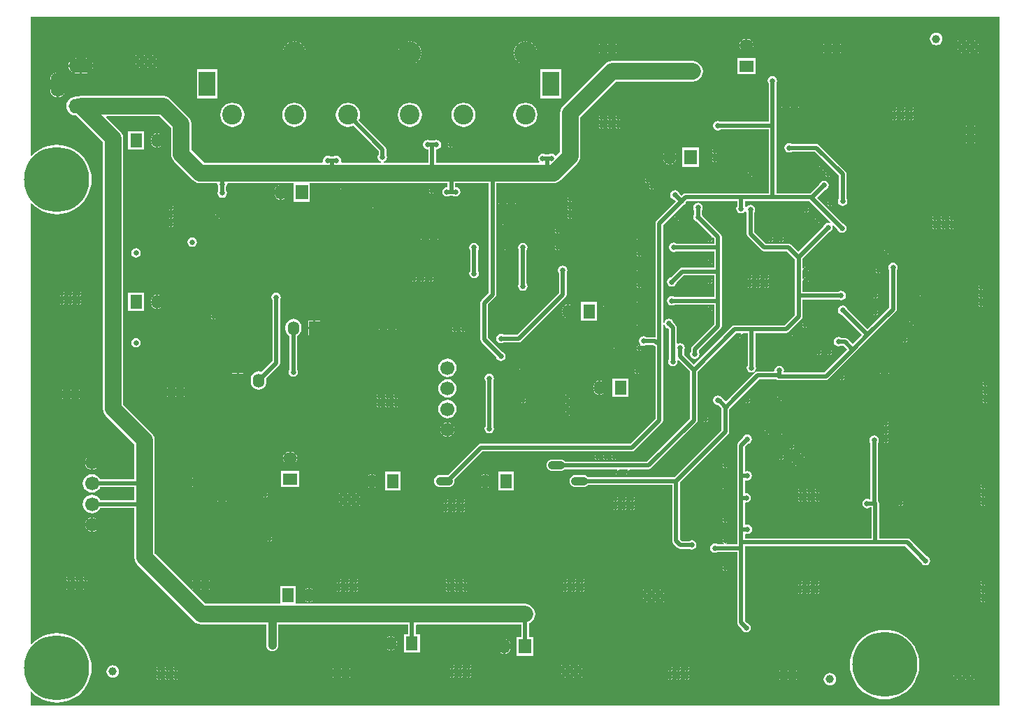
<source format=gbl>
%FSLAX25Y25*%
%MOIN*%
G70*
G01*
G75*
G04 Layer_Physical_Order=2*
G04 Layer_Color=16711680*
%ADD10C,0.01969*%
%ADD11R,0.03543X0.03150*%
%ADD12R,0.03150X0.03543*%
%ADD13R,0.04724X0.08661*%
%ADD14R,0.13780X0.08661*%
%ADD15R,0.05512X0.03937*%
%ADD16R,0.03937X0.05512*%
%ADD17R,0.18110X0.07087*%
%ADD18O,0.00709X0.06299*%
%ADD19O,0.06299X0.00709*%
%ADD20O,0.04921X0.01575*%
%ADD21R,0.05118X0.04724*%
%ADD22R,0.04724X0.05118*%
%ADD23R,0.04331X0.03937*%
%ADD24R,0.03937X0.04331*%
%ADD25O,0.08661X0.02362*%
%ADD26R,0.08661X0.02362*%
%ADD27R,0.07874X0.21654*%
%ADD28R,0.03937X0.02362*%
%ADD29C,0.02000*%
%ADD30C,0.00600*%
%ADD31C,0.00787*%
%ADD32C,0.00700*%
%ADD33C,0.04000*%
%ADD34C,0.01000*%
%ADD35C,0.01500*%
%ADD36C,0.31032*%
%ADD37C,0.11024*%
%ADD38C,0.09449*%
%ADD39R,0.07874X0.11811*%
%ADD40O,0.05906X0.07087*%
%ADD41R,0.05906X0.07087*%
%ADD42O,0.05512X0.06693*%
%ADD43R,0.05512X0.06693*%
%ADD44O,0.06693X0.05512*%
%ADD45R,0.06693X0.05512*%
%ADD46C,0.06693*%
%ADD47C,0.03937*%
%ADD48O,0.11811X0.07000*%
%ADD49O,0.07000X0.11811*%
%ADD50C,0.02500*%
%ADD51C,0.08000*%
G36*
X5088712Y4204412D02*
X4626592D01*
Y4211039D01*
X4627060Y4211215D01*
X4627445Y4210777D01*
X4629073Y4209349D01*
X4630873Y4208147D01*
X4632814Y4207189D01*
X4634864Y4206493D01*
X4636988Y4206071D01*
X4639148Y4205929D01*
X4641309Y4206071D01*
X4643432Y4206493D01*
X4645482Y4207189D01*
X4647424Y4208147D01*
X4649224Y4209349D01*
X4650852Y4210777D01*
X4652279Y4212405D01*
X4653482Y4214205D01*
X4654440Y4216146D01*
X4655135Y4218196D01*
X4655558Y4220320D01*
X4655700Y4222480D01*
X4655558Y4224641D01*
X4655135Y4226764D01*
X4654440Y4228814D01*
X4653482Y4230756D01*
X4652279Y4232556D01*
X4650852Y4234184D01*
X4649224Y4235611D01*
X4647424Y4236814D01*
X4645482Y4237772D01*
X4643432Y4238468D01*
X4641309Y4238890D01*
X4639148Y4239032D01*
X4636988Y4238890D01*
X4634864Y4238468D01*
X4632814Y4237772D01*
X4630873Y4236814D01*
X4629073Y4235611D01*
X4627445Y4234184D01*
X4627060Y4233746D01*
X4626592Y4233921D01*
Y4444071D01*
X4627060Y4444247D01*
X4627445Y4443808D01*
X4629073Y4442381D01*
X4630873Y4441178D01*
X4632814Y4440221D01*
X4634864Y4439524D01*
X4636988Y4439102D01*
X4639148Y4438961D01*
X4641309Y4439102D01*
X4643432Y4439524D01*
X4645482Y4440221D01*
X4647424Y4441178D01*
X4649224Y4442381D01*
X4650852Y4443808D01*
X4652279Y4445436D01*
X4653482Y4447236D01*
X4654440Y4449178D01*
X4655135Y4451228D01*
X4655558Y4453351D01*
X4655700Y4455512D01*
X4655558Y4457672D01*
X4655135Y4459796D01*
X4654440Y4461846D01*
X4653482Y4463787D01*
X4652279Y4465588D01*
X4650852Y4467215D01*
X4649224Y4468643D01*
X4647424Y4469846D01*
X4645482Y4470803D01*
X4643432Y4471499D01*
X4641309Y4471922D01*
X4639148Y4472063D01*
X4636988Y4471922D01*
X4634864Y4471499D01*
X4632814Y4470803D01*
X4630873Y4469846D01*
X4629073Y4468643D01*
X4627445Y4467215D01*
X4627060Y4466777D01*
X4626592Y4466953D01*
Y4533046D01*
X5088712D01*
Y4204412D01*
D02*
G37*
%LPC*%
G36*
X4773869Y4304189D02*
X4773199D01*
X4773468Y4303788D01*
X4773869Y4303520D01*
Y4304189D01*
D02*
G37*
G36*
X4721369Y4303858D02*
Y4303189D01*
X4722038D01*
X4721770Y4303590D01*
X4721369Y4303858D01*
D02*
G37*
G36*
X4777869Y4304189D02*
X4777200D01*
X4777467Y4303788D01*
X4777869Y4303520D01*
Y4304189D01*
D02*
G37*
G36*
X4775538D02*
X4774869D01*
Y4303520D01*
X4775270Y4303788D01*
X4775538Y4304189D01*
D02*
G37*
G36*
X4832869Y4303358D02*
Y4302689D01*
X4833538D01*
X4833270Y4303090D01*
X4832869Y4303358D01*
D02*
G37*
G36*
X4831869D02*
X4831467Y4303090D01*
X4831200Y4302689D01*
X4831869D01*
Y4303358D01*
D02*
G37*
G36*
X4716369Y4303858D02*
X4715968Y4303590D01*
X4715699Y4303189D01*
X4716369D01*
Y4303858D01*
D02*
G37*
G36*
X4720369D02*
X4719968Y4303590D01*
X4719699Y4303189D01*
X4720369D01*
Y4303858D01*
D02*
G37*
G36*
X4717369D02*
Y4303189D01*
X4718038D01*
X4717770Y4303590D01*
X4717369Y4303858D01*
D02*
G37*
G36*
X4779538Y4304189D02*
X4778869D01*
Y4303520D01*
X4779270Y4303788D01*
X4779538Y4304189D01*
D02*
G37*
G36*
X4912869Y4304358D02*
X4912468Y4304090D01*
X4912199Y4303689D01*
X4912869D01*
Y4304358D01*
D02*
G37*
G36*
X4909869D02*
Y4303689D01*
X4910538D01*
X4910270Y4304090D01*
X4909869Y4304358D01*
D02*
G37*
G36*
X4913869D02*
Y4303689D01*
X4914538D01*
X4914270Y4304090D01*
X4913869Y4304358D01*
D02*
G37*
G36*
X4994369D02*
Y4303689D01*
X4995038D01*
X4994770Y4304090D01*
X4994369Y4304358D01*
D02*
G37*
G36*
X4993369D02*
X4992968Y4304090D01*
X4992699Y4303689D01*
X4993369D01*
Y4304358D01*
D02*
G37*
G36*
X4783538Y4304189D02*
X4782869D01*
Y4303520D01*
X4783270Y4303788D01*
X4783538Y4304189D01*
D02*
G37*
G36*
X4781869D02*
X4781200D01*
X4781467Y4303788D01*
X4781869Y4303520D01*
Y4304189D01*
D02*
G37*
G36*
X4904869Y4304358D02*
X4904467Y4304090D01*
X4904200Y4303689D01*
X4904869D01*
Y4304358D01*
D02*
G37*
G36*
X4908869D02*
X4908467Y4304090D01*
X4908199Y4303689D01*
X4908869D01*
Y4304358D01*
D02*
G37*
G36*
X4905869D02*
Y4303689D01*
X4906538D01*
X4906270Y4304090D01*
X4905869Y4304358D01*
D02*
G37*
G36*
X4906538Y4302689D02*
X4905869D01*
Y4302020D01*
X4906270Y4302288D01*
X4906538Y4302689D01*
D02*
G37*
G36*
X4904869D02*
X4904200D01*
X4904467Y4302288D01*
X4904869Y4302020D01*
Y4302689D01*
D02*
G37*
G36*
X4908869D02*
X4908199D01*
X4908467Y4302288D01*
X4908869Y4302020D01*
Y4302689D01*
D02*
G37*
G36*
X4912869D02*
X4912199D01*
X4912468Y4302288D01*
X4912869Y4302020D01*
Y4302689D01*
D02*
G37*
G36*
X4910538D02*
X4909869D01*
Y4302020D01*
X4910270Y4302288D01*
X4910538Y4302689D01*
D02*
G37*
G36*
X5040869Y4302358D02*
X5040467Y4302090D01*
X5040200Y4301689D01*
X5040869D01*
Y4302358D01*
D02*
G37*
G36*
X4722038Y4302189D02*
X4721369D01*
Y4301520D01*
X4721770Y4301788D01*
X4722038Y4302189D01*
D02*
G37*
G36*
X5041869Y4302358D02*
Y4301689D01*
X5042538D01*
X5042270Y4302090D01*
X5041869Y4302358D01*
D02*
G37*
G36*
X5081369D02*
Y4301689D01*
X5082038D01*
X5081770Y4302090D01*
X5081369Y4302358D01*
D02*
G37*
G36*
X5080369D02*
X5079967Y4302090D01*
X5079699Y4301689D01*
X5080369D01*
Y4302358D01*
D02*
G37*
G36*
X4914538Y4302689D02*
X4913869D01*
Y4302020D01*
X4914270Y4302288D01*
X4914538Y4302689D01*
D02*
G37*
G36*
X4823869Y4303358D02*
X4823468Y4303090D01*
X4823199Y4302689D01*
X4823869D01*
Y4303358D01*
D02*
G37*
G36*
X5003038Y4302689D02*
X5002369D01*
Y4302020D01*
X5002770Y4302288D01*
X5003038Y4302689D01*
D02*
G37*
G36*
X4824869Y4303358D02*
Y4302689D01*
X4825538D01*
X4825270Y4303090D01*
X4824869Y4303358D01*
D02*
G37*
G36*
X4828869D02*
Y4302689D01*
X4829538D01*
X4829270Y4303090D01*
X4828869Y4303358D01*
D02*
G37*
G36*
X4827869D02*
X4827467Y4303090D01*
X4827200Y4302689D01*
X4827869D01*
Y4303358D01*
D02*
G37*
G36*
X4995038Y4302689D02*
X4994369D01*
Y4302020D01*
X4994770Y4302288D01*
X4995038Y4302689D01*
D02*
G37*
G36*
X4993369D02*
X4992699D01*
X4992968Y4302288D01*
X4993369Y4302020D01*
Y4302689D01*
D02*
G37*
G36*
X4997369D02*
X4996700D01*
X4996967Y4302288D01*
X4997369Y4302020D01*
Y4302689D01*
D02*
G37*
G36*
X5001369D02*
X5000700D01*
X5000967Y4302288D01*
X5001369Y4302020D01*
Y4302689D01*
D02*
G37*
G36*
X4999038D02*
X4998369D01*
Y4302020D01*
X4998770Y4302288D01*
X4999038Y4302689D01*
D02*
G37*
G36*
X4997369Y4304358D02*
X4996967Y4304090D01*
X4996700Y4303689D01*
X4997369D01*
Y4304358D01*
D02*
G37*
G36*
X4993369Y4308358D02*
X4992968Y4308090D01*
X4992699Y4307689D01*
X4993369D01*
Y4308358D01*
D02*
G37*
G36*
X4959038Y4308189D02*
X4958369D01*
Y4307520D01*
X4958770Y4307788D01*
X4959038Y4308189D01*
D02*
G37*
G36*
X4994369Y4308358D02*
Y4307689D01*
X4995038D01*
X4994770Y4308090D01*
X4994369Y4308358D01*
D02*
G37*
G36*
X4998369D02*
Y4307689D01*
X4999038D01*
X4998770Y4308090D01*
X4998369Y4308358D01*
D02*
G37*
G36*
X4997369D02*
X4996967Y4308090D01*
X4996700Y4307689D01*
X4997369D01*
Y4308358D01*
D02*
G37*
G36*
X5003038Y4306689D02*
X5002369D01*
Y4306020D01*
X5002770Y4306288D01*
X5003038Y4306689D01*
D02*
G37*
G36*
X5001369D02*
X5000700D01*
X5000967Y4306288D01*
X5001369Y4306020D01*
Y4306689D01*
D02*
G37*
G36*
X4803125Y4316035D02*
X4795613D01*
Y4307343D01*
X4803125D01*
Y4316035D01*
D02*
G37*
G36*
X4957369Y4308189D02*
X4956699D01*
X4956968Y4307788D01*
X4957369Y4307520D01*
Y4308189D01*
D02*
G37*
G36*
X4857125Y4316035D02*
X4849613D01*
Y4307343D01*
X4857125D01*
Y4316035D01*
D02*
G37*
G36*
X4788869Y4311189D02*
X4786589D01*
Y4311098D01*
X4786684Y4310379D01*
X4786961Y4309709D01*
X4787403Y4309133D01*
X4787979Y4308691D01*
X4788649Y4308413D01*
X4788869Y4308385D01*
Y4311189D01*
D02*
G37*
G36*
X4846148D02*
X4843869D01*
Y4308385D01*
X4844088Y4308413D01*
X4844759Y4308691D01*
X4845334Y4309133D01*
X4845776Y4309709D01*
X4846054Y4310379D01*
X4846148Y4311098D01*
Y4311189D01*
D02*
G37*
G36*
X4842869D02*
X4840589D01*
Y4311098D01*
X4840684Y4310379D01*
X4840961Y4309709D01*
X4841403Y4309133D01*
X4841979Y4308691D01*
X4842649Y4308413D01*
X4842869Y4308385D01*
Y4311189D01*
D02*
G37*
G36*
X4706038Y4309189D02*
X4705369D01*
Y4308520D01*
X4705770Y4308788D01*
X4706038Y4309189D01*
D02*
G37*
G36*
X4704369D02*
X4703699D01*
X4703968Y4308788D01*
X4704369Y4308520D01*
Y4309189D01*
D02*
G37*
G36*
X5002369Y4308358D02*
Y4307689D01*
X5003038D01*
X5002770Y4308090D01*
X5002369Y4308358D01*
D02*
G37*
G36*
X5001369D02*
X5000967Y4308090D01*
X5000700Y4307689D01*
X5001369D01*
Y4308358D01*
D02*
G37*
G36*
X5080369Y4308689D02*
X5079699D01*
X5079967Y4308288D01*
X5080369Y4308020D01*
Y4308689D01*
D02*
G37*
G36*
X4792149Y4311189D02*
X4789869D01*
Y4308385D01*
X4790088Y4308413D01*
X4790759Y4308691D01*
X4791334Y4309133D01*
X4791776Y4309709D01*
X4792054Y4310379D01*
X4792149Y4311098D01*
Y4311189D01*
D02*
G37*
G36*
X5082038Y4308689D02*
X5081369D01*
Y4308020D01*
X5081770Y4308288D01*
X5082038Y4308689D01*
D02*
G37*
G36*
X4999038Y4306689D02*
X4998369D01*
Y4306020D01*
X4998770Y4306288D01*
X4999038Y4306689D01*
D02*
G37*
G36*
X5082038Y4304689D02*
X5081369D01*
Y4304020D01*
X5081770Y4304288D01*
X5082038Y4304689D01*
D02*
G37*
G36*
X5080369D02*
X5079699D01*
X5079967Y4304288D01*
X5080369Y4304020D01*
Y4304689D01*
D02*
G37*
G36*
X4773869Y4305858D02*
X4773468Y4305590D01*
X4773199Y4305189D01*
X4773869D01*
Y4305858D01*
D02*
G37*
G36*
X4777869D02*
X4777467Y4305590D01*
X4777200Y4305189D01*
X4777869D01*
Y4305858D01*
D02*
G37*
G36*
X4774869D02*
Y4305189D01*
X4775538D01*
X4775270Y4305590D01*
X4774869Y4305858D01*
D02*
G37*
G36*
X5001369Y4304358D02*
X5000967Y4304090D01*
X5000700Y4303689D01*
X5001369D01*
Y4304358D01*
D02*
G37*
G36*
X4998369D02*
Y4303689D01*
X4999038D01*
X4998770Y4304090D01*
X4998369Y4304358D01*
D02*
G37*
G36*
X5002369D02*
Y4303689D01*
X5003038D01*
X5002770Y4304090D01*
X5002369Y4304358D01*
D02*
G37*
G36*
X4739538Y4304689D02*
X4738869D01*
Y4304020D01*
X4739270Y4304288D01*
X4739538Y4304689D01*
D02*
G37*
G36*
X4737869D02*
X4737199D01*
X4737468Y4304288D01*
X4737869Y4304020D01*
Y4304689D01*
D02*
G37*
G36*
X5081369Y4306358D02*
Y4305689D01*
X5082038D01*
X5081770Y4306090D01*
X5081369Y4306358D01*
D02*
G37*
G36*
X5080369D02*
X5079967Y4306090D01*
X5079699Y4305689D01*
X5080369D01*
Y4306358D01*
D02*
G37*
G36*
X4993369Y4306689D02*
X4992699D01*
X4992968Y4306288D01*
X4993369Y4306020D01*
Y4306689D01*
D02*
G37*
G36*
X4997369D02*
X4996700D01*
X4996967Y4306288D01*
X4997369Y4306020D01*
Y4306689D01*
D02*
G37*
G36*
X4995038D02*
X4994369D01*
Y4306020D01*
X4994770Y4306288D01*
X4995038Y4306689D01*
D02*
G37*
G36*
X4781869Y4305858D02*
X4781467Y4305590D01*
X4781200Y4305189D01*
X4781869D01*
Y4305858D01*
D02*
G37*
G36*
X4778869D02*
Y4305189D01*
X4779538D01*
X4779270Y4305590D01*
X4778869Y4305858D01*
D02*
G37*
G36*
X4782869D02*
Y4305189D01*
X4783538D01*
X4783270Y4305590D01*
X4782869Y4305858D01*
D02*
G37*
G36*
X4738869Y4306358D02*
Y4305689D01*
X4739538D01*
X4739270Y4306090D01*
X4738869Y4306358D01*
D02*
G37*
G36*
X4737869D02*
X4737468Y4306090D01*
X4737199Y4305689D01*
X4737869D01*
Y4306358D01*
D02*
G37*
G36*
X4720369Y4302189D02*
X4719699D01*
X4719968Y4301788D01*
X4720369Y4301520D01*
Y4302189D01*
D02*
G37*
G36*
X4655369Y4290347D02*
X4652559D01*
X4652608Y4289973D01*
X4652946Y4289159D01*
X4653482Y4288460D01*
X4654181Y4287923D01*
X4654995Y4287586D01*
X4655369Y4287537D01*
Y4290347D01*
D02*
G37*
G36*
X4740869Y4285358D02*
Y4284689D01*
X4741538D01*
X4741270Y4285090D01*
X4740869Y4285358D01*
D02*
G37*
G36*
X4659178Y4290347D02*
X4656369D01*
Y4287537D01*
X4656742Y4287586D01*
X4657557Y4287923D01*
X4658255Y4288460D01*
X4658792Y4289159D01*
X4659129Y4289973D01*
X4659178Y4290347D01*
D02*
G37*
G36*
X4656369Y4294156D02*
Y4291346D01*
X4659178D01*
X4659129Y4291720D01*
X4658792Y4292534D01*
X4658255Y4293233D01*
X4657557Y4293769D01*
X4656742Y4294107D01*
X4656369Y4294156D01*
D02*
G37*
G36*
X4655369Y4294156D02*
X4654995Y4294107D01*
X4654181Y4293769D01*
X4653482Y4293233D01*
X4652946Y4292534D01*
X4652608Y4291720D01*
X4652559Y4291346D01*
X4655369D01*
Y4294156D01*
D02*
G37*
G36*
X4741538Y4283689D02*
X4740869D01*
Y4283020D01*
X4741270Y4283288D01*
X4741538Y4283689D01*
D02*
G37*
G36*
X4739869D02*
X4739199D01*
X4739468Y4283288D01*
X4739869Y4283020D01*
Y4283689D01*
D02*
G37*
G36*
X4957369Y4284358D02*
X4956968Y4284090D01*
X4956699Y4283689D01*
X4957369D01*
Y4284358D01*
D02*
G37*
G36*
X4739869Y4285358D02*
X4739468Y4285090D01*
X4739199Y4284689D01*
X4739869D01*
Y4285358D01*
D02*
G37*
G36*
X4958369Y4284358D02*
Y4283689D01*
X4959038D01*
X4958770Y4284090D01*
X4958369Y4284358D01*
D02*
G37*
G36*
X4827869Y4297689D02*
X4827200D01*
X4827467Y4297288D01*
X4827869Y4297020D01*
Y4297689D01*
D02*
G37*
G36*
X4825538D02*
X4824869D01*
Y4297020D01*
X4825270Y4297288D01*
X4825538Y4297689D01*
D02*
G37*
G36*
X4829538D02*
X4828869D01*
Y4297020D01*
X4829270Y4297288D01*
X4829538Y4297689D01*
D02*
G37*
G36*
X4833538D02*
X4832869D01*
Y4297020D01*
X4833270Y4297288D01*
X4833538Y4297689D01*
D02*
G37*
G36*
X4831869D02*
X4831200D01*
X4831467Y4297288D01*
X4831869Y4297020D01*
Y4297689D01*
D02*
G37*
G36*
X4959038Y4292689D02*
X4958369D01*
Y4292020D01*
X4958770Y4292288D01*
X4959038Y4292689D01*
D02*
G37*
G36*
X4957369D02*
X4956699D01*
X4956968Y4292288D01*
X4957369Y4292020D01*
Y4292689D01*
D02*
G37*
G36*
Y4294358D02*
X4956968Y4294090D01*
X4956699Y4293689D01*
X4957369D01*
Y4294358D01*
D02*
G37*
G36*
X4823869Y4297689D02*
X4823199D01*
X4823468Y4297288D01*
X4823869Y4297020D01*
Y4297689D01*
D02*
G37*
G36*
X4958369Y4294358D02*
Y4293689D01*
X4959038D01*
X4958770Y4294090D01*
X4958369Y4294358D01*
D02*
G37*
G36*
X4968369Y4333983D02*
X4967491Y4333809D01*
X4966747Y4333311D01*
X4966249Y4332567D01*
X4966150Y4332065D01*
X4964071Y4329987D01*
X4963673Y4329391D01*
X4963533Y4328689D01*
Y4314189D01*
Y4303689D01*
Y4288689D01*
Y4281524D01*
X4958485D01*
X4958368Y4281987D01*
X4958376Y4282024D01*
X4958770Y4282288D01*
X4959038Y4282689D01*
X4956699D01*
X4956968Y4282288D01*
X4957362Y4282024D01*
X4957370Y4281987D01*
X4957253Y4281524D01*
X4954172D01*
X4953746Y4281808D01*
X4952869Y4281983D01*
X4951991Y4281808D01*
X4951247Y4281311D01*
X4950749Y4280567D01*
X4950575Y4279689D01*
X4950749Y4278811D01*
X4951247Y4278067D01*
X4951991Y4277570D01*
X4952869Y4277395D01*
X4953746Y4277570D01*
X4954172Y4277854D01*
X4963533D01*
Y4244189D01*
X4963673Y4243487D01*
X4964071Y4242891D01*
X4965649Y4241313D01*
X4965749Y4240811D01*
X4966246Y4240067D01*
X4966991Y4239569D01*
X4967869Y4239395D01*
X4968747Y4239569D01*
X4969491Y4240067D01*
X4969988Y4240811D01*
X4970163Y4241689D01*
X4969988Y4242567D01*
X4969491Y4243311D01*
X4968747Y4243808D01*
X4968245Y4243908D01*
X4967204Y4244949D01*
Y4279689D01*
Y4280660D01*
X5043802D01*
X5051149Y4273313D01*
X5051249Y4272811D01*
X5051747Y4272067D01*
X5052491Y4271569D01*
X5053369Y4271395D01*
X5054247Y4271569D01*
X5054991Y4272067D01*
X5055488Y4272811D01*
X5055663Y4273689D01*
X5055488Y4274567D01*
X5054991Y4275311D01*
X5054247Y4275808D01*
X5053745Y4275908D01*
X5045860Y4283793D01*
X5045265Y4284191D01*
X5044562Y4284331D01*
X5031204D01*
Y4300984D01*
X5031064Y4301686D01*
X5030704Y4302226D01*
Y4329886D01*
X5030988Y4330311D01*
X5031163Y4331189D01*
X5030988Y4332067D01*
X5030491Y4332811D01*
X5029747Y4333308D01*
X5028869Y4333483D01*
X5027991Y4333308D01*
X5027246Y4332811D01*
X5026749Y4332067D01*
X5026575Y4331189D01*
X5026749Y4330311D01*
X5027034Y4329886D01*
Y4303246D01*
X5026534Y4302979D01*
X5026347Y4303104D01*
X5025469Y4303278D01*
X5024591Y4303104D01*
X5023846Y4302607D01*
X5023349Y4301862D01*
X5023175Y4300984D01*
X5023349Y4300106D01*
X5023846Y4299362D01*
X5024591Y4298865D01*
X5025469Y4298690D01*
X5026347Y4298865D01*
X5026772Y4299149D01*
X5027533D01*
Y4284331D01*
X4967204D01*
Y4286218D01*
X4967704Y4286531D01*
X4968387Y4286395D01*
X4969265Y4286570D01*
X4970009Y4287067D01*
X4970506Y4287811D01*
X4970681Y4288689D01*
X4970506Y4289567D01*
X4970009Y4290311D01*
X4969265Y4290808D01*
X4968387Y4290983D01*
X4967704Y4290847D01*
X4967204Y4291160D01*
Y4301133D01*
X4967590Y4301450D01*
X4967869Y4301395D01*
X4968747Y4301569D01*
X4969491Y4302067D01*
X4969988Y4302811D01*
X4970163Y4303689D01*
X4969988Y4304567D01*
X4969491Y4305311D01*
X4968747Y4305808D01*
X4967869Y4305983D01*
X4967590Y4305928D01*
X4967204Y4306245D01*
Y4311706D01*
X4967704Y4312027D01*
X4968369Y4311895D01*
X4969247Y4312069D01*
X4969991Y4312567D01*
X4970488Y4313311D01*
X4970663Y4314189D01*
X4970488Y4315067D01*
X4969991Y4315811D01*
X4969247Y4316308D01*
X4968369Y4316483D01*
X4967704Y4316351D01*
X4967204Y4316672D01*
Y4327929D01*
X4968745Y4329470D01*
X4969247Y4329570D01*
X4969991Y4330067D01*
X4970488Y4330811D01*
X4970663Y4331689D01*
X4970488Y4332567D01*
X4969991Y4333311D01*
X4969247Y4333809D01*
X4968369Y4333983D01*
D02*
G37*
G36*
X4708369Y4265858D02*
X4707967Y4265590D01*
X4707700Y4265189D01*
X4708369D01*
Y4265858D01*
D02*
G37*
G36*
X4705369D02*
Y4265189D01*
X4706038D01*
X4705770Y4265590D01*
X4705369Y4265858D01*
D02*
G37*
G36*
X4709369D02*
Y4265189D01*
X4710038D01*
X4709770Y4265590D01*
X4709369Y4265858D01*
D02*
G37*
G36*
X4713369D02*
Y4265189D01*
X4714038D01*
X4713770Y4265590D01*
X4713369Y4265858D01*
D02*
G37*
G36*
X4712369D02*
X4711967Y4265590D01*
X4711700Y4265189D01*
X4712369D01*
Y4265858D01*
D02*
G37*
G36*
X4885869Y4265358D02*
Y4264689D01*
X4886538D01*
X4886270Y4265090D01*
X4885869Y4265358D01*
D02*
G37*
G36*
X4884869D02*
X4884467Y4265090D01*
X4884200Y4264689D01*
X4884869D01*
Y4265358D01*
D02*
G37*
G36*
X4888869D02*
X4888467Y4265090D01*
X4888200Y4264689D01*
X4888869D01*
Y4265358D01*
D02*
G37*
G36*
X4704369Y4265858D02*
X4703968Y4265590D01*
X4703699Y4265189D01*
X4704369D01*
Y4265858D01*
D02*
G37*
G36*
X4889869Y4265358D02*
Y4264689D01*
X4890538D01*
X4890270Y4265090D01*
X4889869Y4265358D01*
D02*
G37*
G36*
X4957369Y4269689D02*
X4956699D01*
X4956968Y4269288D01*
X4957369Y4269020D01*
Y4269689D01*
D02*
G37*
G36*
X4653369Y4266358D02*
Y4265689D01*
X4654038D01*
X4653770Y4266090D01*
X4653369Y4266358D01*
D02*
G37*
G36*
X4959038Y4269689D02*
X4958369D01*
Y4269020D01*
X4958770Y4269288D01*
X4959038Y4269689D01*
D02*
G37*
G36*
X4958369Y4271358D02*
Y4270689D01*
X4959038D01*
X4958770Y4271090D01*
X4958369Y4271358D01*
D02*
G37*
G36*
X4957369D02*
X4956968Y4271090D01*
X4956699Y4270689D01*
X4957369D01*
Y4271358D01*
D02*
G37*
G36*
X4645369Y4266358D02*
Y4265689D01*
X4646038D01*
X4645770Y4266090D01*
X4645369Y4266358D01*
D02*
G37*
G36*
X4644369D02*
X4643967Y4266090D01*
X4643700Y4265689D01*
X4644369D01*
Y4266358D01*
D02*
G37*
G36*
X4648369D02*
X4647968Y4266090D01*
X4647699Y4265689D01*
X4648369D01*
Y4266358D01*
D02*
G37*
G36*
X4652369D02*
X4651968Y4266090D01*
X4651699Y4265689D01*
X4652369D01*
Y4266358D01*
D02*
G37*
G36*
X4649369D02*
Y4265689D01*
X4650038D01*
X4649770Y4266090D01*
X4649369Y4266358D01*
D02*
G37*
G36*
X4904869Y4298689D02*
X4904200D01*
X4904467Y4298288D01*
X4904869Y4298020D01*
Y4298689D01*
D02*
G37*
G36*
X4823869Y4301689D02*
X4823199D01*
X4823468Y4301288D01*
X4823869Y4301020D01*
Y4301689D01*
D02*
G37*
G36*
X5082038Y4300689D02*
X5081369D01*
Y4300020D01*
X5081770Y4300288D01*
X5082038Y4300689D01*
D02*
G37*
G36*
X4825538Y4301689D02*
X4824869D01*
Y4301020D01*
X4825270Y4301288D01*
X4825538Y4301689D01*
D02*
G37*
G36*
X4829538D02*
X4828869D01*
Y4301020D01*
X4829270Y4301288D01*
X4829538Y4301689D01*
D02*
G37*
G36*
X4827869D02*
X4827200D01*
X4827467Y4301288D01*
X4827869Y4301020D01*
Y4301689D01*
D02*
G37*
G36*
X4913869Y4300358D02*
Y4299689D01*
X4914538D01*
X4914270Y4300090D01*
X4913869Y4300358D01*
D02*
G37*
G36*
X4912869D02*
X4912468Y4300090D01*
X4912199Y4299689D01*
X4912869D01*
Y4300358D01*
D02*
G37*
G36*
X5040869Y4300689D02*
X5040200D01*
X5040467Y4300288D01*
X5040869Y4300020D01*
Y4300689D01*
D02*
G37*
G36*
X5080369D02*
X5079699D01*
X5079967Y4300288D01*
X5080369Y4300020D01*
Y4300689D01*
D02*
G37*
G36*
X5042538D02*
X5041869D01*
Y4300020D01*
X5042270Y4300288D01*
X5042538Y4300689D01*
D02*
G37*
G36*
X4781869Y4301858D02*
X4781467Y4301590D01*
X4781200Y4301189D01*
X4781869D01*
Y4301858D01*
D02*
G37*
G36*
X4778869D02*
Y4301189D01*
X4779538D01*
X4779270Y4301590D01*
X4778869Y4301858D01*
D02*
G37*
G36*
X4782869D02*
Y4301189D01*
X4783538D01*
X4783270Y4301590D01*
X4782869Y4301858D01*
D02*
G37*
G36*
X4718038Y4302189D02*
X4717369D01*
Y4301520D01*
X4717770Y4301788D01*
X4718038Y4302189D01*
D02*
G37*
G36*
X4716369D02*
X4715699D01*
X4715968Y4301788D01*
X4716369Y4301520D01*
Y4302189D01*
D02*
G37*
G36*
X4833538Y4301689D02*
X4832869D01*
Y4301020D01*
X4833270Y4301288D01*
X4833538Y4301689D01*
D02*
G37*
G36*
X4831869D02*
X4831200D01*
X4831467Y4301288D01*
X4831869Y4301020D01*
Y4301689D01*
D02*
G37*
G36*
X4773869Y4301858D02*
X4773468Y4301590D01*
X4773199Y4301189D01*
X4773869D01*
Y4301858D01*
D02*
G37*
G36*
X4777869D02*
X4777467Y4301590D01*
X4777200Y4301189D01*
X4777869D01*
Y4301858D01*
D02*
G37*
G36*
X4774869D02*
Y4301189D01*
X4775538D01*
X4775270Y4301590D01*
X4774869Y4301858D01*
D02*
G37*
G36*
X4909869Y4300358D02*
Y4299689D01*
X4910538D01*
X4910270Y4300090D01*
X4909869Y4300358D01*
D02*
G37*
G36*
X4824869Y4299358D02*
Y4298689D01*
X4825538D01*
X4825270Y4299090D01*
X4824869Y4299358D01*
D02*
G37*
G36*
X4823869D02*
X4823468Y4299090D01*
X4823199Y4298689D01*
X4823869D01*
Y4299358D01*
D02*
G37*
G36*
X4827869D02*
X4827467Y4299090D01*
X4827200Y4298689D01*
X4827869D01*
Y4299358D01*
D02*
G37*
G36*
X4831869D02*
X4831467Y4299090D01*
X4831200Y4298689D01*
X4831869D01*
Y4299358D01*
D02*
G37*
G36*
X4828869D02*
Y4298689D01*
X4829538D01*
X4829270Y4299090D01*
X4828869Y4299358D01*
D02*
G37*
G36*
X4908869Y4298689D02*
X4908199D01*
X4908467Y4298288D01*
X4908869Y4298020D01*
Y4298689D01*
D02*
G37*
G36*
X4906538D02*
X4905869D01*
Y4298020D01*
X4906270Y4298288D01*
X4906538Y4298689D01*
D02*
G37*
G36*
X4910538D02*
X4909869D01*
Y4298020D01*
X4910270Y4298288D01*
X4910538Y4298689D01*
D02*
G37*
G36*
X4914538D02*
X4913869D01*
Y4298020D01*
X4914270Y4298288D01*
X4914538Y4298689D01*
D02*
G37*
G36*
X4912869D02*
X4912199D01*
X4912468Y4298288D01*
X4912869Y4298020D01*
Y4298689D01*
D02*
G37*
G36*
X4783538Y4300189D02*
X4782869D01*
Y4299520D01*
X4783270Y4299788D01*
X4783538Y4300189D01*
D02*
G37*
G36*
X4781869D02*
X4781200D01*
X4781467Y4299788D01*
X4781869Y4299520D01*
Y4300189D01*
D02*
G37*
G36*
X4904869Y4300358D02*
X4904467Y4300090D01*
X4904200Y4299689D01*
X4904869D01*
Y4300358D01*
D02*
G37*
G36*
X4908869D02*
X4908467Y4300090D01*
X4908199Y4299689D01*
X4908869D01*
Y4300358D01*
D02*
G37*
G36*
X4905869D02*
Y4299689D01*
X4906538D01*
X4906270Y4300090D01*
X4905869Y4300358D01*
D02*
G37*
G36*
X4773869Y4300189D02*
X4773199D01*
X4773468Y4299788D01*
X4773869Y4299520D01*
Y4300189D01*
D02*
G37*
G36*
X4832869Y4299358D02*
Y4298689D01*
X4833538D01*
X4833270Y4299090D01*
X4832869Y4299358D01*
D02*
G37*
G36*
X4775538Y4300189D02*
X4774869D01*
Y4299520D01*
X4775270Y4299788D01*
X4775538Y4300189D01*
D02*
G37*
G36*
X4779538D02*
X4778869D01*
Y4299520D01*
X4779270Y4299788D01*
X4779538Y4300189D01*
D02*
G37*
G36*
X4777869D02*
X4777200D01*
X4777467Y4299788D01*
X4777869Y4299520D01*
Y4300189D01*
D02*
G37*
G36*
X4967869Y4349689D02*
X4967199D01*
X4967467Y4349288D01*
X4967869Y4349020D01*
Y4349689D01*
D02*
G37*
G36*
X4862538D02*
X4861869D01*
Y4349020D01*
X4862270Y4349288D01*
X4862538Y4349689D01*
D02*
G37*
G36*
X4969538D02*
X4968869D01*
Y4349020D01*
X4969270Y4349288D01*
X4969538Y4349689D01*
D02*
G37*
G36*
X5083038D02*
X5082369D01*
Y4349020D01*
X5082770Y4349288D01*
X5083038Y4349689D01*
D02*
G37*
G36*
X5081369D02*
X5080700D01*
X5080967Y4349288D01*
X5081369Y4349020D01*
Y4349689D01*
D02*
G37*
G36*
X4797369Y4349358D02*
Y4348689D01*
X4798038D01*
X4797770Y4349090D01*
X4797369Y4349358D01*
D02*
G37*
G36*
X4796369D02*
X4795967Y4349090D01*
X4795699Y4348689D01*
X4796369D01*
Y4349358D01*
D02*
G37*
G36*
X4800369D02*
X4799968Y4349090D01*
X4799699Y4348689D01*
X4800369D01*
Y4349358D01*
D02*
G37*
G36*
X4860869Y4349689D02*
X4860199D01*
X4860468Y4349288D01*
X4860869Y4349020D01*
Y4349689D01*
D02*
G37*
G36*
X4801369Y4349358D02*
Y4348689D01*
X4802038D01*
X4801770Y4349090D01*
X4801369Y4349358D01*
D02*
G37*
G36*
X4982869Y4350189D02*
X4982199D01*
X4982468Y4349788D01*
X4982869Y4349520D01*
Y4350189D01*
D02*
G37*
G36*
X4652038Y4351189D02*
X4651369D01*
Y4350520D01*
X4651770Y4350788D01*
X4652038Y4351189D01*
D02*
G37*
G36*
X4650369D02*
X4649699D01*
X4649968Y4350788D01*
X4650369Y4350520D01*
Y4351189D01*
D02*
G37*
G36*
X4881869D02*
X4881200D01*
X4881467Y4350788D01*
X4881869Y4350520D01*
Y4351189D01*
D02*
G37*
G36*
X4860869Y4351358D02*
X4860468Y4351090D01*
X4860199Y4350689D01*
X4860869D01*
Y4351358D01*
D02*
G37*
G36*
X4883538Y4351189D02*
X4882869D01*
Y4350520D01*
X4883270Y4350788D01*
X4883538Y4351189D01*
D02*
G37*
G36*
X4642369D02*
X4641700D01*
X4641967Y4350788D01*
X4642369Y4350520D01*
Y4351189D01*
D02*
G37*
G36*
X4984538Y4350189D02*
X4983869D01*
Y4349520D01*
X4984270Y4349788D01*
X4984538Y4350189D01*
D02*
G37*
G36*
X4644038Y4351189D02*
X4643369D01*
Y4350520D01*
X4643770Y4350788D01*
X4644038Y4351189D01*
D02*
G37*
G36*
X4648038D02*
X4647369D01*
Y4350520D01*
X4647770Y4350788D01*
X4648038Y4351189D01*
D02*
G37*
G36*
X4646369D02*
X4645699D01*
X4645967Y4350788D01*
X4646369Y4350520D01*
Y4351189D01*
D02*
G37*
G36*
X4883538Y4343189D02*
X4882869D01*
Y4342520D01*
X4883270Y4342788D01*
X4883538Y4343189D01*
D02*
G37*
G36*
X4881869D02*
X4881200D01*
X4881467Y4342788D01*
X4881869Y4342520D01*
Y4343189D01*
D02*
G37*
G36*
Y4344858D02*
X4881467Y4344590D01*
X4881200Y4344189D01*
X4881869D01*
Y4344858D01*
D02*
G37*
G36*
Y4347189D02*
X4881200D01*
X4881467Y4346788D01*
X4881869Y4346520D01*
Y4347189D01*
D02*
G37*
G36*
X4882869Y4344858D02*
Y4344189D01*
X4883538D01*
X4883270Y4344590D01*
X4882869Y4344858D01*
D02*
G37*
G36*
X4949538Y4340689D02*
X4948869D01*
Y4340020D01*
X4949270Y4340288D01*
X4949538Y4340689D01*
D02*
G37*
G36*
X4947869D02*
X4947200D01*
X4947467Y4340288D01*
X4947869Y4340020D01*
Y4340689D01*
D02*
G37*
G36*
X4825369Y4350388D02*
X4824234Y4350238D01*
X4823177Y4349800D01*
X4822269Y4349104D01*
X4821572Y4348196D01*
X4821134Y4347139D01*
X4820985Y4346004D01*
X4821134Y4344869D01*
X4821572Y4343812D01*
X4822269Y4342904D01*
X4823177Y4342207D01*
X4824234Y4341769D01*
X4825369Y4341620D01*
X4826503Y4341769D01*
X4827561Y4342207D01*
X4828469Y4342904D01*
X4829165Y4343812D01*
X4829603Y4344869D01*
X4829753Y4346004D01*
X4829603Y4347139D01*
X4829165Y4348196D01*
X4828469Y4349104D01*
X4827561Y4349800D01*
X4826503Y4350238D01*
X4825369Y4350388D01*
D02*
G37*
G36*
X4948869Y4342358D02*
Y4341689D01*
X4949538D01*
X4949270Y4342090D01*
X4948869Y4342358D01*
D02*
G37*
G36*
X4947869D02*
X4947467Y4342090D01*
X4947200Y4341689D01*
X4947869D01*
Y4342358D01*
D02*
G37*
G36*
X4883538Y4347189D02*
X4882869D01*
Y4346520D01*
X4883270Y4346788D01*
X4883538Y4347189D01*
D02*
G37*
G36*
X4881869Y4348858D02*
X4881467Y4348590D01*
X4881200Y4348189D01*
X4881869D01*
Y4348858D01*
D02*
G37*
G36*
X4802038Y4347689D02*
X4801369D01*
Y4347020D01*
X4801770Y4347288D01*
X4802038Y4347689D01*
D02*
G37*
G36*
X4882869Y4348858D02*
Y4348189D01*
X4883538D01*
X4883270Y4348590D01*
X4882869Y4348858D01*
D02*
G37*
G36*
X4793369Y4349358D02*
Y4348689D01*
X4794038D01*
X4793770Y4349090D01*
X4793369Y4349358D01*
D02*
G37*
G36*
X4792369D02*
X4791967Y4349090D01*
X4791700Y4348689D01*
X4792369D01*
Y4349358D01*
D02*
G37*
G36*
X4794038Y4347689D02*
X4793369D01*
Y4347020D01*
X4793770Y4347288D01*
X4794038Y4347689D01*
D02*
G37*
G36*
X4792369D02*
X4791700D01*
X4791967Y4347288D01*
X4792369Y4347020D01*
Y4347689D01*
D02*
G37*
G36*
X4796369D02*
X4795699D01*
X4795967Y4347288D01*
X4796369Y4347020D01*
Y4347689D01*
D02*
G37*
G36*
X4800369D02*
X4799699D01*
X4799968Y4347288D01*
X4800369Y4347020D01*
Y4347689D01*
D02*
G37*
G36*
X4798038D02*
X4797369D01*
Y4347020D01*
X4797770Y4347288D01*
X4798038Y4347689D01*
D02*
G37*
G36*
X4881869Y4352858D02*
X4881467Y4352590D01*
X4881200Y4352189D01*
X4881869D01*
Y4352858D01*
D02*
G37*
G36*
X4651369D02*
Y4352189D01*
X4652038D01*
X4651770Y4352590D01*
X4651369Y4352858D01*
D02*
G37*
G36*
X4882869D02*
Y4352189D01*
X4883538D01*
X4883270Y4352590D01*
X4882869Y4352858D01*
D02*
G37*
G36*
X4793369Y4353358D02*
Y4352689D01*
X4794038D01*
X4793770Y4353090D01*
X4793369Y4353358D01*
D02*
G37*
G36*
X4792369D02*
X4791967Y4353090D01*
X4791700Y4352689D01*
X4792369D01*
Y4353358D01*
D02*
G37*
G36*
X4643369Y4352858D02*
Y4352189D01*
X4644038D01*
X4643770Y4352590D01*
X4643369Y4352858D01*
D02*
G37*
G36*
X4642369D02*
X4641967Y4352590D01*
X4641700Y4352189D01*
X4642369D01*
Y4352858D01*
D02*
G37*
G36*
X4646369D02*
X4645967Y4352590D01*
X4645699Y4352189D01*
X4646369D01*
Y4352858D01*
D02*
G37*
G36*
X4650369D02*
X4649968Y4352590D01*
X4649699Y4352189D01*
X4650369D01*
Y4352858D01*
D02*
G37*
G36*
X4647369D02*
Y4352189D01*
X4648038D01*
X4647770Y4352590D01*
X4647369Y4352858D01*
D02*
G37*
G36*
X4796369Y4353358D02*
X4795967Y4353090D01*
X4795699Y4352689D01*
X4796369D01*
Y4353358D01*
D02*
G37*
G36*
X5083038Y4353689D02*
X5082369D01*
Y4353020D01*
X5082770Y4353288D01*
X5083038Y4353689D01*
D02*
G37*
G36*
X5081369D02*
X5080700D01*
X5080967Y4353288D01*
X5081369Y4353020D01*
Y4353689D01*
D02*
G37*
G36*
X4692369Y4353858D02*
X4691967Y4353590D01*
X4691700Y4353189D01*
X4692369D01*
Y4353858D01*
D02*
G37*
G36*
X4696369D02*
X4695967Y4353590D01*
X4695699Y4353189D01*
X4696369D01*
Y4353858D01*
D02*
G37*
G36*
X4693369D02*
Y4353189D01*
X4694038D01*
X4693770Y4353590D01*
X4693369Y4353858D01*
D02*
G37*
G36*
X4800369Y4353358D02*
X4799968Y4353090D01*
X4799699Y4352689D01*
X4800369D01*
Y4353358D01*
D02*
G37*
G36*
X4797369D02*
Y4352689D01*
X4798038D01*
X4797770Y4353090D01*
X4797369Y4353358D01*
D02*
G37*
G36*
X4801369D02*
Y4352689D01*
X4802038D01*
X4801770Y4353090D01*
X4801369Y4353358D01*
D02*
G37*
G36*
X4897369Y4355689D02*
X4895089D01*
Y4355598D01*
X4895184Y4354879D01*
X4895462Y4354209D01*
X4895903Y4353633D01*
X4896479Y4353191D01*
X4897149Y4352914D01*
X4897369Y4352885D01*
Y4355689D01*
D02*
G37*
G36*
X4900648D02*
X4898369D01*
Y4352885D01*
X4898588Y4352914D01*
X4899258Y4353191D01*
X4899834Y4353633D01*
X4900276Y4354209D01*
X4900554Y4354879D01*
X4900648Y4355598D01*
Y4355689D01*
D02*
G37*
G36*
X4794038Y4351689D02*
X4793369D01*
Y4351020D01*
X4793770Y4351288D01*
X4794038Y4351689D01*
D02*
G37*
G36*
X4792369D02*
X4791700D01*
X4791967Y4351288D01*
X4792369Y4351020D01*
Y4351689D01*
D02*
G37*
G36*
X4796369D02*
X4795699D01*
X4795967Y4351288D01*
X4796369Y4351020D01*
Y4351689D01*
D02*
G37*
G36*
X4800369D02*
X4799699D01*
X4799968Y4351288D01*
X4800369Y4351020D01*
Y4351689D01*
D02*
G37*
G36*
X4798038D02*
X4797369D01*
Y4351020D01*
X4797770Y4351288D01*
X4798038Y4351689D01*
D02*
G37*
G36*
X4967869Y4351358D02*
X4967467Y4351090D01*
X4967199Y4350689D01*
X4967869D01*
Y4351358D01*
D02*
G37*
G36*
X4861869D02*
Y4350689D01*
X4862538D01*
X4862270Y4351090D01*
X4861869Y4351358D01*
D02*
G37*
G36*
X4968869D02*
Y4350689D01*
X4969538D01*
X4969270Y4351090D01*
X4968869Y4351358D01*
D02*
G37*
G36*
X5082369D02*
Y4350689D01*
X5083038D01*
X5082770Y4351090D01*
X5082369Y4351358D01*
D02*
G37*
G36*
X5081369D02*
X5080967Y4351090D01*
X5080700Y4350689D01*
X5081369D01*
Y4351358D01*
D02*
G37*
G36*
X4802038Y4351689D02*
X4801369D01*
Y4351020D01*
X4801770Y4351288D01*
X4802038Y4351689D01*
D02*
G37*
G36*
X4698038Y4352189D02*
X4697369D01*
Y4351520D01*
X4697770Y4351788D01*
X4698038Y4352189D01*
D02*
G37*
G36*
X4696369D02*
X4695699D01*
X4695967Y4351788D01*
X4696369Y4351520D01*
Y4352189D01*
D02*
G37*
G36*
X4700369D02*
X4699699D01*
X4699968Y4351788D01*
X4700369Y4351520D01*
Y4352189D01*
D02*
G37*
G36*
X4911625Y4360535D02*
X4904113D01*
Y4351842D01*
X4911625D01*
Y4360535D01*
D02*
G37*
G36*
X4702038Y4352189D02*
X4701369D01*
Y4351520D01*
X4701770Y4351788D01*
X4702038Y4352189D01*
D02*
G37*
G36*
X4983869Y4351858D02*
Y4351189D01*
X4984538D01*
X4984270Y4351590D01*
X4983869Y4351858D01*
D02*
G37*
G36*
X4982869D02*
X4982468Y4351590D01*
X4982199Y4351189D01*
X4982869D01*
Y4351858D01*
D02*
G37*
G36*
X4825369Y4360230D02*
X4824234Y4360081D01*
X4823177Y4359643D01*
X4822269Y4358946D01*
X4821572Y4358038D01*
X4821134Y4356981D01*
X4820985Y4355846D01*
X4821134Y4354712D01*
X4821572Y4353654D01*
X4822269Y4352747D01*
X4823177Y4352050D01*
X4824234Y4351612D01*
X4825369Y4351463D01*
X4826503Y4351612D01*
X4827561Y4352050D01*
X4828469Y4352747D01*
X4829165Y4353654D01*
X4829603Y4354712D01*
X4829753Y4355846D01*
X4829603Y4356981D01*
X4829165Y4358038D01*
X4828469Y4358946D01*
X4827561Y4359643D01*
X4826503Y4360081D01*
X4825369Y4360230D01*
D02*
G37*
G36*
X4694038Y4352189D02*
X4693369D01*
Y4351520D01*
X4693770Y4351788D01*
X4694038Y4352189D01*
D02*
G37*
G36*
X4692369D02*
X4691700D01*
X4691967Y4351788D01*
X4692369Y4351520D01*
Y4352189D01*
D02*
G37*
G36*
X4749869Y4322189D02*
X4747064D01*
X4747093Y4321970D01*
X4747371Y4321299D01*
X4747813Y4320723D01*
X4748388Y4320282D01*
X4749059Y4320004D01*
X4749778Y4319909D01*
X4749869D01*
Y4322189D01*
D02*
G37*
G36*
X4958369Y4320358D02*
Y4319689D01*
X4959038D01*
X4958770Y4320090D01*
X4958369Y4320358D01*
D02*
G37*
G36*
X4753673Y4322189D02*
X4750869D01*
Y4319909D01*
X4750959D01*
X4751678Y4320004D01*
X4752349Y4320282D01*
X4752925Y4320723D01*
X4753366Y4321299D01*
X4753644Y4321970D01*
X4753673Y4322189D01*
D02*
G37*
G36*
X4990869Y4320858D02*
Y4320189D01*
X4991538D01*
X4991270Y4320590D01*
X4990869Y4320858D01*
D02*
G37*
G36*
X4989869D02*
X4989468Y4320590D01*
X4989199Y4320189D01*
X4989869D01*
Y4320858D01*
D02*
G37*
G36*
X4959038Y4318689D02*
X4958369D01*
Y4318020D01*
X4958770Y4318288D01*
X4959038Y4318689D01*
D02*
G37*
G36*
X4957369D02*
X4956699D01*
X4956968Y4318288D01*
X4957369Y4318020D01*
Y4318689D01*
D02*
G37*
G36*
X4989869Y4319189D02*
X4989199D01*
X4989468Y4318788D01*
X4989869Y4318520D01*
Y4319189D01*
D02*
G37*
G36*
X4957369Y4320358D02*
X4956968Y4320090D01*
X4956699Y4319689D01*
X4957369D01*
Y4320358D01*
D02*
G37*
G36*
X4991538Y4319189D02*
X4990869D01*
Y4318520D01*
X4991270Y4318788D01*
X4991538Y4319189D01*
D02*
G37*
G36*
X4655369Y4323684D02*
X4654995Y4323634D01*
X4654181Y4323297D01*
X4653482Y4322761D01*
X4652946Y4322062D01*
X4652608Y4321247D01*
X4652559Y4320874D01*
X4655369D01*
Y4323684D01*
D02*
G37*
G36*
X4906038Y4322689D02*
X4905369D01*
Y4322020D01*
X4905770Y4322288D01*
X4906038Y4322689D01*
D02*
G37*
G36*
X4904369D02*
X4903699D01*
X4903968Y4322288D01*
X4904369Y4322020D01*
Y4322689D01*
D02*
G37*
G36*
X4983869D02*
X4983199D01*
X4983467Y4322288D01*
X4983869Y4322020D01*
Y4322689D01*
D02*
G37*
G36*
X4993869Y4323189D02*
X4993200D01*
X4993467Y4322788D01*
X4993869Y4322520D01*
Y4323189D01*
D02*
G37*
G36*
X4985538Y4322689D02*
X4984869D01*
Y4322020D01*
X4985270Y4322288D01*
X4985538Y4322689D01*
D02*
G37*
G36*
X4896369D02*
X4895699D01*
X4895967Y4322288D01*
X4896369Y4322020D01*
Y4322689D01*
D02*
G37*
G36*
X4656369Y4323684D02*
Y4320874D01*
X4659178D01*
X4659129Y4321247D01*
X4658792Y4322062D01*
X4658255Y4322761D01*
X4657557Y4323297D01*
X4656742Y4323634D01*
X4656369Y4323684D01*
D02*
G37*
G36*
X4898038Y4322689D02*
X4897369D01*
Y4322020D01*
X4897770Y4322288D01*
X4898038Y4322689D01*
D02*
G37*
G36*
X4902038D02*
X4901369D01*
Y4322020D01*
X4901770Y4322288D01*
X4902038Y4322689D01*
D02*
G37*
G36*
X4900369D02*
X4899699D01*
X4899968Y4322288D01*
X4900369Y4322020D01*
Y4322689D01*
D02*
G37*
G36*
X4705369Y4310858D02*
Y4310189D01*
X4706038D01*
X4705770Y4310590D01*
X4705369Y4310858D01*
D02*
G37*
G36*
X4704369D02*
X4703968Y4310590D01*
X4703699Y4310189D01*
X4704369D01*
Y4310858D01*
D02*
G37*
G36*
X4788869Y4314993D02*
X4788649Y4314965D01*
X4787979Y4314687D01*
X4787403Y4314245D01*
X4786961Y4313670D01*
X4786684Y4312999D01*
X4786589Y4312280D01*
Y4312189D01*
X4788869D01*
Y4314993D01*
D02*
G37*
G36*
X4789869Y4314993D02*
Y4312189D01*
X4792149D01*
Y4312280D01*
X4792054Y4312999D01*
X4791776Y4313670D01*
X4791334Y4314245D01*
X4790759Y4314687D01*
X4790088Y4314965D01*
X4789869Y4314993D01*
D02*
G37*
G36*
X4842869Y4314993D02*
X4842649Y4314965D01*
X4841979Y4314687D01*
X4841403Y4314245D01*
X4840961Y4313670D01*
X4840684Y4312999D01*
X4840589Y4312280D01*
Y4312189D01*
X4842869D01*
Y4314993D01*
D02*
G37*
G36*
X4957369Y4309858D02*
X4956968Y4309590D01*
X4956699Y4309189D01*
X4957369D01*
Y4309858D01*
D02*
G37*
G36*
X4754715Y4316445D02*
X4746022D01*
Y4308933D01*
X4754715D01*
Y4316445D01*
D02*
G37*
G36*
X4958369Y4309858D02*
Y4309189D01*
X4959038D01*
X4958770Y4309590D01*
X4958369Y4309858D01*
D02*
G37*
G36*
X5081369Y4310358D02*
Y4309689D01*
X5082038D01*
X5081770Y4310090D01*
X5081369Y4310358D01*
D02*
G37*
G36*
X5080369D02*
X5079967Y4310090D01*
X5079699Y4309689D01*
X5080369D01*
Y4310358D01*
D02*
G37*
G36*
X4843869Y4314993D02*
Y4312189D01*
X4846148D01*
Y4312280D01*
X4846054Y4312999D01*
X4845776Y4313670D01*
X4845334Y4314245D01*
X4844759Y4314687D01*
X4844088Y4314965D01*
X4843869Y4314993D01*
D02*
G37*
G36*
X4911369Y4315189D02*
X4910699D01*
X4910968Y4314788D01*
X4911369Y4314520D01*
Y4315189D01*
D02*
G37*
G36*
X4908038D02*
X4907369D01*
Y4314520D01*
X4907770Y4314788D01*
X4908038Y4315189D01*
D02*
G37*
G36*
X4913038D02*
X4912369D01*
Y4314520D01*
X4912770Y4314788D01*
X4913038Y4315189D01*
D02*
G37*
G36*
X4659178Y4319874D02*
X4656369D01*
Y4317065D01*
X4656742Y4317114D01*
X4657557Y4317451D01*
X4658255Y4317987D01*
X4658792Y4318686D01*
X4659129Y4319500D01*
X4659178Y4319874D01*
D02*
G37*
G36*
X4655369D02*
X4652559D01*
X4652608Y4319500D01*
X4652946Y4318686D01*
X4653482Y4317987D01*
X4654181Y4317451D01*
X4654995Y4317114D01*
X4655369Y4317065D01*
Y4319874D01*
D02*
G37*
G36*
X4706038Y4313189D02*
X4705369D01*
Y4312520D01*
X4705770Y4312788D01*
X4706038Y4313189D01*
D02*
G37*
G36*
X4704369D02*
X4703699D01*
X4703968Y4312788D01*
X4704369Y4312520D01*
Y4313189D01*
D02*
G37*
G36*
Y4314858D02*
X4703968Y4314590D01*
X4703699Y4314189D01*
X4704369D01*
Y4314858D01*
D02*
G37*
G36*
X4906369Y4315189D02*
X4905700D01*
X4905967Y4314788D01*
X4906369Y4314520D01*
Y4315189D01*
D02*
G37*
G36*
X4705369Y4314858D02*
Y4314189D01*
X4706038D01*
X4705770Y4314590D01*
X4705369Y4314858D01*
D02*
G37*
G36*
X5033869Y4334689D02*
X5033199D01*
X5033467Y4334288D01*
X5033869Y4334020D01*
Y4334689D01*
D02*
G37*
G36*
X4987038Y4334189D02*
X4986369D01*
Y4333520D01*
X4986770Y4333788D01*
X4987038Y4334189D01*
D02*
G37*
G36*
X5035538Y4334689D02*
X5034869D01*
Y4334020D01*
X5035270Y4334288D01*
X5035538Y4334689D01*
D02*
G37*
G36*
X4976869Y4335858D02*
X4976468Y4335590D01*
X4976199Y4335189D01*
X4976869D01*
Y4335858D01*
D02*
G37*
G36*
X4845369Y4362983D02*
X4844491Y4362808D01*
X4843747Y4362311D01*
X4843249Y4361567D01*
X4843075Y4360689D01*
X4843249Y4359811D01*
X4843533Y4359386D01*
Y4337992D01*
X4843249Y4337567D01*
X4843075Y4336689D01*
X4843249Y4335811D01*
X4843747Y4335067D01*
X4844491Y4334570D01*
X4845369Y4334395D01*
X4846247Y4334570D01*
X4846991Y4335067D01*
X4847488Y4335811D01*
X4847663Y4336689D01*
X4847488Y4337567D01*
X4847204Y4337992D01*
Y4359386D01*
X4847488Y4359811D01*
X4847663Y4360689D01*
X4847488Y4361567D01*
X4846991Y4362311D01*
X4846247Y4362808D01*
X4845369Y4362983D01*
D02*
G37*
G36*
X4824869Y4335661D02*
X4822059D01*
X4822108Y4335288D01*
X4822446Y4334474D01*
X4822982Y4333775D01*
X4823681Y4333238D01*
X4824495Y4332901D01*
X4824869Y4332852D01*
Y4335661D01*
D02*
G37*
G36*
X4828678D02*
X4825869D01*
Y4332852D01*
X4826242Y4332901D01*
X4827057Y4333238D01*
X4827755Y4333775D01*
X4828292Y4334474D01*
X4828629Y4335288D01*
X4828678Y4335661D01*
D02*
G37*
G36*
X4976869Y4334189D02*
X4976199D01*
X4976468Y4333788D01*
X4976869Y4333520D01*
Y4334189D01*
D02*
G37*
G36*
X4985369D02*
X4984700D01*
X4984967Y4333788D01*
X4985369Y4333520D01*
Y4334189D01*
D02*
G37*
G36*
X4978538D02*
X4977869D01*
Y4333520D01*
X4978270Y4333788D01*
X4978538Y4334189D01*
D02*
G37*
G36*
X4977869Y4335858D02*
Y4335189D01*
X4978538D01*
X4978270Y4335590D01*
X4977869Y4335858D01*
D02*
G37*
G36*
X5033869Y4338689D02*
X5033199D01*
X5033467Y4338288D01*
X5033869Y4338020D01*
Y4338689D01*
D02*
G37*
G36*
X4825869Y4339471D02*
Y4336662D01*
X4828678D01*
X4828629Y4337035D01*
X4828292Y4337849D01*
X4827755Y4338548D01*
X4827057Y4339085D01*
X4826242Y4339422D01*
X4825869Y4339471D01*
D02*
G37*
G36*
X5035538Y4338689D02*
X5034869D01*
Y4338020D01*
X5035270Y4338288D01*
X5035538Y4338689D01*
D02*
G37*
G36*
X5034869Y4340358D02*
Y4339689D01*
X5035538D01*
X5035270Y4340090D01*
X5034869Y4340358D01*
D02*
G37*
G36*
X5033869D02*
X5033467Y4340090D01*
X5033199Y4339689D01*
X5033869D01*
Y4340358D01*
D02*
G37*
G36*
X4986369Y4335858D02*
Y4335189D01*
X4987038D01*
X4986770Y4335590D01*
X4986369Y4335858D01*
D02*
G37*
G36*
X4985369D02*
X4984967Y4335590D01*
X4984700Y4335189D01*
X4985369D01*
Y4335858D01*
D02*
G37*
G36*
X5033869Y4336358D02*
X5033467Y4336090D01*
X5033199Y4335689D01*
X5033869D01*
Y4336358D01*
D02*
G37*
G36*
X4824869Y4339471D02*
X4824495Y4339422D01*
X4823681Y4339085D01*
X4822982Y4338548D01*
X4822446Y4337849D01*
X4822108Y4337035D01*
X4822059Y4336662D01*
X4824869D01*
Y4339471D01*
D02*
G37*
G36*
X5034869Y4336358D02*
Y4335689D01*
X5035538D01*
X5035270Y4336090D01*
X5034869Y4336358D01*
D02*
G37*
G36*
X4901369Y4324358D02*
Y4323689D01*
X4902038D01*
X4901770Y4324090D01*
X4901369Y4324358D01*
D02*
G37*
G36*
X4900369D02*
X4899968Y4324090D01*
X4899699Y4323689D01*
X4900369D01*
Y4324358D01*
D02*
G37*
G36*
X4904369D02*
X4903968Y4324090D01*
X4903699Y4323689D01*
X4904369D01*
Y4324358D01*
D02*
G37*
G36*
X4983869D02*
X4983467Y4324090D01*
X4983199Y4323689D01*
X4983869D01*
Y4324358D01*
D02*
G37*
G36*
X4905369D02*
Y4323689D01*
X4906038D01*
X4905770Y4324090D01*
X4905369Y4324358D01*
D02*
G37*
G36*
X4749869Y4325468D02*
X4749778D01*
X4749059Y4325374D01*
X4748388Y4325096D01*
X4747813Y4324654D01*
X4747371Y4324079D01*
X4747093Y4323409D01*
X4747064Y4323189D01*
X4749869D01*
Y4325468D01*
D02*
G37*
G36*
X4995538Y4323189D02*
X4994869D01*
Y4322520D01*
X4995270Y4322788D01*
X4995538Y4323189D01*
D02*
G37*
G36*
X4750959Y4325468D02*
X4750869D01*
Y4323189D01*
X4753673D01*
X4753644Y4323409D01*
X4753366Y4324079D01*
X4752925Y4324654D01*
X4752349Y4325096D01*
X4751678Y4325374D01*
X4750959Y4325468D01*
D02*
G37*
G36*
X4897369Y4324358D02*
Y4323689D01*
X4898038D01*
X4897770Y4324090D01*
X4897369Y4324358D01*
D02*
G37*
G36*
X4896369D02*
X4895967Y4324090D01*
X4895699Y4323689D01*
X4896369D01*
Y4324358D01*
D02*
G37*
G36*
X4984869D02*
Y4323689D01*
X4985538D01*
X4985270Y4324090D01*
X4984869Y4324358D01*
D02*
G37*
G36*
X5033869Y4330689D02*
X5033199D01*
X5033467Y4330288D01*
X5033869Y4330020D01*
Y4330689D01*
D02*
G37*
G36*
X4989869Y4329358D02*
Y4328689D01*
X4990538D01*
X4990270Y4329090D01*
X4989869Y4329358D01*
D02*
G37*
G36*
X5035538Y4330689D02*
X5034869D01*
Y4330020D01*
X5035270Y4330288D01*
X5035538Y4330689D01*
D02*
G37*
G36*
X5034869Y4332358D02*
Y4331689D01*
X5035538D01*
X5035270Y4332090D01*
X5034869Y4332358D01*
D02*
G37*
G36*
X5033869D02*
X5033467Y4332090D01*
X5033199Y4331689D01*
X5033869D01*
Y4332358D01*
D02*
G37*
G36*
X4994869Y4324858D02*
Y4324189D01*
X4995538D01*
X4995270Y4324590D01*
X4994869Y4324858D01*
D02*
G37*
G36*
X4993869D02*
X4993467Y4324590D01*
X4993200Y4324189D01*
X4993869D01*
Y4324858D01*
D02*
G37*
G36*
X4988869Y4327689D02*
X4988200D01*
X4988467Y4327288D01*
X4988869Y4327020D01*
Y4327689D01*
D02*
G37*
G36*
Y4329358D02*
X4988467Y4329090D01*
X4988200Y4328689D01*
X4988869D01*
Y4329358D01*
D02*
G37*
G36*
X4990538Y4327689D02*
X4989869D01*
Y4327020D01*
X4990270Y4327288D01*
X4990538Y4327689D01*
D02*
G37*
G36*
X4879869Y4222189D02*
X4879200D01*
X4879467Y4221788D01*
X4879869Y4221520D01*
Y4222189D01*
D02*
G37*
G36*
X4781038D02*
X4780369D01*
Y4221520D01*
X4780770Y4221788D01*
X4781038Y4222189D01*
D02*
G37*
G36*
X4881538D02*
X4880869D01*
Y4221520D01*
X4881270Y4221788D01*
X4881538Y4222189D01*
D02*
G37*
G36*
X4885538D02*
X4884869D01*
Y4221520D01*
X4885270Y4221788D01*
X4885538Y4222189D01*
D02*
G37*
G36*
X4883869D02*
X4883199D01*
X4883467Y4221788D01*
X4883869Y4221520D01*
Y4222189D01*
D02*
G37*
G36*
X4773038D02*
X4772369D01*
Y4221520D01*
X4772770Y4221788D01*
X4773038Y4222189D01*
D02*
G37*
G36*
X4771369D02*
X4770699D01*
X4770967Y4221788D01*
X4771369Y4221520D01*
Y4222189D01*
D02*
G37*
G36*
X4775369D02*
X4774699D01*
X4774968Y4221788D01*
X4775369Y4221520D01*
Y4222189D01*
D02*
G37*
G36*
X4779369D02*
X4778699D01*
X4778968Y4221788D01*
X4779369Y4221520D01*
Y4222189D01*
D02*
G37*
G36*
X4777038D02*
X4776369D01*
Y4221520D01*
X4776770Y4221788D01*
X4777038Y4222189D01*
D02*
G37*
G36*
X4834869Y4222689D02*
X4834200D01*
X4834467Y4222288D01*
X4834869Y4222020D01*
Y4222689D01*
D02*
G37*
G36*
X4832538D02*
X4831869D01*
Y4222020D01*
X4832270Y4222288D01*
X4832538Y4222689D01*
D02*
G37*
G36*
X4836538D02*
X4835869D01*
Y4222020D01*
X4836270Y4222288D01*
X4836538Y4222689D01*
D02*
G37*
G36*
X4985369Y4222858D02*
Y4222189D01*
X4986038D01*
X4985770Y4222590D01*
X4985369Y4222858D01*
D02*
G37*
G36*
X4984369D02*
X4983968Y4222590D01*
X4983699Y4222189D01*
X4984369D01*
Y4222858D01*
D02*
G37*
G36*
X4889538Y4222189D02*
X4888869D01*
Y4221520D01*
X4889270Y4221788D01*
X4889538Y4222189D01*
D02*
G37*
G36*
X4887869D02*
X4887199D01*
X4887468Y4221788D01*
X4887869Y4221520D01*
Y4222189D01*
D02*
G37*
G36*
X4826869Y4222689D02*
X4826199D01*
X4826468Y4222288D01*
X4826869Y4222020D01*
Y4222689D01*
D02*
G37*
G36*
X4830869D02*
X4830199D01*
X4830468Y4222288D01*
X4830869Y4222020D01*
Y4222689D01*
D02*
G37*
G36*
X4828538D02*
X4827869D01*
Y4222020D01*
X4828270Y4222288D01*
X4828538Y4222689D01*
D02*
G37*
G36*
X4940538Y4221689D02*
X4939869D01*
Y4221020D01*
X4940270Y4221288D01*
X4940538Y4221689D01*
D02*
G37*
G36*
X4990038Y4221189D02*
X4989369D01*
Y4220520D01*
X4989770Y4220788D01*
X4990038Y4221189D01*
D02*
G37*
G36*
X4988369D02*
X4987700D01*
X4987968Y4220788D01*
X4988369Y4220520D01*
Y4221189D01*
D02*
G37*
G36*
X4992369D02*
X4991700D01*
X4991967Y4220788D01*
X4992369Y4220520D01*
Y4221189D01*
D02*
G37*
G36*
X4687369Y4221689D02*
X4686700D01*
X4686967Y4221288D01*
X4687369Y4221020D01*
Y4221689D01*
D02*
G37*
G36*
X4994038Y4221189D02*
X4993369D01*
Y4220520D01*
X4993770Y4220788D01*
X4994038Y4221189D01*
D02*
G37*
G36*
X4834869Y4220358D02*
X4834467Y4220090D01*
X4834200Y4219689D01*
X4834869D01*
Y4220358D01*
D02*
G37*
G36*
X4831869D02*
Y4219689D01*
X4832538D01*
X4832270Y4220090D01*
X4831869Y4220358D01*
D02*
G37*
G36*
X4835869D02*
Y4219689D01*
X4836538D01*
X4836270Y4220090D01*
X4835869Y4220358D01*
D02*
G37*
G36*
X4986038Y4221189D02*
X4985369D01*
Y4220520D01*
X4985770Y4220788D01*
X4986038Y4221189D01*
D02*
G37*
G36*
X4984369D02*
X4983699D01*
X4983968Y4220788D01*
X4984369Y4220520D01*
Y4221189D01*
D02*
G37*
G36*
X4932538Y4221689D02*
X4931869D01*
Y4221020D01*
X4932270Y4221288D01*
X4932538Y4221689D01*
D02*
G37*
G36*
X4930869D02*
X4930199D01*
X4930468Y4221288D01*
X4930869Y4221020D01*
Y4221689D01*
D02*
G37*
G36*
X4934869D02*
X4934200D01*
X4934467Y4221288D01*
X4934869Y4221020D01*
Y4221689D01*
D02*
G37*
G36*
X4938869D02*
X4938200D01*
X4938467Y4221288D01*
X4938869Y4221020D01*
Y4221689D01*
D02*
G37*
G36*
X4936538D02*
X4935869D01*
Y4221020D01*
X4936270Y4221288D01*
X4936538Y4221689D01*
D02*
G37*
G36*
X4691369D02*
X4690699D01*
X4690968Y4221288D01*
X4691369Y4221020D01*
Y4221689D01*
D02*
G37*
G36*
X4689038D02*
X4688369D01*
Y4221020D01*
X4688770Y4221288D01*
X4689038Y4221689D01*
D02*
G37*
G36*
X4693038D02*
X4692369D01*
Y4221020D01*
X4692770Y4221288D01*
X4693038Y4221689D01*
D02*
G37*
G36*
X4697038D02*
X4696369D01*
Y4221020D01*
X4696770Y4221288D01*
X4697038Y4221689D01*
D02*
G37*
G36*
X4695369D02*
X4694699D01*
X4694968Y4221288D01*
X4695369Y4221020D01*
Y4221689D01*
D02*
G37*
G36*
X4988369Y4222858D02*
X4987968Y4222590D01*
X4987700Y4222189D01*
X4988369D01*
Y4222858D01*
D02*
G37*
G36*
X4826869Y4224358D02*
X4826468Y4224090D01*
X4826199Y4223689D01*
X4826869D01*
Y4224358D01*
D02*
G37*
G36*
X4888869Y4223858D02*
Y4223189D01*
X4889538D01*
X4889270Y4223590D01*
X4888869Y4223858D01*
D02*
G37*
G36*
X4827869Y4224358D02*
Y4223689D01*
X4828538D01*
X4828270Y4224090D01*
X4827869Y4224358D01*
D02*
G37*
G36*
X4831869D02*
Y4223689D01*
X4832538D01*
X4832270Y4224090D01*
X4831869Y4224358D01*
D02*
G37*
G36*
X4830869D02*
X4830468Y4224090D01*
X4830199Y4223689D01*
X4830869D01*
Y4224358D01*
D02*
G37*
G36*
X4880869Y4223858D02*
Y4223189D01*
X4881538D01*
X4881270Y4223590D01*
X4880869Y4223858D01*
D02*
G37*
G36*
X4879869D02*
X4879467Y4223590D01*
X4879200Y4223189D01*
X4879869D01*
Y4223858D01*
D02*
G37*
G36*
X4883869D02*
X4883467Y4223590D01*
X4883199Y4223189D01*
X4883869D01*
Y4223858D01*
D02*
G37*
G36*
X4887869D02*
X4887468Y4223590D01*
X4887199Y4223189D01*
X4887869D01*
Y4223858D01*
D02*
G37*
G36*
X4884869D02*
Y4223189D01*
X4885538D01*
X4885270Y4223590D01*
X4884869Y4223858D01*
D02*
G37*
G36*
X4851923Y4236200D02*
X4851653Y4236165D01*
X4850935Y4235867D01*
X4850318Y4235394D01*
X4849845Y4234777D01*
X4849547Y4234059D01*
X4849446Y4233288D01*
Y4233197D01*
X4851923D01*
Y4236200D01*
D02*
G37*
G36*
X4797924Y4233689D02*
X4795644D01*
Y4233598D01*
X4795739Y4232879D01*
X4796016Y4232209D01*
X4796458Y4231633D01*
X4797034Y4231191D01*
X4797704Y4230914D01*
X4797924Y4230885D01*
Y4233689D01*
D02*
G37*
G36*
X4852924Y4236200D02*
Y4233197D01*
X4855402D01*
Y4233288D01*
X4855301Y4234059D01*
X4855003Y4234777D01*
X4854530Y4235394D01*
X4853913Y4235867D01*
X4853194Y4236165D01*
X4852924Y4236200D01*
D02*
G37*
G36*
X4798923Y4237494D02*
Y4234689D01*
X4801204D01*
Y4234779D01*
X4801109Y4235499D01*
X4800831Y4236169D01*
X4800389Y4236745D01*
X4799813Y4237187D01*
X4799143Y4237465D01*
X4798923Y4237494D01*
D02*
G37*
G36*
X4797924Y4237493D02*
X4797704Y4237465D01*
X4797034Y4237187D01*
X4796458Y4236745D01*
X4796016Y4236169D01*
X4795739Y4235499D01*
X4795644Y4234779D01*
Y4234689D01*
X4797924D01*
Y4237493D01*
D02*
G37*
G36*
X4835869Y4224358D02*
Y4223689D01*
X4836538D01*
X4836270Y4224090D01*
X4835869Y4224358D01*
D02*
G37*
G36*
X4834869D02*
X4834467Y4224090D01*
X4834200Y4223689D01*
X4834869D01*
Y4224358D01*
D02*
G37*
G36*
X4855402Y4232198D02*
X4852924D01*
Y4229194D01*
X4853194Y4229230D01*
X4853913Y4229528D01*
X4854530Y4230001D01*
X4855003Y4230618D01*
X4855301Y4231336D01*
X4855402Y4232107D01*
Y4232198D01*
D02*
G37*
G36*
X4801204Y4233689D02*
X4798923D01*
Y4230885D01*
X4799143Y4230914D01*
X4799813Y4231191D01*
X4800389Y4231633D01*
X4800831Y4232209D01*
X4801109Y4232879D01*
X4801204Y4233598D01*
Y4233689D01*
D02*
G37*
G36*
X4851923Y4232198D02*
X4849446D01*
Y4232107D01*
X4849547Y4231336D01*
X4849845Y4230618D01*
X4850318Y4230001D01*
X4850935Y4229528D01*
X4851653Y4229230D01*
X4851923Y4229195D01*
Y4232198D01*
D02*
G37*
G36*
X4780369Y4223858D02*
Y4223189D01*
X4781038D01*
X4780770Y4223590D01*
X4780369Y4223858D01*
D02*
G37*
G36*
X4692369Y4223358D02*
Y4222689D01*
X4693038D01*
X4692770Y4223090D01*
X4692369Y4223358D01*
D02*
G37*
G36*
X4691369D02*
X4690968Y4223090D01*
X4690699Y4222689D01*
X4691369D01*
Y4223358D01*
D02*
G37*
G36*
X4695369D02*
X4694968Y4223090D01*
X4694699Y4222689D01*
X4695369D01*
Y4223358D01*
D02*
G37*
G36*
X4930869D02*
X4930468Y4223090D01*
X4930199Y4222689D01*
X4930869D01*
Y4223358D01*
D02*
G37*
G36*
X4696369D02*
Y4222689D01*
X4697038D01*
X4696770Y4223090D01*
X4696369Y4223358D01*
D02*
G37*
G36*
X4992369Y4222858D02*
X4991967Y4222590D01*
X4991700Y4222189D01*
X4992369D01*
Y4222858D01*
D02*
G37*
G36*
X4989369D02*
Y4222189D01*
X4990038D01*
X4989770Y4222590D01*
X4989369Y4222858D01*
D02*
G37*
G36*
X4993369D02*
Y4222189D01*
X4994038D01*
X4993770Y4222590D01*
X4993369Y4222858D01*
D02*
G37*
G36*
X4688369Y4223358D02*
Y4222689D01*
X4689038D01*
X4688770Y4223090D01*
X4688369Y4223358D01*
D02*
G37*
G36*
X4687369D02*
X4686967Y4223090D01*
X4686700Y4222689D01*
X4687369D01*
Y4223358D01*
D02*
G37*
G36*
X4772369Y4223858D02*
Y4223189D01*
X4773038D01*
X4772770Y4223590D01*
X4772369Y4223858D01*
D02*
G37*
G36*
X4771369D02*
X4770967Y4223590D01*
X4770699Y4223189D01*
X4771369D01*
Y4223858D01*
D02*
G37*
G36*
X4775369D02*
X4774968Y4223590D01*
X4774699Y4223189D01*
X4775369D01*
Y4223858D01*
D02*
G37*
G36*
X4779369D02*
X4778968Y4223590D01*
X4778699Y4223189D01*
X4779369D01*
Y4223858D01*
D02*
G37*
G36*
X4776369D02*
Y4223189D01*
X4777038D01*
X4776770Y4223590D01*
X4776369Y4223858D01*
D02*
G37*
G36*
X4934869Y4223358D02*
X4934467Y4223090D01*
X4934200Y4222689D01*
X4934869D01*
Y4223358D01*
D02*
G37*
G36*
X4931869D02*
Y4222689D01*
X4932538D01*
X4932270Y4223090D01*
X4931869Y4223358D01*
D02*
G37*
G36*
X4935869D02*
Y4222689D01*
X4936538D01*
X4936270Y4223090D01*
X4935869Y4223358D01*
D02*
G37*
G36*
X4939869D02*
Y4222689D01*
X4940538D01*
X4940270Y4223090D01*
X4939869Y4223358D01*
D02*
G37*
G36*
X4938869D02*
X4938467Y4223090D01*
X4938200Y4222689D01*
X4938869D01*
Y4223358D01*
D02*
G37*
G36*
X4830869Y4220358D02*
X4830468Y4220090D01*
X4830199Y4219689D01*
X4830869D01*
Y4220358D01*
D02*
G37*
G36*
X4773038Y4218189D02*
X4772369D01*
Y4217520D01*
X4772770Y4217788D01*
X4773038Y4218189D01*
D02*
G37*
G36*
X4771369D02*
X4770699D01*
X4770967Y4217788D01*
X4771369Y4217520D01*
Y4218189D01*
D02*
G37*
G36*
X4775369D02*
X4774699D01*
X4774968Y4217788D01*
X4775369Y4217520D01*
Y4218189D01*
D02*
G37*
G36*
X4779369D02*
X4778699D01*
X4778968Y4217788D01*
X4779369Y4217520D01*
Y4218189D01*
D02*
G37*
G36*
X4777038D02*
X4776369D01*
Y4217520D01*
X4776770Y4217788D01*
X4777038Y4218189D01*
D02*
G37*
G36*
X4934869Y4217689D02*
X4934200D01*
X4934467Y4217288D01*
X4934869Y4217020D01*
Y4217689D01*
D02*
G37*
G36*
X4932538D02*
X4931869D01*
Y4217020D01*
X4932270Y4217288D01*
X4932538Y4217689D01*
D02*
G37*
G36*
X4936538D02*
X4935869D01*
Y4217020D01*
X4936270Y4217288D01*
X4936538Y4217689D01*
D02*
G37*
G36*
X4940538D02*
X4939869D01*
Y4217020D01*
X4940270Y4217288D01*
X4940538Y4217689D01*
D02*
G37*
G36*
X4938869D02*
X4938200D01*
X4938467Y4217288D01*
X4938869Y4217020D01*
Y4217689D01*
D02*
G37*
G36*
X4889538Y4218189D02*
X4888869D01*
Y4217520D01*
X4889270Y4217788D01*
X4889538Y4218189D01*
D02*
G37*
G36*
X4887869D02*
X4887199D01*
X4887468Y4217788D01*
X4887869Y4217520D01*
Y4218189D01*
D02*
G37*
G36*
X4665769Y4223783D02*
X4664994Y4223681D01*
X4664272Y4223382D01*
X4663652Y4222906D01*
X4663176Y4222286D01*
X4662877Y4221564D01*
X4662775Y4220789D01*
X4662877Y4220014D01*
X4663176Y4219292D01*
X4663652Y4218672D01*
X4664272Y4218196D01*
X4664994Y4217897D01*
X4665769Y4217795D01*
X4666544Y4217897D01*
X4667266Y4218196D01*
X4667886Y4218672D01*
X4668362Y4219292D01*
X4668661Y4220014D01*
X4668763Y4220789D01*
X4668661Y4221564D01*
X4668362Y4222286D01*
X4667886Y4222906D01*
X4667266Y4223382D01*
X4666544Y4223681D01*
X4665769Y4223783D01*
D02*
G37*
G36*
X4828538Y4218689D02*
X4827869D01*
Y4218020D01*
X4828270Y4218288D01*
X4828538Y4218689D01*
D02*
G37*
G36*
X4826869D02*
X4826199D01*
X4826468Y4218288D01*
X4826869Y4218020D01*
Y4218689D01*
D02*
G37*
G36*
X4879869Y4218189D02*
X4879200D01*
X4879467Y4217788D01*
X4879869Y4217520D01*
Y4218189D01*
D02*
G37*
G36*
X4781038D02*
X4780369D01*
Y4217520D01*
X4780770Y4217788D01*
X4781038Y4218189D01*
D02*
G37*
G36*
X4881538D02*
X4880869D01*
Y4217520D01*
X4881270Y4217788D01*
X4881538Y4218189D01*
D02*
G37*
G36*
X4885538D02*
X4884869D01*
Y4217520D01*
X4885270Y4217788D01*
X4885538Y4218189D01*
D02*
G37*
G36*
X4883869D02*
X4883199D01*
X4883467Y4217788D01*
X4883869Y4217520D01*
Y4218189D01*
D02*
G37*
G36*
X4930869Y4217689D02*
X4930199D01*
X4930468Y4217288D01*
X4930869Y4217020D01*
Y4217689D01*
D02*
G37*
G36*
X4992369Y4217189D02*
X4991700D01*
X4991967Y4216788D01*
X4992369Y4216520D01*
Y4217189D01*
D02*
G37*
G36*
X4990038D02*
X4989369D01*
Y4216520D01*
X4989770Y4216788D01*
X4990038Y4217189D01*
D02*
G37*
G36*
X4994038D02*
X4993369D01*
Y4216520D01*
X4993770Y4216788D01*
X4994038Y4217189D01*
D02*
G37*
G36*
X5068538D02*
X5067869D01*
Y4216520D01*
X5068270Y4216788D01*
X5068538Y4217189D01*
D02*
G37*
G36*
X5066869D02*
X5066199D01*
X5066468Y4216788D01*
X5066869Y4216520D01*
Y4217189D01*
D02*
G37*
G36*
X5007769Y4220083D02*
X5006994Y4219981D01*
X5006272Y4219682D01*
X5005651Y4219206D01*
X5005176Y4218586D01*
X5004877Y4217864D01*
X5004774Y4217089D01*
X5004877Y4216314D01*
X5005176Y4215592D01*
X5005651Y4214972D01*
X5006272Y4214496D01*
X5006994Y4214197D01*
X5007769Y4214095D01*
X5008544Y4214197D01*
X5009266Y4214496D01*
X5009886Y4214972D01*
X5010362Y4215592D01*
X5010661Y4216314D01*
X5010763Y4217089D01*
X5010661Y4217864D01*
X5010362Y4218586D01*
X5009886Y4219206D01*
X5009266Y4219682D01*
X5008544Y4219981D01*
X5007769Y4220083D01*
D02*
G37*
G36*
X5033873Y4240646D02*
X5031712Y4240504D01*
X5029589Y4240082D01*
X5027539Y4239386D01*
X5025597Y4238428D01*
X5023797Y4237225D01*
X5022169Y4235798D01*
X5020742Y4234170D01*
X5019539Y4232370D01*
X5018581Y4230428D01*
X5017886Y4228378D01*
X5017463Y4226255D01*
X5017321Y4224094D01*
X5017463Y4221934D01*
X5017886Y4219810D01*
X5018581Y4217760D01*
X5019539Y4215819D01*
X5020742Y4214019D01*
X5022169Y4212391D01*
X5023797Y4210963D01*
X5025597Y4209761D01*
X5027539Y4208803D01*
X5029589Y4208107D01*
X5031712Y4207685D01*
X5033873Y4207543D01*
X5036033Y4207685D01*
X5038157Y4208107D01*
X5040207Y4208803D01*
X5042148Y4209761D01*
X5043948Y4210963D01*
X5045576Y4212391D01*
X5047004Y4214019D01*
X5048206Y4215819D01*
X5049164Y4217760D01*
X5049860Y4219810D01*
X5050282Y4221934D01*
X5050424Y4224094D01*
X5050282Y4226255D01*
X5049860Y4228378D01*
X5049164Y4230428D01*
X5048206Y4232370D01*
X5047004Y4234170D01*
X5045576Y4235798D01*
X5043948Y4237225D01*
X5042148Y4238428D01*
X5040207Y4239386D01*
X5038157Y4240082D01*
X5036033Y4240504D01*
X5033873Y4240646D01*
D02*
G37*
G36*
X4984369Y4217189D02*
X4983699D01*
X4983968Y4216788D01*
X4984369Y4216520D01*
Y4217189D01*
D02*
G37*
G36*
X4988369D02*
X4987700D01*
X4987968Y4216788D01*
X4988369Y4216520D01*
Y4217189D01*
D02*
G37*
G36*
X4986038D02*
X4985369D01*
Y4216520D01*
X4985770Y4216788D01*
X4986038Y4217189D01*
D02*
G37*
G36*
X4691369Y4217689D02*
X4690699D01*
X4690968Y4217288D01*
X4691369Y4217020D01*
Y4217689D01*
D02*
G37*
G36*
X4689038D02*
X4688369D01*
Y4217020D01*
X4688770Y4217288D01*
X4689038Y4217689D01*
D02*
G37*
G36*
X4693038D02*
X4692369D01*
Y4217020D01*
X4692770Y4217288D01*
X4693038Y4217689D01*
D02*
G37*
G36*
X4697038D02*
X4696369D01*
Y4217020D01*
X4696770Y4217288D01*
X4697038Y4217689D01*
D02*
G37*
G36*
X4695369D02*
X4694699D01*
X4694968Y4217288D01*
X4695369Y4217020D01*
Y4217689D01*
D02*
G37*
G36*
X5072538Y4217189D02*
X5071869D01*
Y4216520D01*
X5072270Y4216788D01*
X5072538Y4217189D01*
D02*
G37*
G36*
X5070869D02*
X5070200D01*
X5070467Y4216788D01*
X5070869Y4216520D01*
Y4217189D01*
D02*
G37*
G36*
X5074869D02*
X5074200D01*
X5074467Y4216788D01*
X5074869Y4216520D01*
Y4217189D01*
D02*
G37*
G36*
X4687369Y4217689D02*
X4686700D01*
X4686967Y4217288D01*
X4687369Y4217020D01*
Y4217689D01*
D02*
G37*
G36*
X5076538Y4217189D02*
X5075869D01*
Y4216520D01*
X5076270Y4216788D01*
X5076538Y4217189D01*
D02*
G37*
G36*
X4830869Y4218689D02*
X4830199D01*
X4830468Y4218288D01*
X4830869Y4218020D01*
Y4218689D01*
D02*
G37*
G36*
X4771369Y4219858D02*
X4770967Y4219590D01*
X4770699Y4219189D01*
X4771369D01*
Y4219858D01*
D02*
G37*
G36*
X4939869Y4219358D02*
Y4218689D01*
X4940538D01*
X4940270Y4219090D01*
X4939869Y4219358D01*
D02*
G37*
G36*
X4772369Y4219858D02*
Y4219189D01*
X4773038D01*
X4772770Y4219590D01*
X4772369Y4219858D01*
D02*
G37*
G36*
X4776369D02*
Y4219189D01*
X4777038D01*
X4776770Y4219590D01*
X4776369Y4219858D01*
D02*
G37*
G36*
X4775369D02*
X4774968Y4219590D01*
X4774699Y4219189D01*
X4775369D01*
Y4219858D01*
D02*
G37*
G36*
X4931869Y4219358D02*
Y4218689D01*
X4932538D01*
X4932270Y4219090D01*
X4931869Y4219358D01*
D02*
G37*
G36*
X4930869D02*
X4930468Y4219090D01*
X4930199Y4218689D01*
X4930869D01*
Y4219358D01*
D02*
G37*
G36*
X4934869D02*
X4934467Y4219090D01*
X4934200Y4218689D01*
X4934869D01*
Y4219358D01*
D02*
G37*
G36*
X4938869D02*
X4938467Y4219090D01*
X4938200Y4218689D01*
X4938869D01*
Y4219358D01*
D02*
G37*
G36*
X4935869D02*
Y4218689D01*
X4936538D01*
X4936270Y4219090D01*
X4935869Y4219358D01*
D02*
G37*
G36*
X4887869Y4219858D02*
X4887468Y4219590D01*
X4887199Y4219189D01*
X4887869D01*
Y4219858D01*
D02*
G37*
G36*
X4884869D02*
Y4219189D01*
X4885538D01*
X4885270Y4219590D01*
X4884869Y4219858D01*
D02*
G37*
G36*
X4888869D02*
Y4219189D01*
X4889538D01*
X4889270Y4219590D01*
X4888869Y4219858D01*
D02*
G37*
G36*
X4827869Y4220358D02*
Y4219689D01*
X4828538D01*
X4828270Y4220090D01*
X4827869Y4220358D01*
D02*
G37*
G36*
X4826869D02*
X4826468Y4220090D01*
X4826199Y4219689D01*
X4826869D01*
Y4220358D01*
D02*
G37*
G36*
X4780369Y4219858D02*
Y4219189D01*
X4781038D01*
X4780770Y4219590D01*
X4780369Y4219858D01*
D02*
G37*
G36*
X4779369D02*
X4778968Y4219590D01*
X4778699Y4219189D01*
X4779369D01*
Y4219858D01*
D02*
G37*
G36*
X4879869D02*
X4879467Y4219590D01*
X4879200Y4219189D01*
X4879869D01*
Y4219858D01*
D02*
G37*
G36*
X4883869D02*
X4883467Y4219590D01*
X4883199Y4219189D01*
X4883869D01*
Y4219858D01*
D02*
G37*
G36*
X4880869D02*
Y4219189D01*
X4881538D01*
X4881270Y4219590D01*
X4880869Y4219858D01*
D02*
G37*
G36*
X4696369Y4219358D02*
Y4218689D01*
X4697038D01*
X4696770Y4219090D01*
X4696369Y4219358D01*
D02*
G37*
G36*
X4989369Y4218858D02*
Y4218189D01*
X4990038D01*
X4989770Y4218590D01*
X4989369Y4218858D01*
D02*
G37*
G36*
X4988369D02*
X4987968Y4218590D01*
X4987700Y4218189D01*
X4988369D01*
Y4218858D01*
D02*
G37*
G36*
X4992369D02*
X4991967Y4218590D01*
X4991700Y4218189D01*
X4992369D01*
Y4218858D01*
D02*
G37*
G36*
X5066869D02*
X5066468Y4218590D01*
X5066199Y4218189D01*
X5066869D01*
Y4218858D01*
D02*
G37*
G36*
X4993369D02*
Y4218189D01*
X4994038D01*
X4993770Y4218590D01*
X4993369Y4218858D01*
D02*
G37*
G36*
X4834869Y4218689D02*
X4834200D01*
X4834467Y4218288D01*
X4834869Y4218020D01*
Y4218689D01*
D02*
G37*
G36*
X4832538D02*
X4831869D01*
Y4218020D01*
X4832270Y4218288D01*
X4832538Y4218689D01*
D02*
G37*
G36*
X4836538D02*
X4835869D01*
Y4218020D01*
X4836270Y4218288D01*
X4836538Y4218689D01*
D02*
G37*
G36*
X4985369Y4218858D02*
Y4218189D01*
X4986038D01*
X4985770Y4218590D01*
X4985369Y4218858D01*
D02*
G37*
G36*
X4984369D02*
X4983968Y4218590D01*
X4983699Y4218189D01*
X4984369D01*
Y4218858D01*
D02*
G37*
G36*
X4688369Y4219358D02*
Y4218689D01*
X4689038D01*
X4688770Y4219090D01*
X4688369Y4219358D01*
D02*
G37*
G36*
X4687369D02*
X4686967Y4219090D01*
X4686700Y4218689D01*
X4687369D01*
Y4219358D01*
D02*
G37*
G36*
X4691369D02*
X4690968Y4219090D01*
X4690699Y4218689D01*
X4691369D01*
Y4219358D01*
D02*
G37*
G36*
X4695369D02*
X4694968Y4219090D01*
X4694699Y4218689D01*
X4695369D01*
Y4219358D01*
D02*
G37*
G36*
X4692369D02*
Y4218689D01*
X4693038D01*
X4692770Y4219090D01*
X4692369Y4219358D01*
D02*
G37*
G36*
X5070869Y4218858D02*
X5070467Y4218590D01*
X5070200Y4218189D01*
X5070869D01*
Y4218858D01*
D02*
G37*
G36*
X5067869D02*
Y4218189D01*
X5068538D01*
X5068270Y4218590D01*
X5067869Y4218858D01*
D02*
G37*
G36*
X5071869D02*
Y4218189D01*
X5072538D01*
X5072270Y4218590D01*
X5071869Y4218858D01*
D02*
G37*
G36*
X5075869D02*
Y4218189D01*
X5076538D01*
X5076270Y4218590D01*
X5075869Y4218858D01*
D02*
G37*
G36*
X5074869D02*
X5074467Y4218590D01*
X5074200Y4218189D01*
X5074869D01*
Y4218858D01*
D02*
G37*
G36*
X4918869Y4254189D02*
X4918200D01*
X4918467Y4253788D01*
X4918869Y4253520D01*
Y4254189D01*
D02*
G37*
G36*
X5000869Y4262689D02*
X5000200D01*
X5000468Y4262288D01*
X5000869Y4262020D01*
Y4262689D01*
D02*
G37*
G36*
X4998538D02*
X4997869D01*
Y4262020D01*
X4998270Y4262288D01*
X4998538Y4262689D01*
D02*
G37*
G36*
X5002538D02*
X5001869D01*
Y4262020D01*
X5002270Y4262288D01*
X5002538Y4262689D01*
D02*
G37*
G36*
X5082038D02*
X5081369D01*
Y4262020D01*
X5081770Y4262288D01*
X5082038Y4262689D01*
D02*
G37*
G36*
X5080369D02*
X5079699D01*
X5079967Y4262288D01*
X5080369Y4262020D01*
Y4262689D01*
D02*
G37*
G36*
X4713369Y4261858D02*
Y4261189D01*
X4714038D01*
X4713770Y4261590D01*
X4713369Y4261858D01*
D02*
G37*
G36*
X4712369D02*
X4711967Y4261590D01*
X4711700Y4261189D01*
X4712369D01*
Y4261858D01*
D02*
G37*
G36*
X4992869Y4262689D02*
X4992199D01*
X4992467Y4262288D01*
X4992869Y4262020D01*
Y4262689D01*
D02*
G37*
G36*
X4996869D02*
X4996199D01*
X4996468Y4262288D01*
X4996869Y4262020D01*
Y4262689D01*
D02*
G37*
G36*
X4994538D02*
X4993869D01*
Y4262020D01*
X4994270Y4262288D01*
X4994538Y4262689D01*
D02*
G37*
G36*
X4825369Y4263689D02*
X4824699D01*
X4824968Y4263288D01*
X4825369Y4263020D01*
Y4263689D01*
D02*
G37*
G36*
X4782538D02*
X4781869D01*
Y4263020D01*
X4782270Y4263288D01*
X4782538Y4263689D01*
D02*
G37*
G36*
X4827038D02*
X4826369D01*
Y4263020D01*
X4826770Y4263288D01*
X4827038Y4263689D01*
D02*
G37*
G36*
X4831038D02*
X4830369D01*
Y4263020D01*
X4830770Y4263288D01*
X4831038Y4263689D01*
D02*
G37*
G36*
X4829369D02*
X4828699D01*
X4828968Y4263288D01*
X4829369Y4263020D01*
Y4263689D01*
D02*
G37*
G36*
X4774538D02*
X4773869D01*
Y4263020D01*
X4774270Y4263288D01*
X4774538Y4263689D01*
D02*
G37*
G36*
X4772869D02*
X4772200D01*
X4772467Y4263288D01*
X4772869Y4263020D01*
Y4263689D01*
D02*
G37*
G36*
X4776869D02*
X4776199D01*
X4776468Y4263288D01*
X4776869Y4263020D01*
Y4263689D01*
D02*
G37*
G36*
X4780869D02*
X4780199D01*
X4780468Y4263288D01*
X4780869Y4263020D01*
Y4263689D01*
D02*
G37*
G36*
X4778538D02*
X4777869D01*
Y4263020D01*
X4778270Y4263288D01*
X4778538Y4263689D01*
D02*
G37*
G36*
X4709369Y4261858D02*
Y4261189D01*
X4710038D01*
X4709770Y4261590D01*
X4709369Y4261858D01*
D02*
G37*
G36*
X4881869Y4261358D02*
Y4260689D01*
X4882538D01*
X4882270Y4261090D01*
X4881869Y4261358D01*
D02*
G37*
G36*
X4880869D02*
X4880468Y4261090D01*
X4880199Y4260689D01*
X4880869D01*
Y4261358D01*
D02*
G37*
G36*
X4884869D02*
X4884467Y4261090D01*
X4884200Y4260689D01*
X4884869D01*
Y4261358D01*
D02*
G37*
G36*
X4888869D02*
X4888467Y4261090D01*
X4888200Y4260689D01*
X4888869D01*
Y4261358D01*
D02*
G37*
G36*
X4885869D02*
Y4260689D01*
X4886538D01*
X4886270Y4261090D01*
X4885869Y4261358D01*
D02*
G37*
G36*
X4829369D02*
X4828968Y4261090D01*
X4828699Y4260689D01*
X4829369D01*
Y4261358D01*
D02*
G37*
G36*
X4826369D02*
Y4260689D01*
X4827038D01*
X4826770Y4261090D01*
X4826369Y4261358D01*
D02*
G37*
G36*
X4830369D02*
Y4260689D01*
X4831038D01*
X4830770Y4261090D01*
X4830369Y4261358D01*
D02*
G37*
G36*
X4834369D02*
Y4260689D01*
X4835038D01*
X4834770Y4261090D01*
X4834369Y4261358D01*
D02*
G37*
G36*
X4833369D02*
X4832967Y4261090D01*
X4832700Y4260689D01*
X4833369D01*
Y4261358D01*
D02*
G37*
G36*
X4653369Y4261858D02*
Y4261189D01*
X4654038D01*
X4653770Y4261590D01*
X4653369Y4261858D01*
D02*
G37*
G36*
X4652369D02*
X4651968Y4261590D01*
X4651699Y4261189D01*
X4652369D01*
Y4261858D01*
D02*
G37*
G36*
X4704369D02*
X4703968Y4261590D01*
X4703699Y4261189D01*
X4704369D01*
Y4261858D01*
D02*
G37*
G36*
X4708369D02*
X4707967Y4261590D01*
X4707700Y4261189D01*
X4708369D01*
Y4261858D01*
D02*
G37*
G36*
X4705369D02*
Y4261189D01*
X4706038D01*
X4705770Y4261590D01*
X4705369Y4261858D01*
D02*
G37*
G36*
X4644369D02*
X4643967Y4261590D01*
X4643700Y4261189D01*
X4644369D01*
Y4261858D01*
D02*
G37*
G36*
X4889869Y4261358D02*
Y4260689D01*
X4890538D01*
X4890270Y4261090D01*
X4889869Y4261358D01*
D02*
G37*
G36*
X4645369Y4261858D02*
Y4261189D01*
X4646038D01*
X4645770Y4261590D01*
X4645369Y4261858D01*
D02*
G37*
G36*
X4649369D02*
Y4261189D01*
X4650038D01*
X4649770Y4261590D01*
X4649369Y4261858D01*
D02*
G37*
G36*
X4648369D02*
X4647968Y4261590D01*
X4647699Y4261189D01*
X4648369D01*
Y4261858D01*
D02*
G37*
G36*
X4833369Y4263689D02*
X4832700D01*
X4832967Y4263288D01*
X4833369Y4263020D01*
Y4263689D01*
D02*
G37*
G36*
X4772869Y4265358D02*
X4772467Y4265090D01*
X4772200Y4264689D01*
X4772869D01*
Y4265358D01*
D02*
G37*
G36*
X4654038Y4264689D02*
X4653369D01*
Y4264020D01*
X4653770Y4264288D01*
X4654038Y4264689D01*
D02*
G37*
G36*
X4773869Y4265358D02*
Y4264689D01*
X4774538D01*
X4774270Y4265090D01*
X4773869Y4265358D01*
D02*
G37*
G36*
X4777869D02*
Y4264689D01*
X4778538D01*
X4778270Y4265090D01*
X4777869Y4265358D01*
D02*
G37*
G36*
X4776869D02*
X4776468Y4265090D01*
X4776199Y4264689D01*
X4776869D01*
Y4265358D01*
D02*
G37*
G36*
X4646038Y4264689D02*
X4645369D01*
Y4264020D01*
X4645770Y4264288D01*
X4646038Y4264689D01*
D02*
G37*
G36*
X4644369D02*
X4643700D01*
X4643967Y4264288D01*
X4644369Y4264020D01*
Y4264689D01*
D02*
G37*
G36*
X4648369D02*
X4647699D01*
X4647968Y4264288D01*
X4648369Y4264020D01*
Y4264689D01*
D02*
G37*
G36*
X4652369D02*
X4651699D01*
X4651968Y4264288D01*
X4652369Y4264020D01*
Y4264689D01*
D02*
G37*
G36*
X4650038D02*
X4649369D01*
Y4264020D01*
X4649770Y4264288D01*
X4650038Y4264689D01*
D02*
G37*
G36*
X4833369Y4265358D02*
X4832967Y4265090D01*
X4832700Y4264689D01*
X4833369D01*
Y4265358D01*
D02*
G37*
G36*
X4830369D02*
Y4264689D01*
X4831038D01*
X4830770Y4265090D01*
X4830369Y4265358D01*
D02*
G37*
G36*
X4834369D02*
Y4264689D01*
X4835038D01*
X4834770Y4265090D01*
X4834369Y4265358D01*
D02*
G37*
G36*
X4881869D02*
Y4264689D01*
X4882538D01*
X4882270Y4265090D01*
X4881869Y4265358D01*
D02*
G37*
G36*
X4880869D02*
X4880468Y4265090D01*
X4880199Y4264689D01*
X4880869D01*
Y4265358D01*
D02*
G37*
G36*
X4781869D02*
Y4264689D01*
X4782538D01*
X4782270Y4265090D01*
X4781869Y4265358D01*
D02*
G37*
G36*
X4780869D02*
X4780468Y4265090D01*
X4780199Y4264689D01*
X4780869D01*
Y4265358D01*
D02*
G37*
G36*
X4825369D02*
X4824968Y4265090D01*
X4824699Y4264689D01*
X4825369D01*
Y4265358D01*
D02*
G37*
G36*
X4829369D02*
X4828968Y4265090D01*
X4828699Y4264689D01*
X4829369D01*
Y4265358D01*
D02*
G37*
G36*
X4826369D02*
Y4264689D01*
X4827038D01*
X4826770Y4265090D01*
X4826369Y4265358D01*
D02*
G37*
G36*
X5081369Y4264358D02*
Y4263689D01*
X5082038D01*
X5081770Y4264090D01*
X5081369Y4264358D01*
D02*
G37*
G36*
X4890538Y4263689D02*
X4889869D01*
Y4263020D01*
X4890270Y4263288D01*
X4890538Y4263689D01*
D02*
G37*
G36*
X4888869D02*
X4888200D01*
X4888467Y4263288D01*
X4888869Y4263020D01*
Y4263689D01*
D02*
G37*
G36*
X4704369Y4264189D02*
X4703699D01*
X4703968Y4263788D01*
X4704369Y4263520D01*
Y4264189D01*
D02*
G37*
G36*
X4708369D02*
X4707700D01*
X4707967Y4263788D01*
X4708369Y4263520D01*
Y4264189D01*
D02*
G37*
G36*
X4706038D02*
X4705369D01*
Y4263520D01*
X4705770Y4263788D01*
X4706038Y4264189D01*
D02*
G37*
G36*
X4880869Y4263689D02*
X4880199D01*
X4880468Y4263288D01*
X4880869Y4263020D01*
Y4263689D01*
D02*
G37*
G36*
X4835038D02*
X4834369D01*
Y4263020D01*
X4834770Y4263288D01*
X4835038Y4263689D01*
D02*
G37*
G36*
X4882538D02*
X4881869D01*
Y4263020D01*
X4882270Y4263288D01*
X4882538Y4263689D01*
D02*
G37*
G36*
X4886538D02*
X4885869D01*
Y4263020D01*
X4886270Y4263288D01*
X4886538Y4263689D01*
D02*
G37*
G36*
X4884869D02*
X4884200D01*
X4884467Y4263288D01*
X4884869Y4263020D01*
Y4263689D01*
D02*
G37*
G36*
X4997869Y4264358D02*
Y4263689D01*
X4998538D01*
X4998270Y4264090D01*
X4997869Y4264358D01*
D02*
G37*
G36*
X4996869D02*
X4996468Y4264090D01*
X4996199Y4263689D01*
X4996869D01*
Y4264358D01*
D02*
G37*
G36*
X5000869D02*
X5000468Y4264090D01*
X5000200Y4263689D01*
X5000869D01*
Y4264358D01*
D02*
G37*
G36*
X5080369D02*
X5079967Y4264090D01*
X5079699Y4263689D01*
X5080369D01*
Y4264358D01*
D02*
G37*
G36*
X5001869D02*
Y4263689D01*
X5002538D01*
X5002270Y4264090D01*
X5001869Y4264358D01*
D02*
G37*
G36*
X4712369Y4264189D02*
X4711700D01*
X4711967Y4263788D01*
X4712369Y4263520D01*
Y4264189D01*
D02*
G37*
G36*
X4710038D02*
X4709369D01*
Y4263520D01*
X4709770Y4263788D01*
X4710038Y4264189D01*
D02*
G37*
G36*
X4714038D02*
X4713369D01*
Y4263520D01*
X4713770Y4263788D01*
X4714038Y4264189D01*
D02*
G37*
G36*
X4993869Y4264358D02*
Y4263689D01*
X4994538D01*
X4994270Y4264090D01*
X4993869Y4264358D01*
D02*
G37*
G36*
X4992869D02*
X4992467Y4264090D01*
X4992199Y4263689D01*
X4992869D01*
Y4264358D01*
D02*
G37*
G36*
X4825369Y4261358D02*
X4824968Y4261090D01*
X4824699Y4260689D01*
X4825369D01*
Y4261358D01*
D02*
G37*
G36*
X4996869Y4258689D02*
X4996199D01*
X4996468Y4258288D01*
X4996869Y4258020D01*
Y4258689D01*
D02*
G37*
G36*
X4994538D02*
X4993869D01*
Y4258020D01*
X4994270Y4258288D01*
X4994538Y4258689D01*
D02*
G37*
G36*
X4998538D02*
X4997869D01*
Y4258020D01*
X4998270Y4258288D01*
X4998538Y4258689D01*
D02*
G37*
G36*
X5002538D02*
X5001869D01*
Y4258020D01*
X5002270Y4258288D01*
X5002538Y4258689D01*
D02*
G37*
G36*
X5000869D02*
X5000200D01*
X5000468Y4258288D01*
X5000869Y4258020D01*
Y4258689D01*
D02*
G37*
G36*
X4928538Y4258189D02*
X4927869D01*
Y4257520D01*
X4928270Y4257788D01*
X4928538Y4258189D01*
D02*
G37*
G36*
X4926869D02*
X4926199D01*
X4926468Y4257788D01*
X4926869Y4257520D01*
Y4258189D01*
D02*
G37*
G36*
X4758868Y4260493D02*
X4758649Y4260464D01*
X4757979Y4260187D01*
X4757403Y4259745D01*
X4756961Y4259169D01*
X4756684Y4258499D01*
X4756589Y4257779D01*
Y4257689D01*
X4758868D01*
Y4260493D01*
D02*
G37*
G36*
X4992869Y4258689D02*
X4992199D01*
X4992467Y4258288D01*
X4992869Y4258020D01*
Y4258689D01*
D02*
G37*
G36*
X4759869Y4260493D02*
Y4257689D01*
X4762148D01*
Y4257779D01*
X4762054Y4258499D01*
X4761776Y4259169D01*
X4761334Y4259745D01*
X4760759Y4260187D01*
X4760088Y4260464D01*
X4759869Y4260493D01*
D02*
G37*
G36*
X4780869Y4259689D02*
X4780199D01*
X4780468Y4259288D01*
X4780869Y4259020D01*
Y4259689D01*
D02*
G37*
G36*
X4778538D02*
X4777869D01*
Y4259020D01*
X4778270Y4259288D01*
X4778538Y4259689D01*
D02*
G37*
G36*
X4782538D02*
X4781869D01*
Y4259020D01*
X4782270Y4259288D01*
X4782538Y4259689D01*
D02*
G37*
G36*
X4827038D02*
X4826369D01*
Y4259020D01*
X4826770Y4259288D01*
X4827038Y4259689D01*
D02*
G37*
G36*
X4825369D02*
X4824699D01*
X4824968Y4259288D01*
X4825369Y4259020D01*
Y4259689D01*
D02*
G37*
G36*
X5082038Y4258689D02*
X5081369D01*
Y4258020D01*
X5081770Y4258288D01*
X5082038Y4258689D01*
D02*
G37*
G36*
X5080369D02*
X5079699D01*
X5079967Y4258288D01*
X5080369Y4258020D01*
Y4258689D01*
D02*
G37*
G36*
X4772869Y4259689D02*
X4772200D01*
X4772467Y4259288D01*
X4772869Y4259020D01*
Y4259689D01*
D02*
G37*
G36*
X4776869D02*
X4776199D01*
X4776468Y4259288D01*
X4776869Y4259020D01*
Y4259689D01*
D02*
G37*
G36*
X4774538D02*
X4773869D01*
Y4259020D01*
X4774270Y4259288D01*
X4774538Y4259689D01*
D02*
G37*
G36*
X4924538Y4258189D02*
X4923869D01*
Y4257520D01*
X4924270Y4257788D01*
X4924538Y4258189D01*
D02*
G37*
G36*
X4758868Y4256689D02*
X4756589D01*
Y4256598D01*
X4756684Y4255879D01*
X4756961Y4255209D01*
X4757403Y4254633D01*
X4757979Y4254191D01*
X4758649Y4253913D01*
X4758868Y4253885D01*
Y4256689D01*
D02*
G37*
G36*
X4762148D02*
X4759869D01*
Y4253885D01*
X4760088Y4253913D01*
X4760759Y4254191D01*
X4761334Y4254633D01*
X4761776Y4255209D01*
X4762054Y4255879D01*
X4762148Y4256598D01*
Y4256689D01*
D02*
G37*
G36*
X5080369Y4254689D02*
X5079699D01*
X5079967Y4254288D01*
X5080369Y4254020D01*
Y4254689D01*
D02*
G37*
G36*
X4918869Y4255858D02*
X4918467Y4255590D01*
X4918200Y4255189D01*
X4918869D01*
Y4255858D01*
D02*
G37*
G36*
X5082038Y4254689D02*
X5081369D01*
Y4254020D01*
X5081770Y4254288D01*
X5082038Y4254689D01*
D02*
G37*
G36*
X4922869Y4254189D02*
X4922200D01*
X4922467Y4253788D01*
X4922869Y4253520D01*
Y4254189D01*
D02*
G37*
G36*
X4920538D02*
X4919869D01*
Y4253520D01*
X4920270Y4253788D01*
X4920538Y4254189D01*
D02*
G37*
G36*
X4924538D02*
X4923869D01*
Y4253520D01*
X4924270Y4253788D01*
X4924538Y4254189D01*
D02*
G37*
G36*
X4928538D02*
X4927869D01*
Y4253520D01*
X4928270Y4253788D01*
X4928538Y4254189D01*
D02*
G37*
G36*
X4926869D02*
X4926199D01*
X4926468Y4253788D01*
X4926869Y4253520D01*
Y4254189D01*
D02*
G37*
G36*
X5081369Y4256358D02*
Y4255689D01*
X5082038D01*
X5081770Y4256090D01*
X5081369Y4256358D01*
D02*
G37*
G36*
X5080369D02*
X5079967Y4256090D01*
X5079699Y4255689D01*
X5080369D01*
Y4256358D01*
D02*
G37*
G36*
X4918869Y4258189D02*
X4918200D01*
X4918467Y4257788D01*
X4918869Y4257520D01*
Y4258189D01*
D02*
G37*
G36*
X4922869D02*
X4922200D01*
X4922467Y4257788D01*
X4922869Y4257520D01*
Y4258189D01*
D02*
G37*
G36*
X4920538D02*
X4919869D01*
Y4257520D01*
X4920270Y4257788D01*
X4920538Y4258189D01*
D02*
G37*
G36*
X4922869Y4255858D02*
X4922467Y4255590D01*
X4922200Y4255189D01*
X4922869D01*
Y4255858D01*
D02*
G37*
G36*
X4919869D02*
Y4255189D01*
X4920538D01*
X4920270Y4255590D01*
X4919869Y4255858D01*
D02*
G37*
G36*
X4923869D02*
Y4255189D01*
X4924538D01*
X4924270Y4255590D01*
X4923869Y4255858D01*
D02*
G37*
G36*
X4927869D02*
Y4255189D01*
X4928538D01*
X4928270Y4255590D01*
X4927869Y4255858D01*
D02*
G37*
G36*
X4926869D02*
X4926468Y4255590D01*
X4926199Y4255189D01*
X4926869D01*
Y4255858D01*
D02*
G37*
G36*
X4829369Y4259689D02*
X4828699D01*
X4828968Y4259288D01*
X4829369Y4259020D01*
Y4259689D01*
D02*
G37*
G36*
X4992869Y4260358D02*
X4992467Y4260090D01*
X4992199Y4259689D01*
X4992869D01*
Y4260358D01*
D02*
G37*
G36*
X4714038Y4260189D02*
X4713369D01*
Y4259520D01*
X4713770Y4259788D01*
X4714038Y4260189D01*
D02*
G37*
G36*
X4993869Y4260358D02*
Y4259689D01*
X4994538D01*
X4994270Y4260090D01*
X4993869Y4260358D01*
D02*
G37*
G36*
X4997869D02*
Y4259689D01*
X4998538D01*
X4998270Y4260090D01*
X4997869Y4260358D01*
D02*
G37*
G36*
X4996869D02*
X4996468Y4260090D01*
X4996199Y4259689D01*
X4996869D01*
Y4260358D01*
D02*
G37*
G36*
X4706038Y4260189D02*
X4705369D01*
Y4259520D01*
X4705770Y4259788D01*
X4706038Y4260189D01*
D02*
G37*
G36*
X4704369D02*
X4703699D01*
X4703968Y4259788D01*
X4704369Y4259520D01*
Y4260189D01*
D02*
G37*
G36*
X4708369D02*
X4707700D01*
X4707967Y4259788D01*
X4708369Y4259520D01*
Y4260189D01*
D02*
G37*
G36*
X4712369D02*
X4711700D01*
X4711967Y4259788D01*
X4712369Y4259520D01*
Y4260189D01*
D02*
G37*
G36*
X4710038D02*
X4709369D01*
Y4259520D01*
X4709770Y4259788D01*
X4710038Y4260189D01*
D02*
G37*
G36*
X4776869Y4261358D02*
X4776468Y4261090D01*
X4776199Y4260689D01*
X4776869D01*
Y4261358D01*
D02*
G37*
G36*
X4773869D02*
Y4260689D01*
X4774538D01*
X4774270Y4261090D01*
X4773869Y4261358D01*
D02*
G37*
G36*
X4777869D02*
Y4260689D01*
X4778538D01*
X4778270Y4261090D01*
X4777869Y4261358D01*
D02*
G37*
G36*
X4781869D02*
Y4260689D01*
X4782538D01*
X4782270Y4261090D01*
X4781869Y4261358D01*
D02*
G37*
G36*
X4780869D02*
X4780468Y4261090D01*
X4780199Y4260689D01*
X4780869D01*
Y4261358D01*
D02*
G37*
G36*
X5001869Y4260358D02*
Y4259689D01*
X5002538D01*
X5002270Y4260090D01*
X5001869Y4260358D01*
D02*
G37*
G36*
X5000869D02*
X5000468Y4260090D01*
X5000200Y4259689D01*
X5000869D01*
Y4260358D01*
D02*
G37*
G36*
X5080369D02*
X5079967Y4260090D01*
X5079699Y4259689D01*
X5080369D01*
Y4260358D01*
D02*
G37*
G36*
X4772869Y4261358D02*
X4772467Y4261090D01*
X4772200Y4260689D01*
X4772869D01*
Y4261358D01*
D02*
G37*
G36*
X5081369Y4260358D02*
Y4259689D01*
X5082038D01*
X5081770Y4260090D01*
X5081369Y4260358D01*
D02*
G37*
G36*
X4654038Y4260189D02*
X4653369D01*
Y4259520D01*
X4653770Y4259788D01*
X4654038Y4260189D01*
D02*
G37*
G36*
X4886538Y4259689D02*
X4885869D01*
Y4259020D01*
X4886270Y4259288D01*
X4886538Y4259689D01*
D02*
G37*
G36*
X4884869D02*
X4884200D01*
X4884467Y4259288D01*
X4884869Y4259020D01*
Y4259689D01*
D02*
G37*
G36*
X4888869D02*
X4888200D01*
X4888467Y4259288D01*
X4888869Y4259020D01*
Y4259689D01*
D02*
G37*
G36*
X4918869Y4259858D02*
X4918467Y4259590D01*
X4918200Y4259189D01*
X4918869D01*
Y4259858D01*
D02*
G37*
G36*
X4890538Y4259689D02*
X4889869D01*
Y4259020D01*
X4890270Y4259288D01*
X4890538Y4259689D01*
D02*
G37*
G36*
X4833369D02*
X4832700D01*
X4832967Y4259288D01*
X4833369Y4259020D01*
Y4259689D01*
D02*
G37*
G36*
X4831038D02*
X4830369D01*
Y4259020D01*
X4830770Y4259288D01*
X4831038Y4259689D01*
D02*
G37*
G36*
X4835038D02*
X4834369D01*
Y4259020D01*
X4834770Y4259288D01*
X4835038Y4259689D01*
D02*
G37*
G36*
X4882538D02*
X4881869D01*
Y4259020D01*
X4882270Y4259288D01*
X4882538Y4259689D01*
D02*
G37*
G36*
X4880869D02*
X4880199D01*
X4880468Y4259288D01*
X4880869Y4259020D01*
Y4259689D01*
D02*
G37*
G36*
X4646038Y4260189D02*
X4645369D01*
Y4259520D01*
X4645770Y4259788D01*
X4646038Y4260189D01*
D02*
G37*
G36*
X4644369D02*
X4643700D01*
X4643967Y4259788D01*
X4644369Y4259520D01*
Y4260189D01*
D02*
G37*
G36*
X4648369D02*
X4647699D01*
X4647968Y4259788D01*
X4648369Y4259520D01*
Y4260189D01*
D02*
G37*
G36*
X4652369D02*
X4651699D01*
X4651968Y4259788D01*
X4652369Y4259520D01*
Y4260189D01*
D02*
G37*
G36*
X4650038D02*
X4649369D01*
Y4259520D01*
X4649770Y4259788D01*
X4650038Y4260189D01*
D02*
G37*
G36*
X4922869Y4259858D02*
X4922467Y4259590D01*
X4922200Y4259189D01*
X4922869D01*
Y4259858D01*
D02*
G37*
G36*
X4919869D02*
Y4259189D01*
X4920538D01*
X4920270Y4259590D01*
X4919869Y4259858D01*
D02*
G37*
G36*
X4923869D02*
Y4259189D01*
X4924538D01*
X4924270Y4259590D01*
X4923869Y4259858D01*
D02*
G37*
G36*
X4927869D02*
Y4259189D01*
X4928538D01*
X4928270Y4259590D01*
X4927869Y4259858D01*
D02*
G37*
G36*
X4926869D02*
X4926468Y4259590D01*
X4926199Y4259189D01*
X4926869D01*
Y4259858D01*
D02*
G37*
G36*
X4697369Y4353858D02*
Y4353189D01*
X4698038D01*
X4697770Y4353590D01*
X4697369Y4353858D01*
D02*
G37*
G36*
X4775069Y4451189D02*
X4774400D01*
X4774667Y4450788D01*
X4775069Y4450520D01*
Y4451189D01*
D02*
G37*
G36*
X4746369Y4452993D02*
Y4449990D01*
X4748847D01*
Y4450081D01*
X4748745Y4450852D01*
X4748448Y4451570D01*
X4747975Y4452187D01*
X4747358Y4452660D01*
X4746640Y4452958D01*
X4746369Y4452993D01*
D02*
G37*
G36*
X4817369Y4451358D02*
X4816967Y4451090D01*
X4816700Y4450689D01*
X4817369D01*
Y4451358D01*
D02*
G37*
G36*
X4776738Y4451189D02*
X4776069D01*
Y4450520D01*
X4776470Y4450788D01*
X4776738Y4451189D01*
D02*
G37*
G36*
X4745369Y4452994D02*
X4745098Y4452958D01*
X4744380Y4452660D01*
X4743763Y4452187D01*
X4743290Y4451570D01*
X4742992Y4450852D01*
X4742891Y4450081D01*
Y4449990D01*
X4745369D01*
Y4452994D01*
D02*
G37*
G36*
X4884369Y4447358D02*
Y4446689D01*
X4885038D01*
X4884770Y4447090D01*
X4884369Y4447358D01*
D02*
G37*
G36*
X4883369D02*
X4882967Y4447090D01*
X4882700Y4446689D01*
X4883369D01*
Y4447358D01*
D02*
G37*
G36*
X4819038Y4449689D02*
X4818369D01*
Y4449020D01*
X4818770Y4449288D01*
X4819038Y4449689D01*
D02*
G37*
G36*
X4817369D02*
X4816700D01*
X4816967Y4449288D01*
X4817369Y4449020D01*
Y4449689D01*
D02*
G37*
G36*
X4818369Y4451358D02*
Y4450689D01*
X4819038D01*
X4818770Y4451090D01*
X4818369Y4451358D01*
D02*
G37*
G36*
X4920369Y4454689D02*
X4919699D01*
X4919968Y4454288D01*
X4920369Y4454020D01*
Y4454689D01*
D02*
G37*
G36*
X4923369Y4453358D02*
Y4452689D01*
X4924038D01*
X4923770Y4453090D01*
X4923369Y4453358D01*
D02*
G37*
G36*
X4920369Y4456358D02*
X4919968Y4456090D01*
X4919699Y4455689D01*
X4920369D01*
Y4456358D01*
D02*
G37*
G36*
X4922038Y4454689D02*
X4921369D01*
Y4454020D01*
X4921770Y4454288D01*
X4922038Y4454689D01*
D02*
G37*
G36*
X4922369Y4453358D02*
X4921967Y4453090D01*
X4921700Y4452689D01*
X4922369D01*
Y4453358D01*
D02*
G37*
G36*
X4924038Y4451689D02*
X4923369D01*
Y4451020D01*
X4923770Y4451288D01*
X4924038Y4451689D01*
D02*
G37*
G36*
X4922369D02*
X4921700D01*
X4921967Y4451288D01*
X4922369Y4451020D01*
Y4451689D01*
D02*
G37*
G36*
X4776069Y4452858D02*
Y4452189D01*
X4776738D01*
X4776470Y4452590D01*
X4776069Y4452858D01*
D02*
G37*
G36*
X4775069D02*
X4774667Y4452590D01*
X4774400Y4452189D01*
X4775069D01*
Y4452858D01*
D02*
G37*
G36*
X4860038Y4444189D02*
X4859369D01*
Y4443520D01*
X4859770Y4443788D01*
X4860038Y4444189D01*
D02*
G37*
G36*
X4858369D02*
X4857700D01*
X4857967Y4443788D01*
X4858369Y4443520D01*
Y4444189D01*
D02*
G37*
G36*
X5008369Y4445358D02*
Y4444689D01*
X5009038D01*
X5008770Y4445090D01*
X5008369Y4445358D01*
D02*
G37*
G36*
X5007369D02*
X5006968Y4445090D01*
X5006699Y4444689D01*
X5007369D01*
Y4445358D01*
D02*
G37*
G36*
X4856038Y4444189D02*
X4855369D01*
Y4443520D01*
X4855770Y4443788D01*
X4856038Y4444189D01*
D02*
G37*
G36*
X4850369D02*
X4849699D01*
X4849968Y4443788D01*
X4850369Y4443520D01*
Y4444189D01*
D02*
G37*
G36*
X4791369Y4443858D02*
Y4443189D01*
X4792038D01*
X4791770Y4443590D01*
X4791369Y4443858D01*
D02*
G37*
G36*
X4854369Y4444189D02*
X4853699D01*
X4853968Y4443788D01*
X4854369Y4443520D01*
Y4444189D01*
D02*
G37*
G36*
X4852038D02*
X4851369D01*
Y4443520D01*
X4851770Y4443788D01*
X4852038Y4444189D01*
D02*
G37*
G36*
X4883369Y4445689D02*
X4882700D01*
X4882967Y4445288D01*
X4883369Y4445020D01*
Y4445689D01*
D02*
G37*
G36*
X4859369Y4445858D02*
Y4445189D01*
X4860038D01*
X4859770Y4445590D01*
X4859369Y4445858D01*
D02*
G37*
G36*
X4858369D02*
X4857967Y4445590D01*
X4857700Y4445189D01*
X4858369D01*
Y4445858D01*
D02*
G37*
G36*
X4748847Y4448991D02*
X4746369D01*
Y4445988D01*
X4746640Y4446023D01*
X4747358Y4446321D01*
X4747975Y4446794D01*
X4748448Y4447411D01*
X4748745Y4448129D01*
X4748847Y4448900D01*
Y4448991D01*
D02*
G37*
G36*
X4745369D02*
X4742891D01*
Y4448900D01*
X4742992Y4448129D01*
X4743290Y4447411D01*
X4743763Y4446794D01*
X4744380Y4446321D01*
X4745098Y4446023D01*
X4745369Y4445988D01*
Y4448991D01*
D02*
G37*
G36*
X4855369Y4445858D02*
Y4445189D01*
X4856038D01*
X4855770Y4445590D01*
X4855369Y4445858D01*
D02*
G37*
G36*
X4850369D02*
X4849968Y4445590D01*
X4849699Y4445189D01*
X4850369D01*
Y4445858D01*
D02*
G37*
G36*
X4885038Y4445689D02*
X4884369D01*
Y4445020D01*
X4884770Y4445288D01*
X4885038Y4445689D01*
D02*
G37*
G36*
X4854369Y4445858D02*
X4853968Y4445590D01*
X4853699Y4445189D01*
X4854369D01*
Y4445858D01*
D02*
G37*
G36*
X4851369D02*
Y4445189D01*
X4852038D01*
X4851770Y4445590D01*
X4851369Y4445858D01*
D02*
G37*
G36*
X4952369Y4470358D02*
X4951968Y4470090D01*
X4951699Y4469689D01*
X4952369D01*
Y4470358D01*
D02*
G37*
G36*
X4954038Y4468689D02*
X4953369D01*
Y4468020D01*
X4953770Y4468288D01*
X4954038Y4468689D01*
D02*
G37*
G36*
X4680625Y4478535D02*
X4673113D01*
Y4469843D01*
X4680625D01*
Y4478535D01*
D02*
G37*
G36*
X4953369Y4470358D02*
Y4469689D01*
X4954038D01*
X4953770Y4470090D01*
X4953369Y4470358D01*
D02*
G37*
G36*
X4952369Y4468689D02*
X4951699D01*
X4951968Y4468288D01*
X4952369Y4468020D01*
Y4468689D01*
D02*
G37*
G36*
X4930869Y4469692D02*
X4930598Y4469656D01*
X4929880Y4469358D01*
X4929263Y4468885D01*
X4928790Y4468269D01*
X4928492Y4467550D01*
X4928391Y4466779D01*
Y4466689D01*
X4930869D01*
Y4469692D01*
D02*
G37*
G36*
X4953369Y4466358D02*
Y4465689D01*
X4954038D01*
X4953770Y4466090D01*
X4953369Y4466358D01*
D02*
G37*
G36*
X4942369Y4512030D02*
X4903869D01*
X4902616Y4511865D01*
X4901448Y4511382D01*
X4900445Y4510612D01*
X4880445Y4490612D01*
X4879676Y4489610D01*
X4879192Y4488442D01*
X4879027Y4487189D01*
Y4468694D01*
X4877272Y4466939D01*
X4876774Y4466988D01*
X4876558Y4467311D01*
X4875814Y4467809D01*
X4874936Y4467983D01*
X4874058Y4467809D01*
X4873632Y4467524D01*
X4872105D01*
X4871680Y4467809D01*
X4870802Y4467983D01*
X4869924Y4467809D01*
X4869180Y4467311D01*
X4868682Y4466567D01*
X4868508Y4465689D01*
X4868682Y4464811D01*
X4869180Y4464067D01*
X4869234Y4464030D01*
X4869083Y4463530D01*
X4819865D01*
Y4469710D01*
X4820097Y4469901D01*
X4820975Y4470075D01*
X4821719Y4470572D01*
X4822216Y4471317D01*
X4822391Y4472195D01*
X4822216Y4473072D01*
X4821719Y4473817D01*
X4820975Y4474314D01*
X4820097Y4474488D01*
X4819219Y4474314D01*
X4818794Y4474030D01*
X4817266D01*
X4816841Y4474314D01*
X4815963Y4474488D01*
X4815085Y4474314D01*
X4814341Y4473817D01*
X4813844Y4473072D01*
X4813669Y4472195D01*
X4813844Y4471317D01*
X4814341Y4470572D01*
X4815085Y4470075D01*
X4815963Y4469901D01*
X4816195Y4469710D01*
Y4463530D01*
X4795099D01*
X4795050Y4464030D01*
X4795247Y4464069D01*
X4795991Y4464567D01*
X4796488Y4465311D01*
X4796663Y4466189D01*
X4796488Y4467067D01*
X4796204Y4467492D01*
Y4469994D01*
X4796064Y4470696D01*
X4795667Y4471291D01*
X4783069Y4483889D01*
X4783505Y4484940D01*
X4783701Y4486435D01*
X4783505Y4487929D01*
X4782928Y4489322D01*
X4782010Y4490517D01*
X4780815Y4491435D01*
X4779422Y4492012D01*
X4777928Y4492208D01*
X4776433Y4492012D01*
X4775041Y4491435D01*
X4773845Y4490517D01*
X4772927Y4489322D01*
X4772351Y4487929D01*
X4772154Y4486435D01*
X4772351Y4484940D01*
X4772927Y4483548D01*
X4773845Y4482352D01*
X4775041Y4481434D01*
X4776433Y4480857D01*
X4777928Y4480661D01*
X4779422Y4480857D01*
X4780474Y4481293D01*
X4792533Y4469233D01*
Y4467492D01*
X4792249Y4467067D01*
X4792075Y4466189D01*
X4792249Y4465311D01*
X4792747Y4464567D01*
X4793491Y4464069D01*
X4793687Y4464030D01*
X4793638Y4463530D01*
X4774923D01*
X4774599Y4464030D01*
X4774730Y4464689D01*
X4774555Y4465567D01*
X4774058Y4466311D01*
X4773314Y4466808D01*
X4772436Y4466983D01*
X4771558Y4466808D01*
X4771132Y4466524D01*
X4769605D01*
X4769180Y4466808D01*
X4768302Y4466983D01*
X4767424Y4466808D01*
X4766680Y4466311D01*
X4766182Y4465567D01*
X4766008Y4464689D01*
X4766139Y4464030D01*
X4765814Y4463530D01*
X4709374D01*
X4703210Y4469695D01*
Y4482189D01*
X4703045Y4483442D01*
X4702562Y4484610D01*
X4701792Y4485612D01*
X4693413Y4493992D01*
X4692410Y4494761D01*
X4691242Y4495245D01*
X4689989Y4495410D01*
X4650566D01*
X4649313Y4495245D01*
X4648980Y4495107D01*
X4648121D01*
X4646946Y4494953D01*
X4645851Y4494499D01*
X4644911Y4493778D01*
X4644190Y4492838D01*
X4643737Y4491743D01*
X4643582Y4490569D01*
X4643737Y4489394D01*
X4644190Y4488299D01*
X4644911Y4487359D01*
X4645851Y4486638D01*
X4646946Y4486184D01*
X4648121Y4486030D01*
X4648257D01*
X4661027Y4473260D01*
Y4346189D01*
X4661192Y4344936D01*
X4661676Y4343768D01*
X4662445Y4342765D01*
X4676027Y4329184D01*
Y4312367D01*
X4659813D01*
X4659665Y4312724D01*
X4658969Y4313631D01*
X4658061Y4314328D01*
X4657003Y4314766D01*
X4655869Y4314915D01*
X4654734Y4314766D01*
X4653677Y4314328D01*
X4652769Y4313631D01*
X4652072Y4312724D01*
X4651634Y4311666D01*
X4651485Y4310532D01*
X4651634Y4309397D01*
X4652072Y4308339D01*
X4652769Y4307431D01*
X4653677Y4306735D01*
X4654734Y4306297D01*
X4655869Y4306147D01*
X4657003Y4306297D01*
X4658061Y4306735D01*
X4658969Y4307431D01*
X4659665Y4308339D01*
X4659813Y4308696D01*
X4676027D01*
Y4302524D01*
X4659813D01*
X4659665Y4302881D01*
X4658969Y4303789D01*
X4658061Y4304486D01*
X4657003Y4304924D01*
X4655869Y4305073D01*
X4654734Y4304924D01*
X4653677Y4304486D01*
X4652769Y4303789D01*
X4652072Y4302881D01*
X4651634Y4301823D01*
X4651485Y4300689D01*
X4651634Y4299554D01*
X4652072Y4298497D01*
X4652769Y4297589D01*
X4653677Y4296892D01*
X4654734Y4296454D01*
X4655869Y4296305D01*
X4657003Y4296454D01*
X4658061Y4296892D01*
X4658969Y4297589D01*
X4659665Y4298497D01*
X4659813Y4298854D01*
X4676027D01*
Y4275189D01*
X4676192Y4273936D01*
X4676676Y4272768D01*
X4677445Y4271766D01*
X4704445Y4244765D01*
X4705448Y4243996D01*
X4706616Y4243512D01*
X4707869Y4243348D01*
X4739064D01*
Y4237189D01*
Y4233189D01*
X4739161Y4232458D01*
X4739442Y4231777D01*
X4739891Y4231192D01*
X4740476Y4230743D01*
X4741158Y4230461D01*
X4741888Y4230365D01*
X4742619Y4230461D01*
X4743301Y4230743D01*
X4743885Y4231192D01*
X4744334Y4231777D01*
X4744616Y4232458D01*
X4744712Y4233189D01*
Y4237189D01*
Y4243348D01*
X4806556D01*
X4806572Y4238890D01*
X4806219Y4238535D01*
X4804668D01*
Y4229842D01*
X4812180D01*
Y4238535D01*
X4810244D01*
X4810228Y4242994D01*
X4810581Y4243348D01*
X4860551D01*
X4860571Y4237595D01*
X4860218Y4237241D01*
X4858471D01*
Y4228154D01*
X4866376D01*
Y4237241D01*
X4864243D01*
X4864220Y4243760D01*
X4864790Y4243996D01*
X4865792Y4244765D01*
X4866562Y4245768D01*
X4867045Y4246936D01*
X4867210Y4248189D01*
X4867045Y4249442D01*
X4866562Y4250610D01*
X4865792Y4251612D01*
X4864790Y4252382D01*
X4863622Y4252865D01*
X4862369Y4253030D01*
X4753125D01*
Y4261535D01*
X4745613D01*
Y4253030D01*
X4709874D01*
X4685710Y4277194D01*
Y4310689D01*
Y4331189D01*
X4685545Y4332442D01*
X4685062Y4333610D01*
X4684292Y4334612D01*
X4670710Y4348195D01*
Y4475265D01*
X4670545Y4476518D01*
X4670061Y4477686D01*
X4669292Y4478689D01*
X4662716Y4485265D01*
X4662907Y4485727D01*
X4687984D01*
X4693527Y4480183D01*
Y4467689D01*
X4693692Y4466436D01*
X4694176Y4465268D01*
X4694945Y4464265D01*
X4703945Y4455265D01*
X4704948Y4454496D01*
X4706116Y4454013D01*
X4707369Y4453848D01*
X4715393D01*
X4715710Y4453461D01*
X4715669Y4453256D01*
X4715844Y4452378D01*
X4716128Y4451953D01*
Y4450425D01*
X4715844Y4450000D01*
X4715669Y4449122D01*
X4715844Y4448244D01*
X4716341Y4447500D01*
X4717085Y4447002D01*
X4717963Y4446828D01*
X4718841Y4447002D01*
X4719585Y4447500D01*
X4720083Y4448244D01*
X4720257Y4449122D01*
X4720083Y4450000D01*
X4719799Y4450425D01*
Y4451953D01*
X4720083Y4452378D01*
X4720257Y4453256D01*
X4720216Y4453461D01*
X4720534Y4453848D01*
X4751916D01*
Y4444947D01*
X4759821D01*
Y4453848D01*
X4825372D01*
Y4452173D01*
X4825140Y4451983D01*
X4824263Y4451809D01*
X4823518Y4451311D01*
X4823021Y4450567D01*
X4822846Y4449689D01*
X4823021Y4448811D01*
X4823518Y4448067D01*
X4824263Y4447570D01*
X4825140Y4447395D01*
X4826018Y4447570D01*
X4826443Y4447854D01*
X4827971D01*
X4828396Y4447570D01*
X4829274Y4447395D01*
X4830152Y4447570D01*
X4830896Y4448067D01*
X4831394Y4448811D01*
X4831568Y4449689D01*
X4831394Y4450567D01*
X4830896Y4451311D01*
X4830152Y4451809D01*
X4829274Y4451983D01*
X4829042Y4452173D01*
Y4453848D01*
X4845034D01*
Y4401449D01*
X4841571Y4397987D01*
X4841173Y4397391D01*
X4841034Y4396689D01*
Y4379189D01*
X4841173Y4378487D01*
X4841571Y4377891D01*
X4848650Y4370813D01*
X4848749Y4370311D01*
X4849247Y4369567D01*
X4849991Y4369070D01*
X4850869Y4368895D01*
X4851747Y4369070D01*
X4852491Y4369567D01*
X4852988Y4370311D01*
X4853163Y4371189D01*
X4852988Y4372067D01*
X4852491Y4372811D01*
X4851747Y4373309D01*
X4851245Y4373408D01*
X4844704Y4379949D01*
Y4395929D01*
X4848166Y4399391D01*
X4848564Y4399987D01*
X4848704Y4400689D01*
Y4453848D01*
X4875869D01*
X4877122Y4454013D01*
X4878289Y4454496D01*
X4879292Y4455265D01*
X4887292Y4463266D01*
X4888062Y4464268D01*
X4888545Y4465436D01*
X4888710Y4466689D01*
Y4485184D01*
X4905874Y4502348D01*
X4942369D01*
X4943622Y4502512D01*
X4944790Y4502996D01*
X4945792Y4503765D01*
X4946561Y4504768D01*
X4947045Y4505936D01*
X4947210Y4507189D01*
X4947045Y4508442D01*
X4946561Y4509610D01*
X4945792Y4510612D01*
X4944790Y4511382D01*
X4943622Y4511865D01*
X4942369Y4512030D01*
D02*
G37*
G36*
X4931869Y4469692D02*
Y4466689D01*
X4934347D01*
Y4466779D01*
X4934246Y4467550D01*
X4933948Y4468269D01*
X4933475Y4468885D01*
X4932858Y4469358D01*
X4932140Y4469656D01*
X4931869Y4469692D01*
D02*
G37*
G36*
X4686369Y4473689D02*
X4684089D01*
Y4473598D01*
X4684184Y4472879D01*
X4684462Y4472209D01*
X4684903Y4471633D01*
X4685479Y4471191D01*
X4686149Y4470913D01*
X4686369Y4470884D01*
Y4473689D01*
D02*
G37*
G36*
X5079038Y4473189D02*
X5078369D01*
Y4472520D01*
X5078770Y4472788D01*
X5079038Y4473189D01*
D02*
G37*
G36*
X5077369D02*
X5076699D01*
X5076968Y4472788D01*
X5077369Y4472520D01*
Y4473189D01*
D02*
G37*
G36*
X4827369Y4473358D02*
Y4472689D01*
X4828038D01*
X4827770Y4473090D01*
X4827369Y4473358D01*
D02*
G37*
G36*
X4826369D02*
X4825967Y4473090D01*
X4825700Y4472689D01*
X4826369D01*
Y4473358D01*
D02*
G37*
G36*
X5075038Y4473189D02*
X5074369D01*
Y4472520D01*
X5074770Y4472788D01*
X5075038Y4473189D01*
D02*
G37*
G36*
X4826369Y4471689D02*
X4825700D01*
X4825967Y4471288D01*
X4826369Y4471020D01*
Y4471689D01*
D02*
G37*
G36*
X4689648Y4473689D02*
X4687369D01*
Y4470885D01*
X4687588Y4470913D01*
X4688259Y4471191D01*
X4688834Y4471633D01*
X4689276Y4472209D01*
X4689554Y4472879D01*
X4689648Y4473598D01*
Y4473689D01*
D02*
G37*
G36*
X5073369Y4473189D02*
X5072699D01*
X5072968Y4472788D01*
X5073369Y4472520D01*
Y4473189D01*
D02*
G37*
G36*
X4828038Y4471689D02*
X4827369D01*
Y4471020D01*
X4827770Y4471288D01*
X4828038Y4471689D01*
D02*
G37*
G36*
X4969869Y4458858D02*
Y4458189D01*
X4970538D01*
X4970270Y4458590D01*
X4969869Y4458858D01*
D02*
G37*
G36*
X4968869D02*
X4968467Y4458590D01*
X4968200Y4458189D01*
X4968869D01*
Y4458858D01*
D02*
G37*
G36*
X5007369Y4459358D02*
Y4458689D01*
X5008038D01*
X5007770Y4459090D01*
X5007369Y4459358D01*
D02*
G37*
G36*
X5006369D02*
X5005967Y4459090D01*
X5005700Y4458689D01*
X5006369D01*
Y4459358D01*
D02*
G37*
G36*
X5008038Y4457689D02*
X5007369D01*
Y4457020D01*
X5007770Y4457288D01*
X5008038Y4457689D01*
D02*
G37*
G36*
X4968869Y4457189D02*
X4968200D01*
X4968467Y4456788D01*
X4968869Y4456520D01*
Y4457189D01*
D02*
G37*
G36*
X4921369Y4456358D02*
Y4455689D01*
X4922038D01*
X4921770Y4456090D01*
X4921369Y4456358D01*
D02*
G37*
G36*
X5006369Y4457689D02*
X5005700D01*
X5005967Y4457288D01*
X5006369Y4457020D01*
Y4457689D01*
D02*
G37*
G36*
X4970538Y4457189D02*
X4969869D01*
Y4456520D01*
X4970270Y4456788D01*
X4970538Y4457189D01*
D02*
G37*
G36*
X5002869Y4460189D02*
X5002200D01*
X5002467Y4459788D01*
X5002869Y4459520D01*
Y4460189D01*
D02*
G37*
G36*
X4952369Y4464689D02*
X4951699D01*
X4951968Y4464288D01*
X4952369Y4464020D01*
Y4464689D01*
D02*
G37*
G36*
X4930869Y4465689D02*
X4928391D01*
Y4465598D01*
X4928492Y4464827D01*
X4928790Y4464109D01*
X4929263Y4463492D01*
X4929880Y4463019D01*
X4930598Y4462722D01*
X4930869Y4462686D01*
Y4465689D01*
D02*
G37*
G36*
X4952369Y4466358D02*
X4951968Y4466090D01*
X4951699Y4465689D01*
X4952369D01*
Y4466358D01*
D02*
G37*
G36*
X4954038Y4464689D02*
X4953369D01*
Y4464020D01*
X4953770Y4464288D01*
X4954038Y4464689D01*
D02*
G37*
G36*
X4934347Y4465689D02*
X4931869D01*
Y4462686D01*
X4932140Y4462722D01*
X4932858Y4463019D01*
X4933475Y4463492D01*
X4933948Y4464109D01*
X4934246Y4464827D01*
X4934347Y4465598D01*
Y4465689D01*
D02*
G37*
G36*
X5002869Y4461858D02*
X5002467Y4461590D01*
X5002200Y4461189D01*
X5002869D01*
Y4461858D01*
D02*
G37*
G36*
X5004538Y4460189D02*
X5003869D01*
Y4459520D01*
X5004270Y4459788D01*
X5004538Y4460189D01*
D02*
G37*
G36*
X4945322Y4470732D02*
X4937416D01*
Y4461646D01*
X4945322D01*
Y4470732D01*
D02*
G37*
G36*
X5003869Y4461858D02*
Y4461189D01*
X5004538D01*
X5004270Y4461590D01*
X5003869Y4461858D01*
D02*
G37*
G36*
X4693869Y4435358D02*
Y4434689D01*
X4694538D01*
X4694270Y4435090D01*
X4693869Y4435358D01*
D02*
G37*
G36*
X4692869D02*
X4692467Y4435090D01*
X4692199Y4434689D01*
X4692869D01*
Y4435358D01*
D02*
G37*
G36*
X4853369Y4435858D02*
Y4435189D01*
X4854038D01*
X4853770Y4435590D01*
X4853369Y4435858D01*
D02*
G37*
G36*
X4852369D02*
X4851968Y4435590D01*
X4851699Y4435189D01*
X4852369D01*
Y4435858D01*
D02*
G37*
G36*
X5006369Y4517858D02*
Y4517189D01*
X5007038D01*
X5006770Y4517590D01*
X5006369Y4517858D01*
D02*
G37*
G36*
X5065369Y4434358D02*
X5064967Y4434090D01*
X5064700Y4433689D01*
X5065369D01*
Y4434358D01*
D02*
G37*
G36*
X5062369D02*
Y4433689D01*
X5063038D01*
X5062770Y4434090D01*
X5062369Y4434358D01*
D02*
G37*
G36*
X5009369Y4517858D02*
X5008968Y4517590D01*
X5008699Y4517189D01*
X5009369D01*
Y4517858D01*
D02*
G37*
G36*
X5066369Y4434358D02*
Y4433689D01*
X5067038D01*
X5066770Y4434090D01*
X5066369Y4434358D01*
D02*
G37*
G36*
X5005369Y4517858D02*
X5004967Y4517590D01*
X5004699Y4517189D01*
X5005369D01*
Y4517858D01*
D02*
G37*
G36*
X5067038Y4436689D02*
X5066369D01*
Y4436020D01*
X5066770Y4436288D01*
X5067038Y4436689D01*
D02*
G37*
G36*
X5065369D02*
X5064700D01*
X5064967Y4436288D01*
X5065369Y4436020D01*
Y4436689D01*
D02*
G37*
G36*
X4903369Y4517858D02*
Y4517189D01*
X4904038D01*
X4903770Y4517590D01*
X4903369Y4517858D01*
D02*
G37*
G36*
X4906369D02*
X4905967Y4517590D01*
X4905700Y4517189D01*
X4906369D01*
Y4517858D01*
D02*
G37*
G36*
X5063038Y4436689D02*
X5062369D01*
Y4436020D01*
X5062770Y4436288D01*
X5063038Y4436689D01*
D02*
G37*
G36*
X5057369D02*
X5056699D01*
X5056968Y4436288D01*
X5057369Y4436020D01*
Y4436689D01*
D02*
G37*
G36*
X4907369Y4517858D02*
Y4517189D01*
X4908038D01*
X4907770Y4517590D01*
X4907369Y4517858D01*
D02*
G37*
G36*
X5061369Y4436689D02*
X5060699D01*
X5060968Y4436288D01*
X5061369Y4436020D01*
Y4436689D01*
D02*
G37*
G36*
X5059038D02*
X5058369D01*
Y4436020D01*
X5058770Y4436288D01*
X5059038Y4436689D01*
D02*
G37*
G36*
X5057369Y4432689D02*
X5056699D01*
X5056968Y4432288D01*
X5057369Y4432020D01*
Y4432689D01*
D02*
G37*
G36*
X4878369Y4432358D02*
Y4431689D01*
X4879038D01*
X4878770Y4432090D01*
X4878369Y4432358D01*
D02*
G37*
G36*
X5061369Y4432689D02*
X5060699D01*
X5060968Y4432288D01*
X5061369Y4432020D01*
Y4432689D01*
D02*
G37*
G36*
X5059038D02*
X5058369D01*
Y4432020D01*
X5058770Y4432288D01*
X5059038Y4432689D01*
D02*
G37*
G36*
X4877369Y4432358D02*
X4876968Y4432090D01*
X4876699Y4431689D01*
X4877369D01*
Y4432358D01*
D02*
G37*
G36*
X5010369Y4517858D02*
Y4517189D01*
X5011038D01*
X5010770Y4517590D01*
X5010369Y4517858D01*
D02*
G37*
G36*
X4917369Y4428858D02*
Y4428189D01*
X4918038D01*
X4917770Y4428590D01*
X4917369Y4428858D01*
D02*
G37*
G36*
X4879038Y4430689D02*
X4878369D01*
Y4430020D01*
X4878770Y4430288D01*
X4879038Y4430689D01*
D02*
G37*
G36*
X4877369D02*
X4876699D01*
X4876968Y4430288D01*
X4877369Y4430020D01*
Y4430689D01*
D02*
G37*
G36*
X5063038Y4432689D02*
X5062369D01*
Y4432020D01*
X5062770Y4432288D01*
X5063038Y4432689D01*
D02*
G37*
G36*
X5057369Y4434358D02*
X5056968Y4434090D01*
X5056699Y4433689D01*
X5057369D01*
Y4434358D01*
D02*
G37*
G36*
X4854038Y4434189D02*
X4853369D01*
Y4433520D01*
X4853770Y4433788D01*
X4854038Y4434189D01*
D02*
G37*
G36*
X5061369Y4434358D02*
X5060968Y4434090D01*
X5060699Y4433689D01*
X5061369D01*
Y4434358D01*
D02*
G37*
G36*
X5058369D02*
Y4433689D01*
X5059038D01*
X5058770Y4434090D01*
X5058369Y4434358D01*
D02*
G37*
G36*
X4852369Y4434189D02*
X4851699D01*
X4851968Y4433788D01*
X4852369Y4433520D01*
Y4434189D01*
D02*
G37*
G36*
X5067038Y4432689D02*
X5066369D01*
Y4432020D01*
X5066770Y4432288D01*
X5067038Y4432689D01*
D02*
G37*
G36*
X5065369D02*
X5064700D01*
X5064967Y4432288D01*
X5065369Y4432020D01*
Y4432689D01*
D02*
G37*
G36*
X4694538Y4433689D02*
X4693869D01*
Y4433020D01*
X4694270Y4433288D01*
X4694538Y4433689D01*
D02*
G37*
G36*
X4692869D02*
X4692199D01*
X4692467Y4433288D01*
X4692869Y4433020D01*
Y4433689D01*
D02*
G37*
G36*
X4885038Y4441689D02*
X4884369D01*
Y4441020D01*
X4884770Y4441288D01*
X4885038Y4441689D01*
D02*
G37*
G36*
X4883369D02*
X4882700D01*
X4882967Y4441288D01*
X4883369Y4441020D01*
Y4441689D01*
D02*
G37*
G36*
X4792038Y4442189D02*
X4791369D01*
Y4441520D01*
X4791770Y4441788D01*
X4792038Y4442189D01*
D02*
G37*
G36*
X4790369D02*
X4789700D01*
X4789967Y4441788D01*
X4790369Y4441520D01*
Y4442189D01*
D02*
G37*
G36*
X4694538Y4441689D02*
X4693869D01*
Y4441020D01*
X4694270Y4441288D01*
X4694538Y4441689D01*
D02*
G37*
G36*
X4898369Y4517858D02*
X4897968Y4517590D01*
X4897699Y4517189D01*
X4898369D01*
Y4517858D01*
D02*
G37*
G36*
X4884369Y4439358D02*
Y4438689D01*
X4885038D01*
X4884770Y4439090D01*
X4884369Y4439358D01*
D02*
G37*
G36*
X4692869Y4441689D02*
X4692199D01*
X4692467Y4441288D01*
X4692869Y4441020D01*
Y4441689D01*
D02*
G37*
G36*
X4971173Y4519189D02*
X4968369D01*
Y4516909D01*
X4968459D01*
X4969179Y4517004D01*
X4969849Y4517282D01*
X4970425Y4517723D01*
X4970867Y4518299D01*
X4971144Y4518969D01*
X4971173Y4519189D01*
D02*
G37*
G36*
X4967369D02*
X4964564D01*
X4964593Y4518969D01*
X4964871Y4518299D01*
X4965313Y4517723D01*
X4965888Y4517282D01*
X4966559Y4517004D01*
X4967278Y4516909D01*
X4967369D01*
Y4519189D01*
D02*
G37*
G36*
X5007369Y4443689D02*
X5006699D01*
X5006968Y4443288D01*
X5007369Y4443020D01*
Y4443689D01*
D02*
G37*
G36*
X4988369Y4472983D02*
X4987491Y4472808D01*
X4986747Y4472311D01*
X4986249Y4471567D01*
X4986075Y4470689D01*
X4986249Y4469811D01*
X4986747Y4469067D01*
X4987491Y4468570D01*
X4988369Y4468395D01*
X4989247Y4468570D01*
X4989672Y4468854D01*
X5000608D01*
X5012033Y4457429D01*
Y4446492D01*
X5011749Y4446067D01*
X5011575Y4445189D01*
X5011749Y4444311D01*
X5012247Y4443567D01*
X5012991Y4443069D01*
X5013869Y4442895D01*
X5014746Y4443069D01*
X5015491Y4443567D01*
X5015988Y4444311D01*
X5016163Y4445189D01*
X5015988Y4446067D01*
X5015704Y4446492D01*
Y4458189D01*
X5015564Y4458891D01*
X5015166Y4459487D01*
X5002666Y4471987D01*
X5002071Y4472385D01*
X5001369Y4472524D01*
X4989672D01*
X4989247Y4472808D01*
X4988369Y4472983D01*
D02*
G37*
G36*
X4790369Y4443858D02*
X4789967Y4443590D01*
X4789700Y4443189D01*
X4790369D01*
Y4443858D01*
D02*
G37*
G36*
X5009038Y4443689D02*
X5008369D01*
Y4443020D01*
X5008770Y4443288D01*
X5009038Y4443689D01*
D02*
G37*
G36*
X4884369Y4443358D02*
Y4442689D01*
X4885038D01*
X4884770Y4443090D01*
X4884369Y4443358D01*
D02*
G37*
G36*
X4692869D02*
X4692467Y4443090D01*
X4692199Y4442689D01*
X4692869D01*
Y4443358D01*
D02*
G37*
G36*
X4863073Y4521456D02*
Y4516462D01*
X4868067D01*
X4867943Y4517401D01*
X4867388Y4518742D01*
X4866505Y4519893D01*
X4865353Y4520777D01*
X4864012Y4521332D01*
X4863073Y4521456D01*
D02*
G37*
G36*
X4883369Y4443358D02*
X4882967Y4443090D01*
X4882700Y4442689D01*
X4883369D01*
Y4443358D01*
D02*
G37*
G36*
X4693869D02*
Y4442689D01*
X4694538D01*
X4694270Y4443090D01*
X4693869Y4443358D01*
D02*
G37*
G36*
X4902369Y4517858D02*
X4901968Y4517590D01*
X4901699Y4517189D01*
X4902369D01*
Y4517858D01*
D02*
G37*
G36*
X4885038Y4437689D02*
X4884369D01*
Y4437020D01*
X4884770Y4437288D01*
X4885038Y4437689D01*
D02*
G37*
G36*
X5057369Y4438358D02*
X5056968Y4438090D01*
X5056699Y4437689D01*
X5057369D01*
Y4438358D01*
D02*
G37*
G36*
X4899369Y4517858D02*
Y4517189D01*
X4900038D01*
X4899770Y4517590D01*
X4899369Y4517858D01*
D02*
G37*
G36*
X4883369Y4437689D02*
X4882700D01*
X4882967Y4437288D01*
X4883369Y4437020D01*
Y4437689D01*
D02*
G37*
G36*
X4716538Y4437189D02*
X4715869D01*
Y4436520D01*
X4716270Y4436788D01*
X4716538Y4437189D01*
D02*
G37*
G36*
X4714869D02*
X4714199D01*
X4714468Y4436788D01*
X4714869Y4436520D01*
Y4437189D01*
D02*
G37*
G36*
X4694538Y4437689D02*
X4693869D01*
Y4437020D01*
X4694270Y4437288D01*
X4694538Y4437689D01*
D02*
G37*
G36*
X4692869D02*
X4692199D01*
X4692467Y4437288D01*
X4692869Y4437020D01*
Y4437689D01*
D02*
G37*
G36*
X5058369Y4438358D02*
Y4437689D01*
X5059038D01*
X5058770Y4438090D01*
X5058369Y4438358D01*
D02*
G37*
G36*
X4692869Y4439358D02*
X4692467Y4439090D01*
X4692199Y4438689D01*
X4692869D01*
Y4439358D01*
D02*
G37*
G36*
X4715869Y4438858D02*
Y4438189D01*
X4716538D01*
X4716270Y4438590D01*
X4715869Y4438858D01*
D02*
G37*
G36*
X4883369Y4439358D02*
X4882967Y4439090D01*
X4882700Y4438689D01*
X4883369D01*
Y4439358D01*
D02*
G37*
G36*
X4693869D02*
Y4438689D01*
X4694538D01*
X4694270Y4439090D01*
X4693869Y4439358D01*
D02*
G37*
G36*
X4714869Y4438858D02*
X4714468Y4438590D01*
X4714199Y4438189D01*
X4714869D01*
Y4438858D01*
D02*
G37*
G36*
X5062369Y4438358D02*
Y4437689D01*
X5063038D01*
X5062770Y4438090D01*
X5062369Y4438358D01*
D02*
G37*
G36*
X5061369D02*
X5060968Y4438090D01*
X5060699Y4437689D01*
X5061369D01*
Y4438358D01*
D02*
G37*
G36*
X5066369D02*
Y4437689D01*
X5067038D01*
X5066770Y4438090D01*
X5066369Y4438358D01*
D02*
G37*
G36*
X5065369D02*
X5064967Y4438090D01*
X5064700Y4437689D01*
X5065369D01*
Y4438358D01*
D02*
G37*
G36*
X4684869Y4509189D02*
X4684200D01*
X4684467Y4508788D01*
X4684869Y4508520D01*
Y4509189D01*
D02*
G37*
G36*
X4682538D02*
X4681869D01*
Y4508520D01*
X4682270Y4508788D01*
X4682538Y4509189D01*
D02*
G37*
G36*
X4676869Y4510858D02*
X4676468Y4510590D01*
X4676199Y4510189D01*
X4676869D01*
Y4510858D01*
D02*
G37*
G36*
X4686538Y4509189D02*
X4685869D01*
Y4508520D01*
X4686270Y4508788D01*
X4686538Y4509189D01*
D02*
G37*
G36*
X4680869D02*
X4680199D01*
X4680468Y4508788D01*
X4680869Y4508520D01*
Y4509189D01*
D02*
G37*
G36*
X4656496Y4509360D02*
X4651126D01*
Y4506330D01*
X4653032D01*
X4653946Y4506450D01*
X4654797Y4506803D01*
X4655528Y4507364D01*
X4656089Y4508095D01*
X4656441Y4508946D01*
X4656496Y4509360D01*
D02*
G37*
G36*
X4650126D02*
X4644756D01*
X4644811Y4508946D01*
X4645163Y4508095D01*
X4645724Y4507364D01*
X4646456Y4506803D01*
X4647307Y4506450D01*
X4648221Y4506330D01*
X4650126D01*
Y4509360D01*
D02*
G37*
G36*
X4678538Y4509189D02*
X4677869D01*
Y4508520D01*
X4678270Y4508788D01*
X4678538Y4509189D01*
D02*
G37*
G36*
X4676869D02*
X4676199D01*
X4676468Y4508788D01*
X4676869Y4508520D01*
Y4509189D01*
D02*
G37*
G36*
X4677869Y4510858D02*
Y4510189D01*
X4678538D01*
X4678270Y4510590D01*
X4677869Y4510858D01*
D02*
G37*
G36*
X4751838Y4515462D02*
X4746844D01*
X4746967Y4514523D01*
X4747523Y4513182D01*
X4748406Y4512031D01*
X4749557Y4511148D01*
X4750898Y4510592D01*
X4751838Y4510469D01*
Y4515462D01*
D02*
G37*
G36*
X4653032Y4513390D02*
X4651126D01*
Y4510360D01*
X4656496D01*
X4656441Y4510773D01*
X4656089Y4511625D01*
X4655528Y4512356D01*
X4654797Y4512917D01*
X4653946Y4513270D01*
X4653032Y4513390D01*
D02*
G37*
G36*
X4862074Y4515462D02*
X4857080D01*
X4857203Y4514523D01*
X4857759Y4513182D01*
X4858642Y4512031D01*
X4859794Y4511148D01*
X4861134Y4510592D01*
X4862074Y4510469D01*
Y4515462D01*
D02*
G37*
G36*
X4806955D02*
X4801962D01*
X4802085Y4514523D01*
X4802641Y4513182D01*
X4803524Y4512031D01*
X4804676Y4511148D01*
X4806017Y4510592D01*
X4806955Y4510469D01*
Y4515462D01*
D02*
G37*
G36*
X4650126Y4513390D02*
X4648221D01*
X4647307Y4513270D01*
X4646456Y4512917D01*
X4645724Y4512356D01*
X4645163Y4511625D01*
X4644811Y4510773D01*
X4644756Y4510360D01*
X4650126D01*
Y4513390D01*
D02*
G37*
G36*
X4681869Y4510858D02*
Y4510189D01*
X4682538D01*
X4682270Y4510590D01*
X4681869Y4510858D01*
D02*
G37*
G36*
X4680869D02*
X4680468Y4510590D01*
X4680199Y4510189D01*
X4680869D01*
Y4510858D01*
D02*
G37*
G36*
X4685869D02*
Y4510189D01*
X4686538D01*
X4686270Y4510590D01*
X4685869Y4510858D01*
D02*
G37*
G36*
X4684869D02*
X4684467Y4510590D01*
X4684200Y4510189D01*
X4684869D01*
Y4510858D01*
D02*
G37*
G36*
X4985369Y4491858D02*
X4984967Y4491590D01*
X4984700Y4491189D01*
X4985369D01*
Y4491858D01*
D02*
G37*
G36*
X5046869Y4490358D02*
Y4489689D01*
X5047538D01*
X5047270Y4490090D01*
X5046869Y4490358D01*
D02*
G37*
G36*
X4989369Y4491858D02*
X4988968Y4491590D01*
X4988699Y4491189D01*
X4989369D01*
Y4491858D01*
D02*
G37*
G36*
X4986369D02*
Y4491189D01*
X4987038D01*
X4986770Y4491590D01*
X4986369Y4491858D01*
D02*
G37*
G36*
X5045869Y4490358D02*
X5045467Y4490090D01*
X5045200Y4489689D01*
X5045869D01*
Y4490358D01*
D02*
G37*
G36*
X5038869D02*
Y4489689D01*
X5039538D01*
X5039270Y4490090D01*
X5038869Y4490358D01*
D02*
G37*
G36*
X5037869D02*
X5037468Y4490090D01*
X5037199Y4489689D01*
X5037869D01*
Y4490358D01*
D02*
G37*
G36*
X5042869D02*
Y4489689D01*
X5043538D01*
X5043270Y4490090D01*
X5042869Y4490358D01*
D02*
G37*
G36*
X5041869D02*
X5041468Y4490090D01*
X5041199Y4489689D01*
X5041869D01*
Y4490358D01*
D02*
G37*
G36*
X4990369Y4491858D02*
Y4491189D01*
X4991038D01*
X4990770Y4491590D01*
X4990369Y4491858D01*
D02*
G37*
G36*
X4639003Y4506675D02*
X4638589Y4506620D01*
X4637738Y4506268D01*
X4637006Y4505706D01*
X4636445Y4504975D01*
X4636093Y4504124D01*
X4635972Y4503210D01*
Y4501305D01*
X4639003D01*
Y4506675D01*
D02*
G37*
G36*
X4643033Y4500305D02*
X4640003D01*
Y4494935D01*
X4640416Y4494989D01*
X4641268Y4495342D01*
X4641999Y4495903D01*
X4642560Y4496634D01*
X4642913Y4497485D01*
X4643033Y4498399D01*
Y4500305D01*
D02*
G37*
G36*
X4972215Y4513445D02*
X4963522D01*
Y4505933D01*
X4972215D01*
Y4513445D01*
D02*
G37*
G36*
X4640003Y4506675D02*
Y4501305D01*
X4643033D01*
Y4503210D01*
X4642913Y4504124D01*
X4642560Y4504975D01*
X4641999Y4505706D01*
X4641268Y4506268D01*
X4640416Y4506620D01*
X4640003Y4506675D01*
D02*
G37*
G36*
X4639003Y4500305D02*
X4635972D01*
Y4498399D01*
X4636093Y4497485D01*
X4636445Y4496634D01*
X4637006Y4495903D01*
X4637738Y4495342D01*
X4638589Y4494989D01*
X4639003Y4494935D01*
Y4500305D01*
D02*
G37*
G36*
X4994369Y4491858D02*
Y4491189D01*
X4995038D01*
X4994770Y4491590D01*
X4994369Y4491858D01*
D02*
G37*
G36*
X4993369D02*
X4992968Y4491590D01*
X4992699Y4491189D01*
X4993369D01*
Y4491858D01*
D02*
G37*
G36*
X4879518Y4508104D02*
X4869644D01*
Y4494293D01*
X4879518D01*
Y4508104D01*
D02*
G37*
G36*
X4715739D02*
X4705865D01*
Y4494293D01*
X4715739D01*
Y4508104D01*
D02*
G37*
G36*
X5013369Y4516189D02*
X5012700D01*
X5012968Y4515788D01*
X5013369Y4515520D01*
Y4516189D01*
D02*
G37*
G36*
X5011038D02*
X5010369D01*
Y4515520D01*
X5010770Y4515788D01*
X5011038Y4516189D01*
D02*
G37*
G36*
X5068869D02*
X5068200D01*
X5068467Y4515788D01*
X5068869Y4515520D01*
Y4516189D01*
D02*
G37*
G36*
X5015038D02*
X5014369D01*
Y4515520D01*
X5014770Y4515788D01*
X5015038Y4516189D01*
D02*
G37*
G36*
X5009369D02*
X5008699D01*
X5008968Y4515788D01*
X5009369Y4515520D01*
Y4516189D01*
D02*
G37*
G36*
X4908038D02*
X4907369D01*
Y4515520D01*
X4907770Y4515788D01*
X4908038Y4516189D01*
D02*
G37*
G36*
X4906369D02*
X4905700D01*
X4905967Y4515788D01*
X4906369Y4515520D01*
Y4516189D01*
D02*
G37*
G36*
X5007038D02*
X5006369D01*
Y4515520D01*
X5006770Y4515788D01*
X5007038Y4516189D01*
D02*
G37*
G36*
X5005369D02*
X5004699D01*
X5004967Y4515788D01*
X5005369Y4515520D01*
Y4516189D01*
D02*
G37*
G36*
X5070538D02*
X5069869D01*
Y4515520D01*
X5070270Y4515788D01*
X5070538Y4516189D01*
D02*
G37*
G36*
X4862074Y4521456D02*
X4861134Y4521332D01*
X4859794Y4520777D01*
X4858642Y4519893D01*
X4857759Y4518742D01*
X4857203Y4517401D01*
X4857080Y4516462D01*
X4862074D01*
Y4521456D01*
D02*
G37*
G36*
X4806955Y4521456D02*
X4806017Y4521332D01*
X4804676Y4520777D01*
X4803524Y4519893D01*
X4802641Y4518742D01*
X4802085Y4517401D01*
X4801962Y4516462D01*
X4806955D01*
Y4521456D01*
D02*
G37*
G36*
X4807956Y4521456D02*
Y4516462D01*
X4812949D01*
X4812825Y4517401D01*
X4812270Y4518742D01*
X4811386Y4519893D01*
X4810235Y4520777D01*
X4808894Y4521332D01*
X4807956Y4521456D01*
D02*
G37*
G36*
X4752837Y4521456D02*
Y4516462D01*
X4757831D01*
X4757707Y4517401D01*
X4757152Y4518742D01*
X4756268Y4519893D01*
X4755117Y4520777D01*
X4753776Y4521332D01*
X4752837Y4521456D01*
D02*
G37*
G36*
X4751838Y4521456D02*
X4750898Y4521332D01*
X4749557Y4520777D01*
X4748406Y4519893D01*
X4747523Y4518742D01*
X4746967Y4517401D01*
X4746844Y4516462D01*
X4751838D01*
Y4521456D01*
D02*
G37*
G36*
X5074538Y4516189D02*
X5073869D01*
Y4515520D01*
X5074270Y4515788D01*
X5074538Y4516189D01*
D02*
G37*
G36*
X5072869D02*
X5072200D01*
X5072467Y4515788D01*
X5072869Y4515520D01*
Y4516189D01*
D02*
G37*
G36*
X5078538D02*
X5077869D01*
Y4515520D01*
X5078270Y4515788D01*
X5078538Y4516189D01*
D02*
G37*
G36*
X5076869D02*
X5076199D01*
X5076468Y4515788D01*
X5076869Y4515520D01*
Y4516189D01*
D02*
G37*
G36*
X4682538Y4513189D02*
X4681869D01*
Y4512520D01*
X4682270Y4512788D01*
X4682538Y4513189D01*
D02*
G37*
G36*
X4680869D02*
X4680199D01*
X4680468Y4512788D01*
X4680869Y4512520D01*
Y4513189D01*
D02*
G37*
G36*
X4686538D02*
X4685869D01*
Y4512520D01*
X4686270Y4512788D01*
X4686538Y4513189D01*
D02*
G37*
G36*
X4684869D02*
X4684200D01*
X4684467Y4512788D01*
X4684869Y4512520D01*
Y4513189D01*
D02*
G37*
G36*
X4678538D02*
X4677869D01*
Y4512520D01*
X4678270Y4512788D01*
X4678538Y4513189D01*
D02*
G37*
G36*
X4812949Y4515462D02*
X4807956D01*
Y4510469D01*
X4808894Y4510592D01*
X4810235Y4511148D01*
X4811386Y4512031D01*
X4812270Y4513182D01*
X4812825Y4514523D01*
X4812949Y4515462D01*
D02*
G37*
G36*
X4868067D02*
X4863073D01*
Y4510469D01*
X4864012Y4510592D01*
X4865353Y4511148D01*
X4866505Y4512031D01*
X4867388Y4513182D01*
X4867943Y4514523D01*
X4868067Y4515462D01*
D02*
G37*
G36*
X4676869Y4513189D02*
X4676199D01*
X4676468Y4512788D01*
X4676869Y4512520D01*
Y4513189D01*
D02*
G37*
G36*
X4757831Y4515462D02*
X4752837D01*
Y4510469D01*
X4753776Y4510592D01*
X4755117Y4511148D01*
X4756268Y4512031D01*
X4757152Y4513182D01*
X4757707Y4514523D01*
X4757831Y4515462D01*
D02*
G37*
G36*
X4676869Y4514858D02*
X4676468Y4514590D01*
X4676199Y4514189D01*
X4676869D01*
Y4514858D01*
D02*
G37*
G36*
X4900038Y4516189D02*
X4899369D01*
Y4515520D01*
X4899770Y4515788D01*
X4900038Y4516189D01*
D02*
G37*
G36*
X4898369D02*
X4897699D01*
X4897968Y4515788D01*
X4898369Y4515520D01*
Y4516189D01*
D02*
G37*
G36*
X4904038D02*
X4903369D01*
Y4515520D01*
X4903770Y4515788D01*
X4904038Y4516189D01*
D02*
G37*
G36*
X4902369D02*
X4901699D01*
X4901968Y4515788D01*
X4902369Y4515520D01*
Y4516189D01*
D02*
G37*
G36*
X4685869Y4514858D02*
Y4514189D01*
X4686538D01*
X4686270Y4514590D01*
X4685869Y4514858D01*
D02*
G37*
G36*
X4680869D02*
X4680468Y4514590D01*
X4680199Y4514189D01*
X4680869D01*
Y4514858D01*
D02*
G37*
G36*
X4677869D02*
Y4514189D01*
X4678538D01*
X4678270Y4514590D01*
X4677869Y4514858D01*
D02*
G37*
G36*
X4684869D02*
X4684467Y4514590D01*
X4684200Y4514189D01*
X4684869D01*
Y4514858D01*
D02*
G37*
G36*
X4681869D02*
Y4514189D01*
X4682538D01*
X4682270Y4514590D01*
X4681869Y4514858D01*
D02*
G37*
G36*
X4752337Y4492208D02*
X4750843Y4492012D01*
X4749450Y4491435D01*
X4748254Y4490517D01*
X4747337Y4489322D01*
X4746760Y4487929D01*
X4746563Y4486435D01*
X4746760Y4484940D01*
X4747337Y4483548D01*
X4748254Y4482352D01*
X4749450Y4481434D01*
X4750843Y4480857D01*
X4752337Y4480661D01*
X4753831Y4480857D01*
X4755224Y4481434D01*
X4756420Y4482352D01*
X4757338Y4483548D01*
X4757914Y4484940D01*
X4758111Y4486435D01*
X4757914Y4487929D01*
X4757338Y4489322D01*
X4756420Y4490517D01*
X4755224Y4491435D01*
X4753831Y4492012D01*
X4752337Y4492208D01*
D02*
G37*
G36*
X4722810D02*
X4721315Y4492012D01*
X4719923Y4491435D01*
X4718727Y4490517D01*
X4717809Y4489322D01*
X4717233Y4487929D01*
X4717036Y4486435D01*
X4717233Y4484940D01*
X4717809Y4483548D01*
X4718727Y4482352D01*
X4719923Y4481434D01*
X4721315Y4480857D01*
X4722810Y4480661D01*
X4724304Y4480857D01*
X4725697Y4481434D01*
X4726892Y4482352D01*
X4727810Y4483548D01*
X4728387Y4484940D01*
X4728584Y4486435D01*
X4728387Y4487929D01*
X4727810Y4489322D01*
X4726892Y4490517D01*
X4725697Y4491435D01*
X4724304Y4492012D01*
X4722810Y4492208D01*
D02*
G37*
G36*
X4833046D02*
X4831551Y4492012D01*
X4830159Y4491435D01*
X4828963Y4490517D01*
X4828046Y4489322D01*
X4827469Y4487929D01*
X4827272Y4486435D01*
X4827469Y4484940D01*
X4828046Y4483548D01*
X4828963Y4482352D01*
X4830159Y4481434D01*
X4831551Y4480857D01*
X4833046Y4480661D01*
X4834540Y4480857D01*
X4835933Y4481434D01*
X4837128Y4482352D01*
X4838046Y4483548D01*
X4838623Y4484940D01*
X4838820Y4486435D01*
X4838623Y4487929D01*
X4838046Y4489322D01*
X4837128Y4490517D01*
X4835933Y4491435D01*
X4834540Y4492012D01*
X4833046Y4492208D01*
D02*
G37*
G36*
X4807455D02*
X4805961Y4492012D01*
X4804568Y4491435D01*
X4803373Y4490517D01*
X4802455Y4489322D01*
X4801878Y4487929D01*
X4801682Y4486435D01*
X4801878Y4484940D01*
X4802455Y4483548D01*
X4803373Y4482352D01*
X4804568Y4481434D01*
X4805961Y4480857D01*
X4807455Y4480661D01*
X4808950Y4480857D01*
X4810342Y4481434D01*
X4811538Y4482352D01*
X4812455Y4483548D01*
X4813032Y4484940D01*
X4813229Y4486435D01*
X4813032Y4487929D01*
X4812455Y4489322D01*
X4811538Y4490517D01*
X4810342Y4491435D01*
X4808950Y4492012D01*
X4807455Y4492208D01*
D02*
G37*
G36*
X5079038Y4481189D02*
X5078369D01*
Y4480520D01*
X5078770Y4480788D01*
X5079038Y4481189D01*
D02*
G37*
G36*
X5073369D02*
X5072699D01*
X5072968Y4480788D01*
X5073369Y4480520D01*
Y4481189D01*
D02*
G37*
G36*
X4908038Y4480689D02*
X4907369D01*
Y4480020D01*
X4907770Y4480288D01*
X4908038Y4480689D01*
D02*
G37*
G36*
X5077369Y4481189D02*
X5076699D01*
X5076968Y4480788D01*
X5077369Y4480520D01*
Y4481189D01*
D02*
G37*
G36*
X5075038D02*
X5074369D01*
Y4480520D01*
X5074770Y4480788D01*
X5075038Y4481189D01*
D02*
G37*
G36*
X4862573Y4492208D02*
X4861079Y4492012D01*
X4859687Y4491435D01*
X4858491Y4490517D01*
X4857573Y4489322D01*
X4856996Y4487929D01*
X4856800Y4486435D01*
X4856996Y4484940D01*
X4857573Y4483548D01*
X4858491Y4482352D01*
X4859687Y4481434D01*
X4861079Y4480857D01*
X4862573Y4480661D01*
X4864068Y4480857D01*
X4865460Y4481434D01*
X4866656Y4482352D01*
X4867574Y4483548D01*
X4868150Y4484940D01*
X4868347Y4486435D01*
X4868150Y4487929D01*
X4867574Y4489322D01*
X4866656Y4490517D01*
X4865460Y4491435D01*
X4864068Y4492012D01*
X4862573Y4492208D01*
D02*
G37*
G36*
X5073369Y4482858D02*
X5072968Y4482590D01*
X5072699Y4482189D01*
X5073369D01*
Y4482858D01*
D02*
G37*
G36*
X4907369Y4482358D02*
Y4481689D01*
X4908038D01*
X4907770Y4482090D01*
X4907369Y4482358D01*
D02*
G37*
G36*
X5077369Y4482858D02*
X5076968Y4482590D01*
X5076699Y4482189D01*
X5077369D01*
Y4482858D01*
D02*
G37*
G36*
X5074369D02*
Y4482189D01*
X5075038D01*
X5074770Y4482590D01*
X5074369Y4482858D01*
D02*
G37*
G36*
X4906369Y4482358D02*
X4905967Y4482090D01*
X4905700Y4481689D01*
X4906369D01*
Y4482358D01*
D02*
G37*
G36*
X4899369D02*
Y4481689D01*
X4900038D01*
X4899770Y4482090D01*
X4899369Y4482358D01*
D02*
G37*
G36*
X4898369D02*
X4897968Y4482090D01*
X4897699Y4481689D01*
X4898369D01*
Y4482358D01*
D02*
G37*
G36*
X4903369D02*
Y4481689D01*
X4904038D01*
X4903770Y4482090D01*
X4903369Y4482358D01*
D02*
G37*
G36*
X4902369D02*
X4901968Y4482090D01*
X4901699Y4481689D01*
X4902369D01*
Y4482358D01*
D02*
G37*
G36*
X5073369Y4477189D02*
X5072699D01*
X5072968Y4476788D01*
X5073369Y4476520D01*
Y4477189D01*
D02*
G37*
G36*
X4687369Y4477493D02*
Y4474689D01*
X4689648D01*
Y4474780D01*
X4689554Y4475499D01*
X4689276Y4476170D01*
X4688834Y4476745D01*
X4688259Y4477187D01*
X4687588Y4477465D01*
X4687369Y4477493D01*
D02*
G37*
G36*
X5077369Y4477189D02*
X5076699D01*
X5076968Y4476788D01*
X5077369Y4476520D01*
Y4477189D01*
D02*
G37*
G36*
X5075038D02*
X5074369D01*
Y4476520D01*
X5074770Y4476788D01*
X5075038Y4477189D01*
D02*
G37*
G36*
X4686369Y4477493D02*
X4686149Y4477465D01*
X4685479Y4477187D01*
X4684903Y4476745D01*
X4684462Y4476170D01*
X4684184Y4475499D01*
X4684089Y4474780D01*
Y4474689D01*
X4686369D01*
Y4477493D01*
D02*
G37*
G36*
X5074369Y4474858D02*
Y4474189D01*
X5075038D01*
X5074770Y4474590D01*
X5074369Y4474858D01*
D02*
G37*
G36*
X5073369D02*
X5072968Y4474590D01*
X5072699Y4474189D01*
X5073369D01*
Y4474858D01*
D02*
G37*
G36*
X5078369D02*
Y4474189D01*
X5079038D01*
X5078770Y4474590D01*
X5078369Y4474858D01*
D02*
G37*
G36*
X5077369D02*
X5076968Y4474590D01*
X5076699Y4474189D01*
X5077369D01*
Y4474858D01*
D02*
G37*
G36*
X5079038Y4477189D02*
X5078369D01*
Y4476520D01*
X5078770Y4476788D01*
X5079038Y4477189D01*
D02*
G37*
G36*
X4902369Y4480689D02*
X4901699D01*
X4901968Y4480288D01*
X4902369Y4480020D01*
Y4480689D01*
D02*
G37*
G36*
X4900038D02*
X4899369D01*
Y4480020D01*
X4899770Y4480288D01*
X4900038Y4480689D01*
D02*
G37*
G36*
X4906369D02*
X4905700D01*
X4905967Y4480288D01*
X4906369Y4480020D01*
Y4480689D01*
D02*
G37*
G36*
X4904038D02*
X4903369D01*
Y4480020D01*
X4903770Y4480288D01*
X4904038Y4480689D01*
D02*
G37*
G36*
X4898369D02*
X4897699D01*
X4897968Y4480288D01*
X4898369Y4480020D01*
Y4480689D01*
D02*
G37*
G36*
X5074369Y4478858D02*
Y4478189D01*
X5075038D01*
X5074770Y4478590D01*
X5074369Y4478858D01*
D02*
G37*
G36*
X5073369D02*
X5072968Y4478590D01*
X5072699Y4478189D01*
X5073369D01*
Y4478858D01*
D02*
G37*
G36*
X5078369D02*
Y4478189D01*
X5079038D01*
X5078770Y4478590D01*
X5078369Y4478858D01*
D02*
G37*
G36*
X5077369D02*
X5076968Y4478590D01*
X5076699Y4478189D01*
X5077369D01*
Y4478858D01*
D02*
G37*
G36*
X5046869Y4486358D02*
Y4485689D01*
X5047538D01*
X5047270Y4486090D01*
X5046869Y4486358D01*
D02*
G37*
G36*
X5045869D02*
X5045467Y4486090D01*
X5045200Y4485689D01*
X5045869D01*
Y4486358D01*
D02*
G37*
G36*
X5039538Y4488689D02*
X5038869D01*
Y4488020D01*
X5039270Y4488288D01*
X5039538Y4488689D01*
D02*
G37*
G36*
X5037869D02*
X5037199D01*
X5037468Y4488288D01*
X5037869Y4488020D01*
Y4488689D01*
D02*
G37*
G36*
X5042869Y4486358D02*
Y4485689D01*
X5043538D01*
X5043270Y4486090D01*
X5042869Y4486358D01*
D02*
G37*
G36*
X5037869D02*
X5037468Y4486090D01*
X5037199Y4485689D01*
X5037869D01*
Y4486358D01*
D02*
G37*
G36*
X4907369D02*
Y4485689D01*
X4908038D01*
X4907770Y4486090D01*
X4907369Y4486358D01*
D02*
G37*
G36*
X5041869D02*
X5041468Y4486090D01*
X5041199Y4485689D01*
X5041869D01*
Y4486358D01*
D02*
G37*
G36*
X5038869D02*
Y4485689D01*
X5039538D01*
X5039270Y4486090D01*
X5038869Y4486358D01*
D02*
G37*
G36*
X5041869Y4488689D02*
X5041199D01*
X5041468Y4488288D01*
X5041869Y4488020D01*
Y4488689D01*
D02*
G37*
G36*
X4991038Y4490189D02*
X4990369D01*
Y4489520D01*
X4990770Y4489788D01*
X4991038Y4490189D01*
D02*
G37*
G36*
X4989369D02*
X4988699D01*
X4988968Y4489788D01*
X4989369Y4489520D01*
Y4490189D01*
D02*
G37*
G36*
X4995038D02*
X4994369D01*
Y4489520D01*
X4994770Y4489788D01*
X4995038Y4490189D01*
D02*
G37*
G36*
X4993369D02*
X4992699D01*
X4992968Y4489788D01*
X4993369Y4489520D01*
Y4490189D01*
D02*
G37*
G36*
X4987038D02*
X4986369D01*
Y4489520D01*
X4986770Y4489788D01*
X4987038Y4490189D01*
D02*
G37*
G36*
X5045869Y4488689D02*
X5045200D01*
X5045467Y4488288D01*
X5045869Y4488020D01*
Y4488689D01*
D02*
G37*
G36*
X5043538D02*
X5042869D01*
Y4488020D01*
X5043270Y4488288D01*
X5043538Y4488689D01*
D02*
G37*
G36*
X4985369Y4490189D02*
X4984700D01*
X4984967Y4489788D01*
X4985369Y4489520D01*
Y4490189D01*
D02*
G37*
G36*
X5047538Y4488689D02*
X5046869D01*
Y4488020D01*
X5047270Y4488288D01*
X5047538Y4488689D01*
D02*
G37*
G36*
X4906369Y4484689D02*
X4905700D01*
X4905967Y4484288D01*
X4906369Y4484020D01*
Y4484689D01*
D02*
G37*
G36*
X4904038D02*
X4903369D01*
Y4484020D01*
X4903770Y4484288D01*
X4904038Y4484689D01*
D02*
G37*
G36*
X5037869D02*
X5037199D01*
X5037468Y4484288D01*
X5037869Y4484020D01*
Y4484689D01*
D02*
G37*
G36*
X4908038D02*
X4907369D01*
Y4484020D01*
X4907770Y4484288D01*
X4908038Y4484689D01*
D02*
G37*
G36*
X4902369D02*
X4901699D01*
X4901968Y4484288D01*
X4902369Y4484020D01*
Y4484689D01*
D02*
G37*
G36*
X4980369Y4504983D02*
X4979491Y4504808D01*
X4978746Y4504311D01*
X4978249Y4503567D01*
X4978075Y4502689D01*
X4978249Y4501811D01*
X4978534Y4501386D01*
Y4483042D01*
X4955635D01*
X4955209Y4483326D01*
X4954331Y4483501D01*
X4953453Y4483326D01*
X4952709Y4482829D01*
X4952212Y4482085D01*
X4952037Y4481207D01*
X4952212Y4480329D01*
X4952709Y4479585D01*
X4953453Y4479087D01*
X4954331Y4478913D01*
X4955209Y4479087D01*
X4955635Y4479372D01*
X4978534D01*
Y4449024D01*
X4938869D01*
X4938166Y4448885D01*
X4937571Y4448487D01*
X4936869Y4447784D01*
X4936088Y4448565D01*
X4935988Y4449067D01*
X4935491Y4449811D01*
X4934747Y4450308D01*
X4933869Y4450483D01*
X4932991Y4450308D01*
X4932247Y4449811D01*
X4931749Y4449067D01*
X4931575Y4448189D01*
X4931749Y4447311D01*
X4932247Y4446567D01*
X4932991Y4446069D01*
X4933493Y4445970D01*
X4934273Y4445189D01*
X4925071Y4435987D01*
X4924673Y4435391D01*
X4924533Y4434689D01*
Y4380495D01*
X4924326Y4380324D01*
X4920272D01*
X4919847Y4380608D01*
X4918969Y4380783D01*
X4918091Y4380608D01*
X4917347Y4380111D01*
X4916849Y4379367D01*
X4916675Y4378489D01*
X4916849Y4377611D01*
X4917338Y4376880D01*
X4917324Y4376820D01*
X4917127Y4376412D01*
X4916869Y4376463D01*
X4916381Y4376366D01*
X4915968Y4376090D01*
X4915699Y4375689D01*
X4918038D01*
X4917868Y4375943D01*
X4917937Y4376075D01*
X4918199Y4376348D01*
X4918969Y4376195D01*
X4919847Y4376369D01*
X4920272Y4376654D01*
X4923565D01*
X4923949Y4376270D01*
X4924533Y4375880D01*
Y4341449D01*
X4912609Y4329524D01*
X4841369D01*
X4840667Y4329385D01*
X4840071Y4328987D01*
X4825597Y4314513D01*
X4821869D01*
X4821138Y4314417D01*
X4820457Y4314135D01*
X4819872Y4313686D01*
X4819423Y4313101D01*
X4819141Y4312420D01*
X4819044Y4311689D01*
X4819141Y4310958D01*
X4819423Y4310277D01*
X4819872Y4309692D01*
X4820457Y4309243D01*
X4821138Y4308961D01*
X4821869Y4308865D01*
X4825869D01*
X4826600Y4308961D01*
X4827281Y4309243D01*
X4827866Y4309692D01*
X4828315Y4310277D01*
X4828597Y4310958D01*
X4828693Y4311689D01*
X4828608Y4312333D01*
X4842129Y4325854D01*
X4913369D01*
X4914071Y4325993D01*
X4914666Y4326391D01*
X4927666Y4339391D01*
X4928064Y4339986D01*
X4928204Y4340689D01*
Y4378689D01*
Y4386483D01*
X4928221Y4386507D01*
X4928735Y4386484D01*
X4928849Y4385911D01*
X4929346Y4385167D01*
X4930091Y4384669D01*
X4930592Y4384570D01*
X4931033Y4384129D01*
Y4369992D01*
X4930749Y4369567D01*
X4930575Y4368689D01*
X4930749Y4367811D01*
X4931247Y4367067D01*
X4931991Y4366570D01*
X4932869Y4366395D01*
X4933747Y4366570D01*
X4934491Y4367067D01*
X4934988Y4367811D01*
X4935163Y4368689D01*
X4935063Y4369193D01*
X4935524Y4369439D01*
X4941034Y4363929D01*
Y4341449D01*
X4920609Y4321024D01*
X4881490D01*
X4881366Y4321186D01*
X4880781Y4321635D01*
X4880100Y4321917D01*
X4879369Y4322013D01*
X4875369D01*
X4874638Y4321917D01*
X4873957Y4321635D01*
X4873372Y4321186D01*
X4872923Y4320601D01*
X4872641Y4319920D01*
X4872544Y4319189D01*
X4872641Y4318458D01*
X4872923Y4317777D01*
X4873372Y4317192D01*
X4873957Y4316743D01*
X4874638Y4316461D01*
X4875369Y4316365D01*
X4879369D01*
X4880100Y4316461D01*
X4880781Y4316743D01*
X4881366Y4317192D01*
X4881490Y4317354D01*
X4906252D01*
X4906369Y4316891D01*
X4906362Y4316854D01*
X4905967Y4316590D01*
X4905700Y4316189D01*
X4908038D01*
X4907770Y4316590D01*
X4907375Y4316854D01*
X4907368Y4316891D01*
X4907485Y4317354D01*
X4911252D01*
X4911369Y4316891D01*
X4911362Y4316854D01*
X4910968Y4316590D01*
X4910699Y4316189D01*
X4913038D01*
X4912770Y4316590D01*
X4912376Y4316854D01*
X4912368Y4316891D01*
X4912485Y4317354D01*
X4921369D01*
X4922071Y4317493D01*
X4922667Y4317891D01*
X4944167Y4339391D01*
X4944564Y4339986D01*
X4944704Y4340689D01*
Y4363929D01*
X4963129Y4382354D01*
X4965252D01*
X4965369Y4381891D01*
X4965362Y4381854D01*
X4964967Y4381590D01*
X4964700Y4381189D01*
X4967038D01*
X4966770Y4381590D01*
X4966375Y4381854D01*
X4966368Y4381891D01*
X4966485Y4382354D01*
X4968533D01*
Y4366992D01*
X4968249Y4366567D01*
X4968075Y4365689D01*
X4968249Y4364811D01*
X4968747Y4364067D01*
X4969491Y4363570D01*
X4970369Y4363395D01*
X4971247Y4363570D01*
X4971991Y4364067D01*
X4972488Y4364811D01*
X4972663Y4365689D01*
X4972488Y4366567D01*
X4972204Y4366992D01*
Y4382354D01*
X4986869D01*
X4987571Y4382493D01*
X4988166Y4382891D01*
X4994167Y4388891D01*
X4994564Y4389487D01*
X4994704Y4390189D01*
Y4398354D01*
X5011749D01*
X5012175Y4398069D01*
X5013052Y4397895D01*
X5013931Y4398069D01*
X5014675Y4398567D01*
X5015172Y4399311D01*
X5015347Y4400189D01*
X5015172Y4401067D01*
X5014675Y4401811D01*
X5013931Y4402308D01*
X5013052Y4402483D01*
X5012175Y4402308D01*
X5011749Y4402024D01*
X4994704D01*
Y4407073D01*
X4995166Y4407190D01*
X4995204Y4407182D01*
X4995467Y4406788D01*
X4995869Y4406520D01*
Y4407689D01*
Y4408858D01*
X4995467Y4408590D01*
X4995204Y4408196D01*
X4995166Y4408188D01*
X4994704Y4408305D01*
Y4412073D01*
X4995166Y4412190D01*
X4995204Y4412182D01*
X4995467Y4411788D01*
X4995869Y4411520D01*
Y4412689D01*
Y4413858D01*
X4995467Y4413590D01*
X4995204Y4413196D01*
X4995166Y4413188D01*
X4994704Y4413305D01*
Y4417929D01*
X5007245Y4430470D01*
X5007747Y4430569D01*
X5008491Y4431067D01*
X5008988Y4431811D01*
X5009163Y4432689D01*
X5008993Y4433544D01*
X5009014Y4433575D01*
X5009429Y4433814D01*
X5011290Y4431953D01*
X5011390Y4431452D01*
X5011887Y4430708D01*
X5012632Y4430210D01*
X5013509Y4430036D01*
X5014387Y4430210D01*
X5015132Y4430708D01*
X5015629Y4431452D01*
X5015804Y4432330D01*
X5015629Y4433208D01*
X5015132Y4433952D01*
X5014387Y4434449D01*
X5013885Y4434549D01*
X5001605Y4446830D01*
X5005263Y4450488D01*
X5005765Y4450587D01*
X5006509Y4451085D01*
X5007006Y4451829D01*
X5007181Y4452707D01*
X5007006Y4453585D01*
X5006509Y4454329D01*
X5005765Y4454826D01*
X5004887Y4455001D01*
X5004009Y4454826D01*
X5003265Y4454329D01*
X5002768Y4453585D01*
X5002668Y4453083D01*
X4998609Y4449024D01*
X4982204D01*
Y4481207D01*
Y4501386D01*
X4982488Y4501811D01*
X4982663Y4502689D01*
X4982488Y4503567D01*
X4981991Y4504311D01*
X4981247Y4504808D01*
X4980369Y4504983D01*
D02*
G37*
G36*
X5078369Y4482858D02*
Y4482189D01*
X5079038D01*
X5078770Y4482590D01*
X5078369Y4482858D01*
D02*
G37*
G36*
X4900038Y4484689D02*
X4899369D01*
Y4484020D01*
X4899770Y4484288D01*
X4900038Y4484689D01*
D02*
G37*
G36*
X4898369D02*
X4897699D01*
X4897968Y4484288D01*
X4898369Y4484020D01*
Y4484689D01*
D02*
G37*
G36*
X5039538D02*
X5038869D01*
Y4484020D01*
X5039270Y4484288D01*
X5039538Y4484689D01*
D02*
G37*
G36*
X4902369Y4486358D02*
X4901968Y4486090D01*
X4901699Y4485689D01*
X4902369D01*
Y4486358D01*
D02*
G37*
G36*
X4899369D02*
Y4485689D01*
X4900038D01*
X4899770Y4486090D01*
X4899369Y4486358D01*
D02*
G37*
G36*
X4906369D02*
X4905967Y4486090D01*
X4905700Y4485689D01*
X4906369D01*
Y4486358D01*
D02*
G37*
G36*
X4903369D02*
Y4485689D01*
X4904038D01*
X4903770Y4486090D01*
X4903369Y4486358D01*
D02*
G37*
G36*
X4898369D02*
X4897968Y4486090D01*
X4897699Y4485689D01*
X4898369D01*
Y4486358D01*
D02*
G37*
G36*
X5043538Y4484689D02*
X5042869D01*
Y4484020D01*
X5043270Y4484288D01*
X5043538Y4484689D01*
D02*
G37*
G36*
X5041869D02*
X5041199D01*
X5041468Y4484288D01*
X5041869Y4484020D01*
Y4484689D01*
D02*
G37*
G36*
X5047538D02*
X5046869D01*
Y4484020D01*
X5047270Y4484288D01*
X5047538Y4484689D01*
D02*
G37*
G36*
X5045869D02*
X5045200D01*
X5045467Y4484288D01*
X5045869Y4484020D01*
Y4484689D01*
D02*
G37*
G36*
X4916369Y4428858D02*
X4915968Y4428590D01*
X4915699Y4428189D01*
X4916369D01*
Y4428858D01*
D02*
G37*
G36*
X4829369Y4385358D02*
Y4384689D01*
X4830038D01*
X4829770Y4385090D01*
X4829369Y4385358D01*
D02*
G37*
G36*
X4828369D02*
X4827967Y4385090D01*
X4827700Y4384689D01*
X4828369D01*
Y4385358D01*
D02*
G37*
G36*
X4833369D02*
Y4384689D01*
X4834038D01*
X4833770Y4385090D01*
X4833369Y4385358D01*
D02*
G37*
G36*
X4832369D02*
X4831968Y4385090D01*
X4831699Y4384689D01*
X4832369D01*
Y4385358D01*
D02*
G37*
G36*
X5037869Y4415983D02*
X5036991Y4415808D01*
X5036246Y4415311D01*
X5035749Y4414567D01*
X5035575Y4413689D01*
X5035749Y4412811D01*
X5036034Y4412386D01*
Y4394449D01*
X5025619Y4384034D01*
X5016088Y4393565D01*
X5015988Y4394067D01*
X5015491Y4394811D01*
X5014746Y4395308D01*
X5013869Y4395483D01*
X5012991Y4395308D01*
X5012247Y4394811D01*
X5011749Y4394067D01*
X5011575Y4393189D01*
X5011749Y4392311D01*
X5012247Y4391567D01*
X5012991Y4391069D01*
X5013493Y4390970D01*
X5023023Y4381439D01*
X5018619Y4377034D01*
X5016166Y4379487D01*
X5015571Y4379884D01*
X5014869Y4380024D01*
X5013172D01*
X5012746Y4380309D01*
X5011869Y4380483D01*
X5010991Y4380309D01*
X5010247Y4379811D01*
X5009749Y4379067D01*
X5009575Y4378189D01*
X5009749Y4377311D01*
X5010247Y4376567D01*
X5010991Y4376070D01*
X5011869Y4375895D01*
X5012746Y4376070D01*
X5013172Y4376354D01*
X5014109D01*
X5016023Y4374439D01*
X5005109Y4363524D01*
X4986085D01*
X4985768Y4363911D01*
X4985863Y4364389D01*
X4985688Y4365267D01*
X4985191Y4366011D01*
X4984447Y4366508D01*
X4983569Y4366683D01*
X4982691Y4366508D01*
X4981947Y4366011D01*
X4981449Y4365267D01*
X4981275Y4364389D01*
X4980975Y4364024D01*
X4973369D01*
X4972667Y4363884D01*
X4972071Y4363487D01*
X4961022Y4352438D01*
X4958119Y4349534D01*
X4956291Y4351363D01*
X4955991Y4351811D01*
X4955247Y4352308D01*
X4954369Y4352483D01*
X4953491Y4352308D01*
X4952747Y4351811D01*
X4952249Y4351067D01*
X4952075Y4350189D01*
X4952249Y4349311D01*
X4952747Y4348567D01*
X4953491Y4348069D01*
X4954369Y4347895D01*
X4954535Y4347928D01*
X4956033Y4346429D01*
Y4335896D01*
X4933609Y4313470D01*
X4892490D01*
X4892366Y4313633D01*
X4891781Y4314081D01*
X4891100Y4314363D01*
X4890369Y4314460D01*
X4886369D01*
X4885638Y4314363D01*
X4884957Y4314081D01*
X4884372Y4313633D01*
X4883923Y4313047D01*
X4883641Y4312366D01*
X4883545Y4311636D01*
X4883641Y4310904D01*
X4883923Y4310223D01*
X4884372Y4309638D01*
X4884957Y4309190D01*
X4885638Y4308907D01*
X4886369Y4308811D01*
X4890369D01*
X4891100Y4308907D01*
X4891781Y4309190D01*
X4892366Y4309638D01*
X4892490Y4309800D01*
X4932534D01*
Y4283189D01*
X4932673Y4282487D01*
X4933071Y4281891D01*
X4935071Y4279891D01*
X4935666Y4279493D01*
X4936369Y4279354D01*
X4940565D01*
X4940991Y4279070D01*
X4941869Y4278895D01*
X4942747Y4279070D01*
X4943491Y4279567D01*
X4943988Y4280311D01*
X4944163Y4281189D01*
X4943988Y4282067D01*
X4943491Y4282811D01*
X4942747Y4283308D01*
X4941869Y4283483D01*
X4940991Y4283308D01*
X4940565Y4283024D01*
X4937129D01*
X4936204Y4283949D01*
Y4310875D01*
X4959166Y4333838D01*
X4959564Y4334433D01*
X4959704Y4335135D01*
Y4345929D01*
X4963617Y4349842D01*
X4974129Y4360354D01*
X4982202D01*
X4982742Y4359993D01*
X4983444Y4359854D01*
X5005869D01*
X5006571Y4359993D01*
X5007166Y4360391D01*
X5020166Y4373391D01*
X5020166Y4373391D01*
X5026917Y4380141D01*
X5026917Y4380141D01*
X5026917Y4380141D01*
X5039167Y4392391D01*
X5039564Y4392987D01*
X5039704Y4393689D01*
Y4412386D01*
X5039988Y4412811D01*
X5040163Y4413689D01*
X5039988Y4414567D01*
X5039491Y4415311D01*
X5038747Y4415808D01*
X5037869Y4415983D01*
D02*
G37*
G36*
X4799038Y4384189D02*
X4798369D01*
Y4383520D01*
X4798770Y4383788D01*
X4799038Y4384189D01*
D02*
G37*
G36*
X4797369D02*
X4796700D01*
X4796967Y4383788D01*
X4797369Y4383520D01*
Y4384189D01*
D02*
G37*
G36*
X4803038D02*
X4802369D01*
Y4383520D01*
X4802770Y4383788D01*
X4803038Y4384189D01*
D02*
G37*
G36*
X4801369D02*
X4800700D01*
X4800967Y4383788D01*
X4801369Y4383520D01*
Y4384189D01*
D02*
G37*
G36*
X4995369Y4385689D02*
X4994699D01*
X4994968Y4385288D01*
X4995369Y4385020D01*
Y4385689D01*
D02*
G37*
G36*
X4802369Y4385858D02*
Y4385189D01*
X4803038D01*
X4802770Y4385590D01*
X4802369Y4385858D01*
D02*
G37*
G36*
X4801369D02*
X4800967Y4385590D01*
X4800700Y4385189D01*
X4801369D01*
Y4385858D01*
D02*
G37*
G36*
X4764625Y4388036D02*
X4762369D01*
Y4385189D01*
X4764625D01*
Y4388036D01*
D02*
G37*
G36*
X4761369D02*
X4759113D01*
Y4385189D01*
X4761369D01*
Y4388036D01*
D02*
G37*
G36*
X4798369Y4385858D02*
Y4385189D01*
X4799038D01*
X4798770Y4385590D01*
X4798369Y4385858D01*
D02*
G37*
G36*
X4793369D02*
X4792968Y4385590D01*
X4792699Y4385189D01*
X4793369D01*
Y4385858D01*
D02*
G37*
G36*
X4997038Y4385689D02*
X4996369D01*
Y4385020D01*
X4996770Y4385288D01*
X4997038Y4385689D01*
D02*
G37*
G36*
X4797369Y4385858D02*
X4796967Y4385590D01*
X4796700Y4385189D01*
X4797369D01*
Y4385858D01*
D02*
G37*
G36*
X4794369D02*
Y4385189D01*
X4795038D01*
X4794770Y4385590D01*
X4794369Y4385858D01*
D02*
G37*
G36*
X4990369Y4381189D02*
X4989700D01*
X4989967Y4380788D01*
X4990369Y4380520D01*
Y4381189D01*
D02*
G37*
G36*
X5043869Y4380358D02*
Y4379689D01*
X5044538D01*
X5044270Y4380090D01*
X5043869Y4380358D01*
D02*
G37*
G36*
X4761369Y4384189D02*
X4759113D01*
Y4381342D01*
X4761369D01*
Y4384189D01*
D02*
G37*
G36*
X4992038Y4381189D02*
X4991369D01*
Y4380520D01*
X4991770Y4380788D01*
X4992038Y4381189D01*
D02*
G37*
G36*
X5042869Y4380358D02*
X5042467Y4380090D01*
X5042199Y4379689D01*
X5042869D01*
Y4380358D01*
D02*
G37*
G36*
X5044538Y4378689D02*
X5043869D01*
Y4378020D01*
X5044270Y4378288D01*
X5044538Y4378689D01*
D02*
G37*
G36*
X5042869D02*
X5042199D01*
X5042467Y4378288D01*
X5042869Y4378020D01*
Y4378689D01*
D02*
G37*
G36*
X4967038Y4380189D02*
X4966369D01*
Y4379520D01*
X4966770Y4379788D01*
X4967038Y4380189D01*
D02*
G37*
G36*
X4965369D02*
X4964700D01*
X4964967Y4379788D01*
X4965369Y4379520D01*
Y4380189D01*
D02*
G37*
G36*
X4764625Y4384189D02*
X4762369D01*
Y4381342D01*
X4764625D01*
Y4384189D01*
D02*
G37*
G36*
X4834038Y4383689D02*
X4833369D01*
Y4383020D01*
X4833770Y4383288D01*
X4834038Y4383689D01*
D02*
G37*
G36*
X4832369D02*
X4831699D01*
X4831968Y4383288D01*
X4832369Y4383020D01*
Y4383689D01*
D02*
G37*
G36*
X4795038Y4384189D02*
X4794369D01*
Y4383520D01*
X4794770Y4383788D01*
X4795038Y4384189D01*
D02*
G37*
G36*
X4793369D02*
X4792699D01*
X4792968Y4383788D01*
X4793369Y4383520D01*
Y4384189D01*
D02*
G37*
G36*
X4830038Y4383689D02*
X4829369D01*
Y4383020D01*
X4829770Y4383288D01*
X4830038Y4383689D01*
D02*
G37*
G36*
X4990369Y4382858D02*
X4989967Y4382590D01*
X4989700Y4382189D01*
X4990369D01*
Y4382858D01*
D02*
G37*
G36*
X4880369Y4414483D02*
X4879491Y4414309D01*
X4878746Y4413811D01*
X4878249Y4413067D01*
X4878075Y4412189D01*
X4878249Y4411311D01*
X4878534Y4410886D01*
Y4401449D01*
X4858609Y4381524D01*
X4852172D01*
X4851747Y4381808D01*
X4850869Y4381983D01*
X4849991Y4381808D01*
X4849247Y4381311D01*
X4848749Y4380567D01*
X4848575Y4379689D01*
X4848749Y4378811D01*
X4849247Y4378067D01*
X4849991Y4377570D01*
X4850869Y4377395D01*
X4851747Y4377570D01*
X4852172Y4377854D01*
X4859369D01*
X4860071Y4377993D01*
X4860666Y4378391D01*
X4881667Y4399391D01*
X4882064Y4399987D01*
X4882204Y4400689D01*
Y4410886D01*
X4882488Y4411311D01*
X4882663Y4412189D01*
X4882488Y4413067D01*
X4881991Y4413811D01*
X4881247Y4414309D01*
X4880369Y4414483D01*
D02*
G37*
G36*
X4828369Y4383689D02*
X4827700D01*
X4827967Y4383288D01*
X4828369Y4383020D01*
Y4383689D01*
D02*
G37*
G36*
X4991369Y4382858D02*
Y4382189D01*
X4992038D01*
X4991770Y4382590D01*
X4991369Y4382858D01*
D02*
G37*
G36*
X4883369Y4395993D02*
Y4393189D01*
X4885648D01*
Y4393280D01*
X4885554Y4393999D01*
X4885276Y4394669D01*
X4884834Y4395245D01*
X4884259Y4395687D01*
X4883588Y4395964D01*
X4883369Y4395993D01*
D02*
G37*
G36*
X4882369Y4395993D02*
X4882149Y4395964D01*
X4881479Y4395687D01*
X4880903Y4395245D01*
X4880462Y4394669D01*
X4880184Y4393999D01*
X4880089Y4393280D01*
Y4393189D01*
X4882369D01*
Y4395993D01*
D02*
G37*
G36*
X4689648Y4396689D02*
X4687369D01*
Y4393885D01*
X4687588Y4393913D01*
X4688258Y4394191D01*
X4688834Y4394633D01*
X4689276Y4395209D01*
X4689553Y4395879D01*
X4689648Y4396598D01*
Y4396689D01*
D02*
G37*
G36*
X4686369D02*
X4684089D01*
Y4396598D01*
X4684184Y4395879D01*
X4684461Y4395209D01*
X4684903Y4394633D01*
X4685479Y4394191D01*
X4686149Y4393913D01*
X4686369Y4393885D01*
Y4396689D01*
D02*
G37*
G36*
X4680625Y4401535D02*
X4673113D01*
Y4392842D01*
X4680625D01*
Y4401535D01*
D02*
G37*
G36*
X5076869Y4521858D02*
X5076468Y4521590D01*
X5076199Y4521189D01*
X5076869D01*
Y4521858D01*
D02*
G37*
G36*
X5077869D02*
Y4521189D01*
X5078538D01*
X5078270Y4521590D01*
X5077869Y4521858D01*
D02*
G37*
G36*
X5029869Y4393358D02*
Y4392689D01*
X5030538D01*
X5030270Y4393090D01*
X5029869Y4393358D01*
D02*
G37*
G36*
X5028869D02*
X5028468Y4393090D01*
X5028199Y4392689D01*
X5028869D01*
Y4393358D01*
D02*
G37*
G36*
X5073869Y4521858D02*
Y4521189D01*
X5074538D01*
X5074270Y4521590D01*
X5073869Y4521858D01*
D02*
G37*
G36*
X4642538Y4396689D02*
X4641869D01*
Y4396020D01*
X4642270Y4396288D01*
X4642538Y4396689D01*
D02*
G37*
G36*
X4640869D02*
X4640200D01*
X4640467Y4396288D01*
X4640869Y4396020D01*
Y4396689D01*
D02*
G37*
G36*
X4646538D02*
X4645869D01*
Y4396020D01*
X4646270Y4396288D01*
X4646538Y4396689D01*
D02*
G37*
G36*
X4644869D02*
X4644199D01*
X4644468Y4396288D01*
X4644869Y4396020D01*
Y4396689D01*
D02*
G37*
G36*
X5081038Y4395689D02*
X5080369D01*
Y4395020D01*
X5080770Y4395288D01*
X5081038Y4395689D01*
D02*
G37*
G36*
X4900369Y4395189D02*
X4899699D01*
X4899968Y4394788D01*
X4900369Y4394520D01*
Y4395189D01*
D02*
G37*
G36*
X5072869Y4521858D02*
X5072467Y4521590D01*
X5072200Y4521189D01*
X5072869D01*
Y4521858D01*
D02*
G37*
G36*
X5079369Y4395689D02*
X5078699D01*
X5078968Y4395288D01*
X5079369Y4395020D01*
Y4395689D01*
D02*
G37*
G36*
X4902038Y4395189D02*
X4901369D01*
Y4394520D01*
X4901770Y4394788D01*
X4902038Y4395189D01*
D02*
G37*
G36*
X4916369Y4387858D02*
X4915968Y4387590D01*
X4915699Y4387189D01*
X4916369D01*
Y4387858D01*
D02*
G37*
G36*
X4996369Y4387358D02*
Y4386689D01*
X4997038D01*
X4996770Y4387090D01*
X4996369Y4387358D01*
D02*
G37*
G36*
X5045869Y4387858D02*
X5045467Y4387590D01*
X5045200Y4387189D01*
X5045869D01*
Y4387858D01*
D02*
G37*
G36*
X4917369D02*
Y4387189D01*
X4918038D01*
X4917770Y4387590D01*
X4917369Y4387858D01*
D02*
G37*
G36*
X4995369Y4387358D02*
X4994968Y4387090D01*
X4994699Y4386689D01*
X4995369D01*
Y4387358D01*
D02*
G37*
G36*
X4918038Y4386189D02*
X4917369D01*
Y4385520D01*
X4917770Y4385788D01*
X4918038Y4386189D01*
D02*
G37*
G36*
X4916369D02*
X4915699D01*
X4915968Y4385788D01*
X4916369Y4385520D01*
Y4386189D01*
D02*
G37*
G36*
X5047538D02*
X5046869D01*
Y4385520D01*
X5047270Y4385788D01*
X5047538Y4386189D01*
D02*
G37*
G36*
X5045869D02*
X5045200D01*
X5045467Y4385788D01*
X5045869Y4385520D01*
Y4386189D01*
D02*
G37*
G36*
X5046869Y4387858D02*
Y4387189D01*
X5047538D01*
X5047270Y4387590D01*
X5046869Y4387858D01*
D02*
G37*
G36*
X4714369Y4391358D02*
Y4390689D01*
X4715038D01*
X4714770Y4391090D01*
X4714369Y4391358D01*
D02*
G37*
G36*
X4713369D02*
X4712968Y4391090D01*
X4712700Y4390689D01*
X4713369D01*
Y4391358D01*
D02*
G37*
G36*
X5030538Y4391689D02*
X5029869D01*
Y4391020D01*
X5030270Y4391288D01*
X5030538Y4391689D01*
D02*
G37*
G36*
X5028869D02*
X5028199D01*
X5028468Y4391288D01*
X5028869Y4391020D01*
Y4391689D01*
D02*
G37*
G36*
X4885648Y4392189D02*
X4883369D01*
Y4389384D01*
X4883588Y4389413D01*
X4884259Y4389691D01*
X4884834Y4390133D01*
X4885276Y4390709D01*
X4885554Y4391379D01*
X4885648Y4392098D01*
Y4392189D01*
D02*
G37*
G36*
X4713369Y4389689D02*
X4712700D01*
X4712968Y4389288D01*
X4713369Y4389020D01*
Y4389689D01*
D02*
G37*
G36*
X4896625Y4397035D02*
X4889113D01*
Y4388343D01*
X4896625D01*
Y4397035D01*
D02*
G37*
G36*
X4882369Y4392189D02*
X4880089D01*
Y4392098D01*
X4880184Y4391379D01*
X4880462Y4390709D01*
X4880903Y4390133D01*
X4881479Y4389691D01*
X4882149Y4389413D01*
X4882369Y4389384D01*
Y4392189D01*
D02*
G37*
G36*
X4715038Y4389689D02*
X4714369D01*
Y4389020D01*
X4714770Y4389288D01*
X4715038Y4389689D01*
D02*
G37*
G36*
X4898369Y4359493D02*
Y4356689D01*
X4900648D01*
Y4356779D01*
X4900554Y4357499D01*
X4900276Y4358170D01*
X4899834Y4358745D01*
X4899258Y4359187D01*
X4898588Y4359465D01*
X4898369Y4359493D01*
D02*
G37*
G36*
X4897369Y4359493D02*
X4897149Y4359465D01*
X4896479Y4359187D01*
X4895903Y4358745D01*
X4895462Y4358170D01*
X4895184Y4357499D01*
X4895089Y4356779D01*
Y4356689D01*
X4897369D01*
Y4359493D01*
D02*
G37*
G36*
X5083038Y4357689D02*
X5082369D01*
Y4357020D01*
X5082770Y4357288D01*
X5083038Y4357689D01*
D02*
G37*
G36*
X5081369D02*
X5080700D01*
X5080967Y4357288D01*
X5081369Y4357020D01*
Y4357689D01*
D02*
G37*
G36*
X4728125Y4359189D02*
X4725869D01*
Y4356342D01*
X4728125D01*
Y4359189D01*
D02*
G37*
G36*
X4650369Y4356858D02*
X4649968Y4356590D01*
X4649699Y4356189D01*
X4650369D01*
Y4356858D01*
D02*
G37*
G36*
X4647369D02*
Y4356189D01*
X4648038D01*
X4647770Y4356590D01*
X4647369Y4356858D01*
D02*
G37*
G36*
X4724869Y4359189D02*
X4722613D01*
Y4356342D01*
X4724869D01*
Y4359189D01*
D02*
G37*
G36*
X4651369Y4356858D02*
Y4356189D01*
X4652038D01*
X4651770Y4356590D01*
X4651369Y4356858D01*
D02*
G37*
G36*
X4692369Y4357858D02*
X4691967Y4357590D01*
X4691700Y4357189D01*
X4692369D01*
Y4357858D01*
D02*
G37*
G36*
X5082369Y4359358D02*
Y4358689D01*
X5083038D01*
X5082770Y4359090D01*
X5082369Y4359358D01*
D02*
G37*
G36*
X5081369D02*
X5080967Y4359090D01*
X5080700Y4358689D01*
X5081369D01*
Y4359358D01*
D02*
G37*
G36*
X5014538Y4360689D02*
X5013869D01*
Y4360020D01*
X5014270Y4360288D01*
X5014538Y4360689D01*
D02*
G37*
G36*
X5012869D02*
X5012199D01*
X5012468Y4360288D01*
X5012869Y4360020D01*
Y4360689D01*
D02*
G37*
G36*
X4701369Y4357858D02*
Y4357189D01*
X4702038D01*
X4701770Y4357590D01*
X4701369Y4357858D01*
D02*
G37*
G36*
X4696369D02*
X4695967Y4357590D01*
X4695699Y4357189D01*
X4696369D01*
Y4357858D01*
D02*
G37*
G36*
X4693369D02*
Y4357189D01*
X4694038D01*
X4693770Y4357590D01*
X4693369Y4357858D01*
D02*
G37*
G36*
X4700369D02*
X4699968Y4357590D01*
X4699699Y4357189D01*
X4700369D01*
Y4357858D01*
D02*
G37*
G36*
X4697369D02*
Y4357189D01*
X4698038D01*
X4697770Y4357590D01*
X4697369Y4357858D01*
D02*
G37*
G36*
X4650369Y4355189D02*
X4649699D01*
X4649968Y4354788D01*
X4650369Y4354520D01*
Y4355189D01*
D02*
G37*
G36*
X4648038D02*
X4647369D01*
Y4354520D01*
X4647770Y4354788D01*
X4648038Y4355189D01*
D02*
G37*
G36*
X5081369Y4355358D02*
X5080967Y4355090D01*
X5080700Y4354689D01*
X5081369D01*
Y4355358D01*
D02*
G37*
G36*
X4652038Y4355189D02*
X4651369D01*
Y4354520D01*
X4651770Y4354788D01*
X4652038Y4355189D01*
D02*
G37*
G36*
X4646369D02*
X4645699D01*
X4645967Y4354788D01*
X4646369Y4354520D01*
Y4355189D01*
D02*
G37*
G36*
X4701369Y4353858D02*
Y4353189D01*
X4702038D01*
X4701770Y4353590D01*
X4701369Y4353858D01*
D02*
G37*
G36*
X4700369D02*
X4699968Y4353590D01*
X4699699Y4353189D01*
X4700369D01*
Y4353858D01*
D02*
G37*
G36*
X4644038Y4355189D02*
X4643369D01*
Y4354520D01*
X4643770Y4354788D01*
X4644038Y4355189D01*
D02*
G37*
G36*
X4642369D02*
X4641700D01*
X4641967Y4354788D01*
X4642369Y4354520D01*
Y4355189D01*
D02*
G37*
G36*
X5082369Y4355358D02*
Y4354689D01*
X5083038D01*
X5082770Y4355090D01*
X5082369Y4355358D01*
D02*
G37*
G36*
X4642369Y4356858D02*
X4641967Y4356590D01*
X4641700Y4356189D01*
X4642369D01*
Y4356858D01*
D02*
G37*
G36*
X4702038Y4356189D02*
X4701369D01*
Y4355520D01*
X4701770Y4355788D01*
X4702038Y4356189D01*
D02*
G37*
G36*
X4646369Y4356858D02*
X4645967Y4356590D01*
X4645699Y4356189D01*
X4646369D01*
Y4356858D01*
D02*
G37*
G36*
X4643369D02*
Y4356189D01*
X4644038D01*
X4643770Y4356590D01*
X4643369Y4356858D01*
D02*
G37*
G36*
X4700369Y4356189D02*
X4699699D01*
X4699968Y4355788D01*
X4700369Y4355520D01*
Y4356189D01*
D02*
G37*
G36*
X4694038D02*
X4693369D01*
Y4355520D01*
X4693770Y4355788D01*
X4694038Y4356189D01*
D02*
G37*
G36*
X4692369D02*
X4691700D01*
X4691967Y4355788D01*
X4692369Y4355520D01*
Y4356189D01*
D02*
G37*
G36*
X4698038D02*
X4697369D01*
Y4355520D01*
X4697770Y4355788D01*
X4698038Y4356189D01*
D02*
G37*
G36*
X4696369D02*
X4695699D01*
X4695967Y4355788D01*
X4696369Y4355520D01*
Y4356189D01*
D02*
G37*
G36*
X5006869Y4372689D02*
X5006200D01*
X5006467Y4372288D01*
X5006869Y4372020D01*
Y4372689D01*
D02*
G37*
G36*
X5003538D02*
X5002869D01*
Y4372020D01*
X5003270Y4372288D01*
X5003538Y4372689D01*
D02*
G37*
G36*
X5001869Y4374358D02*
X5001468Y4374090D01*
X5001199Y4373689D01*
X5001869D01*
Y4374358D01*
D02*
G37*
G36*
X5008538Y4372689D02*
X5007869D01*
Y4372020D01*
X5008270Y4372288D01*
X5008538Y4372689D01*
D02*
G37*
G36*
X5001869D02*
X5001199D01*
X5001468Y4372288D01*
X5001869Y4372020D01*
Y4372689D01*
D02*
G37*
G36*
X4916369Y4365358D02*
Y4364689D01*
X4917038D01*
X4916770Y4365090D01*
X4916369Y4365358D01*
D02*
G37*
G36*
X4915369D02*
X4914967Y4365090D01*
X4914700Y4364689D01*
X4915369D01*
Y4365358D01*
D02*
G37*
G36*
X4861369Y4366858D02*
Y4366189D01*
X4862038D01*
X4861770Y4366590D01*
X4861369Y4366858D01*
D02*
G37*
G36*
X4860369D02*
X4859967Y4366590D01*
X4859700Y4366189D01*
X4860369D01*
Y4366858D01*
D02*
G37*
G36*
X5002869Y4374358D02*
Y4373689D01*
X5003538D01*
X5003270Y4374090D01*
X5002869Y4374358D01*
D02*
G37*
G36*
X4676869Y4379983D02*
X4675991Y4379808D01*
X4675246Y4379311D01*
X4674749Y4378567D01*
X4674575Y4377689D01*
X4674749Y4376811D01*
X4675246Y4376067D01*
X4675991Y4375570D01*
X4676869Y4375395D01*
X4677747Y4375570D01*
X4678491Y4376067D01*
X4678988Y4376811D01*
X4679163Y4377689D01*
X4678988Y4378567D01*
X4678491Y4379311D01*
X4677747Y4379808D01*
X4676869Y4379983D01*
D02*
G37*
G36*
X4907038Y4375189D02*
X4906369D01*
Y4374520D01*
X4906770Y4374788D01*
X4907038Y4375189D01*
D02*
G37*
G36*
X4906369Y4376858D02*
Y4376189D01*
X4907038D01*
X4906770Y4376590D01*
X4906369Y4376858D01*
D02*
G37*
G36*
X4905369D02*
X4904967Y4376590D01*
X4904699Y4376189D01*
X4905369D01*
Y4376858D01*
D02*
G37*
G36*
Y4375189D02*
X4904699D01*
X4904967Y4374788D01*
X4905369Y4374520D01*
Y4375189D01*
D02*
G37*
G36*
X5007869Y4374358D02*
Y4373689D01*
X5008538D01*
X5008270Y4374090D01*
X5007869Y4374358D01*
D02*
G37*
G36*
X5006869D02*
X5006467Y4374090D01*
X5006200Y4373689D01*
X5006869D01*
Y4374358D01*
D02*
G37*
G36*
X4918038Y4374689D02*
X4917369D01*
Y4374020D01*
X4917770Y4374288D01*
X4918038Y4374689D01*
D02*
G37*
G36*
X4916369D02*
X4915699D01*
X4915968Y4374288D01*
X4916369Y4374020D01*
Y4374689D01*
D02*
G37*
G36*
X5032369Y4363189D02*
X5031699D01*
X5031968Y4362788D01*
X5032369Y4362520D01*
Y4363189D01*
D02*
G37*
G36*
X5013869Y4362358D02*
Y4361689D01*
X5014538D01*
X5014270Y4362090D01*
X5013869Y4362358D01*
D02*
G37*
G36*
X5036369Y4363189D02*
X5035699D01*
X5035968Y4362788D01*
X5036369Y4362520D01*
Y4363189D01*
D02*
G37*
G36*
X5034038D02*
X5033369D01*
Y4362520D01*
X5033770Y4362788D01*
X5034038Y4363189D01*
D02*
G37*
G36*
X5012869Y4362358D02*
X5012468Y4362090D01*
X5012199Y4361689D01*
X5012869D01*
Y4362358D01*
D02*
G37*
G36*
X4728125Y4363036D02*
X4725869D01*
Y4360189D01*
X4728125D01*
Y4363036D01*
D02*
G37*
G36*
X4724869D02*
X4722613D01*
Y4360189D01*
X4724869D01*
Y4363036D01*
D02*
G37*
G36*
X4751869Y4389068D02*
X4750888Y4388939D01*
X4749974Y4388560D01*
X4749190Y4387958D01*
X4748588Y4387174D01*
X4748209Y4386260D01*
X4748080Y4385279D01*
Y4384098D01*
X4748209Y4383118D01*
X4748588Y4382204D01*
X4749190Y4381420D01*
X4749974Y4380818D01*
X4750034Y4380793D01*
Y4364992D01*
X4749749Y4364567D01*
X4749575Y4363689D01*
X4749749Y4362811D01*
X4750246Y4362067D01*
X4750991Y4361570D01*
X4751869Y4361395D01*
X4752747Y4361570D01*
X4753491Y4362067D01*
X4753988Y4362811D01*
X4754163Y4363689D01*
X4753988Y4364567D01*
X4753704Y4364992D01*
Y4380793D01*
X4753763Y4380818D01*
X4754548Y4381420D01*
X4755149Y4382204D01*
X4755528Y4383118D01*
X4755657Y4384098D01*
Y4385279D01*
X4755528Y4386260D01*
X4755149Y4387174D01*
X4754548Y4387958D01*
X4753763Y4388560D01*
X4752849Y4388939D01*
X4751869Y4389068D01*
D02*
G37*
G36*
X4825369Y4370073D02*
X4824234Y4369923D01*
X4823177Y4369485D01*
X4822269Y4368789D01*
X4821572Y4367881D01*
X4821134Y4366824D01*
X4820985Y4365689D01*
X4821134Y4364554D01*
X4821572Y4363497D01*
X4822269Y4362589D01*
X4823177Y4361892D01*
X4824234Y4361454D01*
X4825369Y4361305D01*
X4826503Y4361454D01*
X4827561Y4361892D01*
X4828469Y4362589D01*
X4829165Y4363497D01*
X4829603Y4364554D01*
X4829753Y4365689D01*
X4829603Y4366824D01*
X4829165Y4367881D01*
X4828469Y4368789D01*
X4827561Y4369485D01*
X4826503Y4369923D01*
X4825369Y4370073D01*
D02*
G37*
G36*
X5038038Y4363189D02*
X5037369D01*
Y4362520D01*
X5037770Y4362788D01*
X5038038Y4363189D01*
D02*
G37*
G36*
X5037369Y4364858D02*
Y4364189D01*
X5038038D01*
X5037770Y4364590D01*
X5037369Y4364858D01*
D02*
G37*
G36*
X5036369D02*
X5035968Y4364590D01*
X5035699Y4364189D01*
X5036369D01*
Y4364858D01*
D02*
G37*
G36*
X4862038Y4365189D02*
X4861369D01*
Y4364520D01*
X4861770Y4364788D01*
X4862038Y4365189D01*
D02*
G37*
G36*
X4860369D02*
X4859700D01*
X4859967Y4364788D01*
X4860369Y4364520D01*
Y4365189D01*
D02*
G37*
G36*
X5033369Y4364858D02*
Y4364189D01*
X5034038D01*
X5033770Y4364590D01*
X5033369Y4364858D01*
D02*
G37*
G36*
X4917038Y4363689D02*
X4916369D01*
Y4363020D01*
X4916770Y4363288D01*
X4917038Y4363689D01*
D02*
G37*
G36*
X4915369D02*
X4914700D01*
X4914967Y4363288D01*
X4915369Y4363020D01*
Y4363689D01*
D02*
G37*
G36*
X5032369Y4364858D02*
X5031968Y4364590D01*
X5031699Y4364189D01*
X5032369D01*
Y4364858D01*
D02*
G37*
G36*
X4743707Y4401633D02*
X4742830Y4401458D01*
X4742085Y4400961D01*
X4741588Y4400217D01*
X4741413Y4399339D01*
X4741588Y4398461D01*
X4741872Y4398035D01*
Y4368788D01*
X4736826Y4363741D01*
X4736349Y4363939D01*
X4735369Y4364068D01*
X4734388Y4363939D01*
X4733475Y4363560D01*
X4732690Y4362958D01*
X4732088Y4362173D01*
X4731710Y4361260D01*
X4731580Y4360279D01*
Y4359098D01*
X4731710Y4358118D01*
X4732088Y4357204D01*
X4732690Y4356420D01*
X4733475Y4355817D01*
X4734388Y4355439D01*
X4735369Y4355310D01*
X4736349Y4355439D01*
X4737263Y4355817D01*
X4738047Y4356420D01*
X4738649Y4357204D01*
X4739028Y4358118D01*
X4739157Y4359098D01*
Y4360279D01*
X4739087Y4360812D01*
X4745005Y4366730D01*
X4745403Y4367325D01*
X4745543Y4368027D01*
Y4398035D01*
X4745827Y4398461D01*
X4746001Y4399339D01*
X4745827Y4400217D01*
X4745330Y4400961D01*
X4744585Y4401458D01*
X4743707Y4401633D01*
D02*
G37*
G36*
X4916369Y4413858D02*
X4915968Y4413590D01*
X4915699Y4413189D01*
X4916369D01*
Y4413858D01*
D02*
G37*
G36*
X5031369Y4413358D02*
Y4412689D01*
X5032038D01*
X5031770Y4413090D01*
X5031369Y4413358D01*
D02*
G37*
G36*
X4996869Y4413858D02*
Y4413189D01*
X4997538D01*
X4997270Y4413590D01*
X4996869Y4413858D01*
D02*
G37*
G36*
X4917369D02*
Y4413189D01*
X4918038D01*
X4917770Y4413590D01*
X4917369Y4413858D01*
D02*
G37*
G36*
X5030369Y4413358D02*
X5029967Y4413090D01*
X5029699Y4412689D01*
X5030369D01*
Y4413358D01*
D02*
G37*
G36*
X4916369Y4412189D02*
X4915699D01*
X4915968Y4411788D01*
X4916369Y4411520D01*
Y4412189D01*
D02*
G37*
G36*
X5032038Y4411689D02*
X5031369D01*
Y4411020D01*
X5031770Y4411288D01*
X5032038Y4411689D01*
D02*
G37*
G36*
X4997538Y4412189D02*
X4996869D01*
Y4411520D01*
X4997270Y4411788D01*
X4997538Y4412189D01*
D02*
G37*
G36*
X4918038D02*
X4917369D01*
Y4411520D01*
X4917770Y4411788D01*
X4918038Y4412189D01*
D02*
G37*
G36*
Y4419689D02*
X4917369D01*
Y4419020D01*
X4917770Y4419288D01*
X4918038Y4419689D01*
D02*
G37*
G36*
X4916369D02*
X4915699D01*
X4915968Y4419288D01*
X4916369Y4419020D01*
Y4419689D01*
D02*
G37*
G36*
X5035538Y4420189D02*
X5034869D01*
Y4419520D01*
X5035270Y4419788D01*
X5035538Y4420189D01*
D02*
G37*
G36*
X5033869D02*
X5033199D01*
X5033467Y4419788D01*
X5033869Y4419520D01*
Y4420189D01*
D02*
G37*
G36*
X4676869Y4422778D02*
X4675991Y4422604D01*
X4675246Y4422107D01*
X4674749Y4421362D01*
X4674575Y4420484D01*
X4674749Y4419606D01*
X4675246Y4418862D01*
X4675991Y4418365D01*
X4676869Y4418190D01*
X4677747Y4418365D01*
X4678491Y4418862D01*
X4678988Y4419606D01*
X4679163Y4420484D01*
X4678988Y4421362D01*
X4678491Y4422107D01*
X4677747Y4422604D01*
X4676869Y4422778D01*
D02*
G37*
G36*
X4908038Y4520189D02*
X4907369D01*
Y4519520D01*
X4907770Y4519788D01*
X4908038Y4520189D01*
D02*
G37*
G36*
X5005369D02*
X5004699D01*
X5004967Y4519788D01*
X5005369Y4519520D01*
Y4520189D01*
D02*
G37*
G36*
X4904038D02*
X4903369D01*
Y4519520D01*
X4903770Y4519788D01*
X4904038Y4520189D01*
D02*
G37*
G36*
X4906369D02*
X4905700D01*
X4905967Y4519788D01*
X4906369Y4519520D01*
Y4520189D01*
D02*
G37*
G36*
X5030369Y4411689D02*
X5029699D01*
X5029967Y4411288D01*
X5030369Y4411020D01*
Y4411689D01*
D02*
G37*
G36*
X4808869Y4409358D02*
X4808467Y4409090D01*
X4808199Y4408689D01*
X4808869D01*
Y4409358D01*
D02*
G37*
G36*
X4838109Y4425352D02*
X4837231Y4425177D01*
X4836487Y4424680D01*
X4835989Y4423936D01*
X4835815Y4423058D01*
X4835989Y4422180D01*
X4836274Y4421754D01*
Y4411992D01*
X4835989Y4411567D01*
X4835815Y4410689D01*
X4835989Y4409811D01*
X4836487Y4409067D01*
X4837231Y4408569D01*
X4838109Y4408395D01*
X4838987Y4408569D01*
X4839731Y4409067D01*
X4840228Y4409811D01*
X4840403Y4410689D01*
X4840228Y4411567D01*
X4839944Y4411992D01*
Y4421754D01*
X4840228Y4422180D01*
X4840403Y4423058D01*
X4840228Y4423936D01*
X4839731Y4424680D01*
X4838987Y4425177D01*
X4838109Y4425352D01*
D02*
G37*
G36*
X4812869Y4409358D02*
X4812468Y4409090D01*
X4812199Y4408689D01*
X4812869D01*
Y4409358D01*
D02*
G37*
G36*
X4809869D02*
Y4408689D01*
X4810538D01*
X4810270Y4409090D01*
X4809869Y4409358D01*
D02*
G37*
G36*
X4996869Y4408858D02*
Y4408189D01*
X4997538D01*
X4997270Y4408590D01*
X4996869Y4408858D01*
D02*
G37*
G36*
X5074538Y4520189D02*
X5073869D01*
Y4519520D01*
X5074270Y4519788D01*
X5074538Y4520189D01*
D02*
G37*
G36*
X5076869D02*
X5076199D01*
X5076468Y4519788D01*
X5076869Y4519520D01*
Y4520189D01*
D02*
G37*
G36*
X5070538D02*
X5069869D01*
Y4519520D01*
X5070270Y4519788D01*
X5070538Y4520189D01*
D02*
G37*
G36*
X5072869D02*
X5072200D01*
X5072467Y4519788D01*
X5072869Y4519520D01*
Y4520189D01*
D02*
G37*
G36*
X5011038D02*
X5010369D01*
Y4519520D01*
X5010770Y4519788D01*
X5011038Y4520189D01*
D02*
G37*
G36*
X5013369D02*
X5012700D01*
X5012968Y4519788D01*
X5013369Y4519520D01*
Y4520189D01*
D02*
G37*
G36*
X5007038D02*
X5006369D01*
Y4519520D01*
X5006770Y4519788D01*
X5007038Y4520189D01*
D02*
G37*
G36*
X5009369D02*
X5008699D01*
X5008968Y4519788D01*
X5009369Y4519520D01*
Y4520189D01*
D02*
G37*
G36*
X5015038D02*
X5014369D01*
Y4519520D01*
X5014770Y4519788D01*
X5015038Y4520189D01*
D02*
G37*
G36*
X4816869Y4409358D02*
X4816468Y4409090D01*
X4816199Y4408689D01*
X4816869D01*
Y4409358D01*
D02*
G37*
G36*
X4813869D02*
Y4408689D01*
X4814538D01*
X4814270Y4409090D01*
X4813869Y4409358D01*
D02*
G37*
G36*
X5068869Y4520189D02*
X5068200D01*
X5068467Y4519788D01*
X5068869Y4519520D01*
Y4520189D01*
D02*
G37*
G36*
X4817869Y4409358D02*
Y4408689D01*
X4818538D01*
X4818270Y4409090D01*
X4817869Y4409358D01*
D02*
G37*
G36*
X4916369Y4421358D02*
X4915968Y4421090D01*
X4915699Y4420689D01*
X4916369D01*
Y4421358D01*
D02*
G37*
G36*
X4918038Y4427189D02*
X4917369D01*
Y4426520D01*
X4917770Y4426788D01*
X4918038Y4427189D01*
D02*
G37*
G36*
X4916369D02*
X4915699D01*
X4915968Y4426788D01*
X4916369Y4426520D01*
Y4427189D01*
D02*
G37*
G36*
X5069869Y4517858D02*
Y4517189D01*
X5070538D01*
X5070270Y4517590D01*
X5069869Y4517858D01*
D02*
G37*
G36*
X5072869D02*
X5072467Y4517590D01*
X5072200Y4517189D01*
X5072869D01*
Y4517858D01*
D02*
G37*
G36*
X4823038Y4427189D02*
X4822369D01*
Y4426520D01*
X4822770Y4426788D01*
X4823038Y4427189D01*
D02*
G37*
G36*
X4817369D02*
X4816700D01*
X4816967Y4426788D01*
X4817369Y4426520D01*
Y4427189D01*
D02*
G37*
G36*
X4815038D02*
X4814369D01*
Y4426520D01*
X4814770Y4426788D01*
X4815038Y4427189D01*
D02*
G37*
G36*
X4821369D02*
X4820699D01*
X4820967Y4426788D01*
X4821369Y4426520D01*
Y4427189D01*
D02*
G37*
G36*
X4819038D02*
X4818369D01*
Y4426520D01*
X4818770Y4426788D01*
X4819038Y4427189D01*
D02*
G37*
G36*
X4818369Y4428858D02*
Y4428189D01*
X4819038D01*
X4818770Y4428590D01*
X4818369Y4428858D01*
D02*
G37*
G36*
X4817369D02*
X4816967Y4428590D01*
X4816700Y4428189D01*
X4817369D01*
Y4428858D01*
D02*
G37*
G36*
X4822369D02*
Y4428189D01*
X4823038D01*
X4822770Y4428590D01*
X4822369Y4428858D01*
D02*
G37*
G36*
X4821369D02*
X4820967Y4428590D01*
X4820699Y4428189D01*
X4821369D01*
Y4428858D01*
D02*
G37*
G36*
X4814369D02*
Y4428189D01*
X4815038D01*
X4814770Y4428590D01*
X4814369Y4428858D01*
D02*
G37*
G36*
X5014369Y4517858D02*
Y4517189D01*
X5015038D01*
X5014770Y4517590D01*
X5014369Y4517858D01*
D02*
G37*
G36*
X5068869D02*
X5068467Y4517590D01*
X5068200Y4517189D01*
X5068869D01*
Y4517858D01*
D02*
G37*
G36*
X4813369Y4428858D02*
X4812968Y4428590D01*
X4812700Y4428189D01*
X4813369D01*
Y4428858D01*
D02*
G37*
G36*
X5013369Y4517858D02*
X5012968Y4517590D01*
X5012700Y4517189D01*
X5013369D01*
Y4517858D01*
D02*
G37*
G36*
X4813369Y4427189D02*
X4812700D01*
X4812968Y4426788D01*
X4813369Y4426520D01*
Y4427189D01*
D02*
G37*
G36*
X4879038Y4422689D02*
X4878369D01*
Y4422020D01*
X4878770Y4422288D01*
X4879038Y4422689D01*
D02*
G37*
G36*
X4877369D02*
X4876699D01*
X4876968Y4422288D01*
X4877369Y4422020D01*
Y4422689D01*
D02*
G37*
G36*
X4854369Y4423858D02*
Y4423189D01*
X4855038D01*
X4854770Y4423590D01*
X4854369Y4423858D01*
D02*
G37*
G36*
X4853369D02*
X4852967Y4423590D01*
X4852700Y4423189D01*
X4853369D01*
Y4423858D01*
D02*
G37*
G36*
X4855038Y4422189D02*
X4854369D01*
Y4421520D01*
X4854770Y4421788D01*
X4855038Y4422189D01*
D02*
G37*
G36*
X5033869Y4421858D02*
X5033467Y4421590D01*
X5033199Y4421189D01*
X5033869D01*
Y4421858D01*
D02*
G37*
G36*
X4917369Y4421358D02*
Y4420689D01*
X4918038D01*
X4917770Y4421090D01*
X4917369Y4421358D01*
D02*
G37*
G36*
X4853369Y4422189D02*
X4852700D01*
X4852967Y4421788D01*
X4853369Y4421520D01*
Y4422189D01*
D02*
G37*
G36*
X5034869Y4421858D02*
Y4421189D01*
X5035538D01*
X5035270Y4421590D01*
X5034869Y4421858D01*
D02*
G37*
G36*
X5077869Y4517858D02*
Y4517189D01*
X5078538D01*
X5078270Y4517590D01*
X5077869Y4517858D01*
D02*
G37*
G36*
X4898369Y4520189D02*
X4897699D01*
X4897968Y4519788D01*
X4898369Y4519520D01*
Y4520189D01*
D02*
G37*
G36*
X5073869Y4517858D02*
Y4517189D01*
X5074538D01*
X5074270Y4517590D01*
X5073869Y4517858D01*
D02*
G37*
G36*
X5076869D02*
X5076468Y4517590D01*
X5076199Y4517189D01*
X5076869D01*
Y4517858D01*
D02*
G37*
G36*
X4900038Y4520189D02*
X4899369D01*
Y4519520D01*
X4899770Y4519788D01*
X4900038Y4520189D01*
D02*
G37*
G36*
X4877369Y4424358D02*
X4876968Y4424090D01*
X4876699Y4423689D01*
X4877369D01*
Y4424358D01*
D02*
G37*
G36*
X4703676Y4427983D02*
X4702798Y4427808D01*
X4702054Y4427311D01*
X4701556Y4426567D01*
X4701382Y4425689D01*
X4701556Y4424811D01*
X4702054Y4424067D01*
X4702798Y4423569D01*
X4703676Y4423395D01*
X4704554Y4423569D01*
X4705298Y4424067D01*
X4705795Y4424811D01*
X4705970Y4425689D01*
X4705795Y4426567D01*
X4705298Y4427311D01*
X4704554Y4427808D01*
X4703676Y4427983D01*
D02*
G37*
G36*
X4902369Y4520189D02*
X4901699D01*
X4901968Y4519788D01*
X4902369Y4519520D01*
Y4520189D01*
D02*
G37*
G36*
X4878369Y4424358D02*
Y4423689D01*
X4879038D01*
X4878770Y4424090D01*
X4878369Y4424358D01*
D02*
G37*
G36*
X5078538Y4520189D02*
X5077869D01*
Y4519520D01*
X5078270Y4519788D01*
X5078538Y4520189D01*
D02*
G37*
G36*
X4642538Y4400689D02*
X4641869D01*
Y4400020D01*
X4642270Y4400288D01*
X4642538Y4400689D01*
D02*
G37*
G36*
X4640869D02*
X4640200D01*
X4640467Y4400288D01*
X4640869Y4400020D01*
Y4400689D01*
D02*
G37*
G36*
X4646538D02*
X4645869D01*
Y4400020D01*
X4646270Y4400288D01*
X4646538Y4400689D01*
D02*
G37*
G36*
X4644869D02*
X4644199D01*
X4644468Y4400288D01*
X4644869Y4400020D01*
Y4400689D01*
D02*
G37*
G36*
X5053038Y4400189D02*
X5052369D01*
Y4399520D01*
X5052770Y4399788D01*
X5053038Y4400189D01*
D02*
G37*
G36*
X5079369Y4399689D02*
X5078699D01*
X5078968Y4399288D01*
X5079369Y4399020D01*
Y4399689D01*
D02*
G37*
G36*
X5030538D02*
X5029869D01*
Y4399020D01*
X5030270Y4399288D01*
X5030538Y4399689D01*
D02*
G37*
G36*
X5051369Y4400189D02*
X5050700D01*
X5050967Y4399788D01*
X5051369Y4399520D01*
Y4400189D01*
D02*
G37*
G36*
X5081038Y4399689D02*
X5080369D01*
Y4399020D01*
X5080770Y4399288D01*
X5081038Y4399689D01*
D02*
G37*
G36*
X4648869Y4400689D02*
X4648199D01*
X4648468Y4400288D01*
X4648869Y4400020D01*
Y4400689D01*
D02*
G37*
G36*
X5052369Y4401858D02*
Y4401189D01*
X5053038D01*
X5052770Y4401590D01*
X5052369Y4401858D01*
D02*
G37*
G36*
X5051369D02*
X5050967Y4401590D01*
X5050700Y4401189D01*
X5051369D01*
Y4401858D01*
D02*
G37*
G36*
X4641869Y4402358D02*
Y4401689D01*
X4642538D01*
X4642270Y4402090D01*
X4641869Y4402358D01*
D02*
G37*
G36*
X4640869D02*
X4640467Y4402090D01*
X4640200Y4401689D01*
X4640869D01*
Y4402358D01*
D02*
G37*
G36*
X5080369Y4401358D02*
Y4400689D01*
X5081038D01*
X5080770Y4401090D01*
X5080369Y4401358D01*
D02*
G37*
G36*
X5028869D02*
X5028468Y4401090D01*
X5028199Y4400689D01*
X5028869D01*
Y4401358D01*
D02*
G37*
G36*
X4650538Y4400689D02*
X4649869D01*
Y4400020D01*
X4650270Y4400288D01*
X4650538Y4400689D01*
D02*
G37*
G36*
X5079369Y4401358D02*
X5078968Y4401090D01*
X5078699Y4400689D01*
X5079369D01*
Y4401358D01*
D02*
G37*
G36*
X5029869D02*
Y4400689D01*
X5030538D01*
X5030270Y4401090D01*
X5029869Y4401358D01*
D02*
G37*
G36*
X5079369Y4397358D02*
X5078968Y4397090D01*
X5078699Y4396689D01*
X5079369D01*
Y4397358D01*
D02*
G37*
G36*
X4918038Y4397189D02*
X4917369D01*
Y4396520D01*
X4917770Y4396788D01*
X4918038Y4397189D01*
D02*
G37*
G36*
X4686369Y4400493D02*
X4686149Y4400465D01*
X4685479Y4400187D01*
X4684903Y4399745D01*
X4684461Y4399169D01*
X4684184Y4398499D01*
X4684089Y4397779D01*
Y4397689D01*
X4686369D01*
Y4400493D01*
D02*
G37*
G36*
X5080369Y4397358D02*
Y4396689D01*
X5081038D01*
X5080770Y4397090D01*
X5080369Y4397358D01*
D02*
G37*
G36*
X4916369Y4397189D02*
X4915699D01*
X4915968Y4396788D01*
X4916369Y4396520D01*
Y4397189D01*
D02*
G37*
G36*
X4650538Y4396689D02*
X4649869D01*
Y4396020D01*
X4650270Y4396288D01*
X4650538Y4396689D01*
D02*
G37*
G36*
X4648869D02*
X4648199D01*
X4648468Y4396288D01*
X4648869Y4396020D01*
Y4396689D01*
D02*
G37*
G36*
X4901369Y4396858D02*
Y4396189D01*
X4902038D01*
X4901770Y4396590D01*
X4901369Y4396858D01*
D02*
G37*
G36*
X4900369D02*
X4899968Y4396590D01*
X4899699Y4396189D01*
X4900369D01*
Y4396858D01*
D02*
G37*
G36*
X4687369Y4400493D02*
Y4397689D01*
X4689648D01*
Y4397779D01*
X4689553Y4398499D01*
X4689276Y4399169D01*
X4688834Y4399745D01*
X4688258Y4400187D01*
X4687588Y4400465D01*
X4687369Y4400493D01*
D02*
G37*
G36*
X4916369Y4398858D02*
X4915968Y4398590D01*
X4915699Y4398189D01*
X4916369D01*
Y4398858D01*
D02*
G37*
G36*
X4649869Y4398358D02*
Y4397689D01*
X4650538D01*
X4650270Y4398090D01*
X4649869Y4398358D01*
D02*
G37*
G36*
X5028869Y4399689D02*
X5028199D01*
X5028468Y4399288D01*
X5028869Y4399020D01*
Y4399689D01*
D02*
G37*
G36*
X4917369Y4398858D02*
Y4398189D01*
X4918038D01*
X4917770Y4398590D01*
X4917369Y4398858D01*
D02*
G37*
G36*
X4648869Y4398358D02*
X4648468Y4398090D01*
X4648199Y4397689D01*
X4648869D01*
Y4398358D01*
D02*
G37*
G36*
X4641869D02*
Y4397689D01*
X4642538D01*
X4642270Y4398090D01*
X4641869Y4398358D01*
D02*
G37*
G36*
X4640869D02*
X4640467Y4398090D01*
X4640200Y4397689D01*
X4640869D01*
Y4398358D01*
D02*
G37*
G36*
X4645869D02*
Y4397689D01*
X4646538D01*
X4646270Y4398090D01*
X4645869Y4398358D01*
D02*
G37*
G36*
X4644869D02*
X4644468Y4398090D01*
X4644199Y4397689D01*
X4644869D01*
Y4398358D01*
D02*
G37*
G36*
X4902369Y4521858D02*
X4901968Y4521590D01*
X4901699Y4521189D01*
X4902369D01*
Y4521858D01*
D02*
G37*
G36*
X4903369D02*
Y4521189D01*
X4904038D01*
X4903770Y4521590D01*
X4903369Y4521858D01*
D02*
G37*
G36*
X4898369D02*
X4897968Y4521590D01*
X4897699Y4521189D01*
X4898369D01*
Y4521858D01*
D02*
G37*
G36*
X4899369D02*
Y4521189D01*
X4900038D01*
X4899770Y4521590D01*
X4899369Y4521858D01*
D02*
G37*
G36*
X4906369D02*
X4905967Y4521590D01*
X4905700Y4521189D01*
X4906369D01*
Y4521858D01*
D02*
G37*
G36*
X5006369D02*
Y4521189D01*
X5007038D01*
X5006770Y4521590D01*
X5006369Y4521858D01*
D02*
G37*
G36*
X4917369Y4406358D02*
Y4405689D01*
X4918038D01*
X4917770Y4406090D01*
X4917369Y4406358D01*
D02*
G37*
G36*
X4907369Y4521858D02*
Y4521189D01*
X4908038D01*
X4907770Y4521590D01*
X4907369Y4521858D01*
D02*
G37*
G36*
X5005369D02*
X5004967Y4521590D01*
X5004699Y4521189D01*
X5005369D01*
Y4521858D01*
D02*
G37*
G36*
X4997538Y4407189D02*
X4996869D01*
Y4406520D01*
X4997270Y4406788D01*
X4997538Y4407189D01*
D02*
G37*
G36*
X4968459Y4522469D02*
X4968369D01*
Y4520189D01*
X4971173D01*
X4971144Y4520408D01*
X4970867Y4521079D01*
X4970425Y4521655D01*
X4969849Y4522096D01*
X4969179Y4522374D01*
X4968459Y4522469D01*
D02*
G37*
G36*
X4818538Y4407689D02*
X4817869D01*
Y4407020D01*
X4818270Y4407288D01*
X4818538Y4407689D01*
D02*
G37*
G36*
X5058469Y4525583D02*
X5057694Y4525481D01*
X5056972Y4525182D01*
X5056351Y4524706D01*
X5055876Y4524086D01*
X5055577Y4523364D01*
X5055474Y4522589D01*
X5055577Y4521814D01*
X5055876Y4521092D01*
X5056351Y4520472D01*
X5056972Y4519996D01*
X5057694Y4519697D01*
X5058469Y4519595D01*
X5059244Y4519697D01*
X5059966Y4519996D01*
X5060586Y4520472D01*
X5061062Y4521092D01*
X5061361Y4521814D01*
X5061463Y4522589D01*
X5061361Y4523364D01*
X5061062Y4524086D01*
X5060586Y4524706D01*
X5059966Y4525182D01*
X5059244Y4525481D01*
X5058469Y4525583D01*
D02*
G37*
G36*
X4967369Y4522469D02*
X4967278D01*
X4966559Y4522374D01*
X4965888Y4522096D01*
X4965313Y4521655D01*
X4964871Y4521079D01*
X4964593Y4520408D01*
X4964564Y4520189D01*
X4967369D01*
Y4522469D01*
D02*
G37*
G36*
X4816869Y4407689D02*
X4816199D01*
X4816468Y4407288D01*
X4816869Y4407020D01*
Y4407689D01*
D02*
G37*
G36*
X4810538D02*
X4809869D01*
Y4407020D01*
X4810270Y4407288D01*
X4810538Y4407689D01*
D02*
G37*
G36*
X4808869D02*
X4808199D01*
X4808467Y4407288D01*
X4808869Y4407020D01*
Y4407689D01*
D02*
G37*
G36*
X4814538D02*
X4813869D01*
Y4407020D01*
X4814270Y4407288D01*
X4814538Y4407689D01*
D02*
G37*
G36*
X4812869D02*
X4812199D01*
X4812468Y4407288D01*
X4812869Y4407020D01*
Y4407689D01*
D02*
G37*
G36*
X5081038Y4403689D02*
X5080369D01*
Y4403020D01*
X5080770Y4403288D01*
X5081038Y4403689D01*
D02*
G37*
G36*
X5079369D02*
X5078699D01*
X5078968Y4403288D01*
X5079369Y4403020D01*
Y4403689D01*
D02*
G37*
G36*
X4916369Y4404689D02*
X4915699D01*
X4915968Y4404288D01*
X4916369Y4404020D01*
Y4404689D01*
D02*
G37*
G36*
X5069869Y4521858D02*
Y4521189D01*
X5070538D01*
X5070270Y4521590D01*
X5069869Y4521858D01*
D02*
G37*
G36*
X4918038Y4404689D02*
X4917369D01*
Y4404020D01*
X4917770Y4404288D01*
X4918038Y4404689D01*
D02*
G37*
G36*
X4645869Y4402358D02*
Y4401689D01*
X4646538D01*
X4646270Y4402090D01*
X4645869Y4402358D01*
D02*
G37*
G36*
X4644869D02*
X4644468Y4402090D01*
X4644199Y4401689D01*
X4644869D01*
Y4402358D01*
D02*
G37*
G36*
X4648869D02*
X4648468Y4402090D01*
X4648199Y4401689D01*
X4648869D01*
Y4402358D01*
D02*
G37*
G36*
X4861317Y4425352D02*
X4860440Y4425177D01*
X4859695Y4424680D01*
X4859198Y4423936D01*
X4859024Y4423058D01*
X4859198Y4422180D01*
X4859482Y4421755D01*
Y4405915D01*
X4859249Y4405567D01*
X4859075Y4404689D01*
X4859249Y4403811D01*
X4859747Y4403067D01*
X4860491Y4402570D01*
X4861369Y4402395D01*
X4862247Y4402570D01*
X4862991Y4403067D01*
X4863488Y4403811D01*
X4863663Y4404689D01*
X4863488Y4405567D01*
X4863153Y4406069D01*
Y4421755D01*
X4863437Y4422180D01*
X4863612Y4423058D01*
X4863437Y4423936D01*
X4862940Y4424680D01*
X4862196Y4425177D01*
X4861317Y4425352D01*
D02*
G37*
G36*
X4649869Y4402358D02*
Y4401689D01*
X4650538D01*
X4650270Y4402090D01*
X4649869Y4402358D01*
D02*
G37*
G36*
X5079369Y4405358D02*
X5078968Y4405090D01*
X5078699Y4404689D01*
X5079369D01*
Y4405358D01*
D02*
G37*
G36*
X5009369Y4521858D02*
X5008968Y4521590D01*
X5008699Y4521189D01*
X5009369D01*
Y4521858D01*
D02*
G37*
G36*
X4916369Y4406358D02*
X4915968Y4406090D01*
X4915699Y4405689D01*
X4916369D01*
Y4406358D01*
D02*
G37*
G36*
X5080369Y4405358D02*
Y4404689D01*
X5081038D01*
X5080770Y4405090D01*
X5080369Y4405358D01*
D02*
G37*
G36*
X5010369Y4521858D02*
Y4521189D01*
X5011038D01*
X5010770Y4521590D01*
X5010369Y4521858D01*
D02*
G37*
G36*
X5014369D02*
Y4521189D01*
X5015038D01*
X5014770Y4521590D01*
X5014369Y4521858D01*
D02*
G37*
G36*
X5013369D02*
X5012968Y4521590D01*
X5012700Y4521189D01*
X5013369D01*
Y4521858D01*
D02*
G37*
G36*
X5068869D02*
X5068467Y4521590D01*
X5068200Y4521189D01*
X5068869D01*
Y4521858D01*
D02*
G37*
%LPD*%
G36*
X4963533Y4442992D02*
X4963249Y4442567D01*
X4963075Y4441689D01*
X4963249Y4440811D01*
X4963747Y4440067D01*
X4964491Y4439569D01*
X4965369Y4439395D01*
X4966246Y4439569D01*
X4966991Y4440067D01*
X4967220Y4440409D01*
X4967749Y4440311D01*
X4968034Y4439886D01*
Y4429689D01*
X4968173Y4428987D01*
X4968571Y4428391D01*
X4975071Y4421891D01*
X4975666Y4421494D01*
X4976369Y4421354D01*
X4987109D01*
X4991034Y4417429D01*
Y4400189D01*
Y4390949D01*
X4986109Y4386024D01*
X4962369D01*
X4961666Y4385884D01*
X4961071Y4385487D01*
X4942869Y4367284D01*
X4938204Y4371949D01*
Y4373886D01*
X4938488Y4374311D01*
X4938663Y4375189D01*
X4938488Y4376067D01*
X4937991Y4376811D01*
X4937247Y4377308D01*
X4936369Y4377483D01*
X4935491Y4377308D01*
X4935204Y4377117D01*
X4934704Y4377384D01*
Y4384889D01*
X4934564Y4385591D01*
X4934166Y4386187D01*
X4933188Y4387165D01*
X4933088Y4387667D01*
X4932591Y4388411D01*
X4931847Y4388908D01*
X4930969Y4389083D01*
X4930091Y4388908D01*
X4929346Y4388411D01*
X4928849Y4387667D01*
X4928735Y4387094D01*
X4928221Y4387071D01*
X4928204Y4387094D01*
Y4433929D01*
X4937245Y4442970D01*
X4937746Y4443069D01*
X4938491Y4443567D01*
X4938988Y4444311D01*
X4939088Y4444813D01*
X4939629Y4445354D01*
X4963533D01*
Y4442992D01*
D02*
G37*
G36*
X5007994Y4435249D02*
X5007755Y4434834D01*
X5007724Y4434813D01*
X5006869Y4434983D01*
X5005991Y4434808D01*
X5005247Y4434311D01*
X5004749Y4433567D01*
X5004649Y4433065D01*
X4992619Y4421034D01*
X4989166Y4424487D01*
X4988571Y4424884D01*
X4987869Y4425024D01*
X4977129D01*
X4971704Y4430449D01*
Y4439886D01*
X4971988Y4440311D01*
X4972163Y4441189D01*
X4971988Y4442067D01*
X4971491Y4442811D01*
X4970747Y4443308D01*
X4969869Y4443483D01*
X4968991Y4443308D01*
X4968246Y4442811D01*
X4968018Y4442468D01*
X4967488Y4442567D01*
X4967204Y4442992D01*
Y4445354D01*
X4997890D01*
X5007994Y4435249D01*
D02*
G37*
%LPC*%
G36*
X4950869Y4408358D02*
Y4407689D01*
X4951538D01*
X4951270Y4408090D01*
X4950869Y4408358D01*
D02*
G37*
G36*
X4968869Y4408689D02*
X4968200D01*
X4968467Y4408288D01*
X4968869Y4408020D01*
Y4408689D01*
D02*
G37*
G36*
X4970538D02*
X4969869D01*
Y4408020D01*
X4970270Y4408288D01*
X4970538Y4408689D01*
D02*
G37*
G36*
X4949869Y4408358D02*
X4949467Y4408090D01*
X4949200Y4407689D01*
X4949869D01*
Y4408358D01*
D02*
G37*
G36*
X4977869Y4406358D02*
Y4405689D01*
X4978538D01*
X4978270Y4406090D01*
X4977869Y4406358D01*
D02*
G37*
G36*
X4949869Y4406689D02*
X4949200D01*
X4949467Y4406288D01*
X4949869Y4406020D01*
Y4406689D01*
D02*
G37*
G36*
X4951538D02*
X4950869D01*
Y4406020D01*
X4951270Y4406288D01*
X4951538Y4406689D01*
D02*
G37*
G36*
X4972869Y4408689D02*
X4972200D01*
X4972467Y4408288D01*
X4972869Y4408020D01*
Y4408689D01*
D02*
G37*
G36*
X4969869Y4410358D02*
Y4409689D01*
X4970538D01*
X4970270Y4410090D01*
X4969869Y4410358D01*
D02*
G37*
G36*
X4972869D02*
X4972467Y4410090D01*
X4972200Y4409689D01*
X4972869D01*
Y4410358D01*
D02*
G37*
G36*
X4973869D02*
Y4409689D01*
X4974538D01*
X4974270Y4410090D01*
X4973869Y4410358D01*
D02*
G37*
G36*
X4968869D02*
X4968467Y4410090D01*
X4968200Y4409689D01*
X4968869D01*
Y4410358D01*
D02*
G37*
G36*
X4974538Y4408689D02*
X4973869D01*
Y4408020D01*
X4974270Y4408288D01*
X4974538Y4408689D01*
D02*
G37*
G36*
X4976869D02*
X4976199D01*
X4976468Y4408288D01*
X4976869Y4408020D01*
Y4408689D01*
D02*
G37*
G36*
X4978538D02*
X4977869D01*
Y4408020D01*
X4978270Y4408288D01*
X4978538Y4408689D01*
D02*
G37*
G36*
X4968869Y4404689D02*
X4968200D01*
X4968467Y4404288D01*
X4968869Y4404020D01*
Y4404689D01*
D02*
G37*
G36*
X4970538D02*
X4969869D01*
Y4404020D01*
X4970270Y4404288D01*
X4970538Y4404689D01*
D02*
G37*
G36*
X4972869D02*
X4972200D01*
X4972467Y4404288D01*
X4972869Y4404020D01*
Y4404689D01*
D02*
G37*
G36*
X4950869Y4394858D02*
Y4394189D01*
X4951538D01*
X4951270Y4394590D01*
X4950869Y4394858D01*
D02*
G37*
G36*
X4949869Y4393189D02*
X4949200D01*
X4949467Y4392788D01*
X4949869Y4392520D01*
Y4393189D01*
D02*
G37*
G36*
X4951538D02*
X4950869D01*
Y4392520D01*
X4951270Y4392788D01*
X4951538Y4393189D01*
D02*
G37*
G36*
X4949869Y4394858D02*
X4949467Y4394590D01*
X4949200Y4394189D01*
X4949869D01*
Y4394858D01*
D02*
G37*
G36*
X4974538Y4404689D02*
X4973869D01*
Y4404020D01*
X4974270Y4404288D01*
X4974538Y4404689D01*
D02*
G37*
G36*
X4972869Y4406358D02*
X4972467Y4406090D01*
X4972200Y4405689D01*
X4972869D01*
Y4406358D01*
D02*
G37*
G36*
X4973869D02*
Y4405689D01*
X4974538D01*
X4974270Y4406090D01*
X4973869Y4406358D01*
D02*
G37*
G36*
X4976869D02*
X4976468Y4406090D01*
X4976199Y4405689D01*
X4976869D01*
Y4406358D01*
D02*
G37*
G36*
X4969869D02*
Y4405689D01*
X4970538D01*
X4970270Y4406090D01*
X4969869Y4406358D01*
D02*
G37*
G36*
X4976869Y4404689D02*
X4976199D01*
X4976468Y4404288D01*
X4976869Y4404020D01*
Y4404689D01*
D02*
G37*
G36*
X4978538D02*
X4977869D01*
Y4404020D01*
X4978270Y4404288D01*
X4978538Y4404689D01*
D02*
G37*
G36*
X4968869Y4406358D02*
X4968467Y4406090D01*
X4968200Y4405689D01*
X4968869D01*
Y4406358D01*
D02*
G37*
G36*
X5002538Y4435189D02*
X5001869D01*
Y4434520D01*
X5002270Y4434788D01*
X5002538Y4435189D01*
D02*
G37*
G36*
X4933869Y4436189D02*
X4933199D01*
X4933467Y4435788D01*
X4933869Y4435520D01*
Y4436189D01*
D02*
G37*
G36*
X4935538D02*
X4934869D01*
Y4435520D01*
X4935270Y4435788D01*
X4935538Y4436189D01*
D02*
G37*
G36*
X5000869Y4435189D02*
X5000200D01*
X5000468Y4434788D01*
X5000869Y4434520D01*
Y4435189D01*
D02*
G37*
G36*
X4983869Y4428358D02*
X4983467Y4428090D01*
X4983199Y4427689D01*
X4983869D01*
Y4428358D01*
D02*
G37*
G36*
X4984869D02*
Y4427689D01*
X4985538D01*
X4985270Y4428090D01*
X4984869Y4428358D01*
D02*
G37*
G36*
X4944869Y4444483D02*
X4943991Y4444308D01*
X4943246Y4443811D01*
X4942749Y4443067D01*
X4942575Y4442189D01*
X4942749Y4441311D01*
X4943034Y4440886D01*
Y4438992D01*
X4942749Y4438567D01*
X4942575Y4437689D01*
X4942749Y4436811D01*
X4943246Y4436067D01*
X4943991Y4435569D01*
X4944492Y4435470D01*
X4951272Y4428690D01*
X4950954Y4428302D01*
X4950869Y4428358D01*
Y4427689D01*
X4951538D01*
X4951481Y4427774D01*
X4951870Y4428093D01*
X4952533Y4427429D01*
Y4425024D01*
X4934672D01*
X4934246Y4425308D01*
X4933369Y4425483D01*
X4932491Y4425308D01*
X4931747Y4424811D01*
X4931249Y4424067D01*
X4931075Y4423189D01*
X4931249Y4422311D01*
X4931747Y4421567D01*
X4932491Y4421069D01*
X4933369Y4420895D01*
X4934246Y4421069D01*
X4934672Y4421354D01*
X4952533D01*
Y4413524D01*
X4937369D01*
X4936666Y4413385D01*
X4936071Y4412987D01*
X4931992Y4408908D01*
X4931491Y4408809D01*
X4930746Y4408311D01*
X4930249Y4407567D01*
X4930075Y4406689D01*
X4930249Y4405811D01*
X4930746Y4405067D01*
X4931491Y4404570D01*
X4932369Y4404395D01*
X4933247Y4404570D01*
X4933991Y4405067D01*
X4934488Y4405811D01*
X4934588Y4406313D01*
X4938129Y4409854D01*
X4952533D01*
Y4399524D01*
X4933672D01*
X4933247Y4399809D01*
X4932369Y4399983D01*
X4931491Y4399809D01*
X4930746Y4399311D01*
X4930249Y4398567D01*
X4930075Y4397689D01*
X4930249Y4396811D01*
X4930746Y4396067D01*
X4931491Y4395570D01*
X4932369Y4395395D01*
X4933247Y4395570D01*
X4933672Y4395854D01*
X4952533D01*
Y4386449D01*
X4942071Y4375987D01*
X4941673Y4375391D01*
X4941534Y4374689D01*
Y4373492D01*
X4941249Y4373067D01*
X4941075Y4372189D01*
X4941249Y4371311D01*
X4941747Y4370567D01*
X4942491Y4370070D01*
X4943369Y4369895D01*
X4944247Y4370070D01*
X4944991Y4370567D01*
X4945488Y4371311D01*
X4945663Y4372189D01*
X4945488Y4373067D01*
X4945204Y4373492D01*
Y4373929D01*
X4955666Y4384391D01*
X4956064Y4384986D01*
X4956204Y4385689D01*
Y4397689D01*
Y4411689D01*
Y4423189D01*
Y4428189D01*
X4956064Y4428891D01*
X4955666Y4429487D01*
X4947088Y4438065D01*
X4946988Y4438567D01*
X4946704Y4438992D01*
Y4440886D01*
X4946988Y4441311D01*
X4947163Y4442189D01*
X4946988Y4443067D01*
X4946491Y4443811D01*
X4945747Y4444308D01*
X4944869Y4444483D01*
D02*
G37*
G36*
X5000869Y4436858D02*
X5000468Y4436590D01*
X5000200Y4436189D01*
X5000869D01*
Y4436858D01*
D02*
G37*
G36*
X4997538Y4440689D02*
X4996869D01*
Y4440020D01*
X4997270Y4440288D01*
X4997538Y4440689D01*
D02*
G37*
G36*
X4995869Y4442358D02*
X4995467Y4442090D01*
X4995200Y4441689D01*
X4995869D01*
Y4442358D01*
D02*
G37*
G36*
X4996869D02*
Y4441689D01*
X4997538D01*
X4997270Y4442090D01*
X4996869Y4442358D01*
D02*
G37*
G36*
X4995869Y4440689D02*
X4995200D01*
X4995467Y4440288D01*
X4995869Y4440020D01*
Y4440689D01*
D02*
G37*
G36*
X5001869Y4436858D02*
Y4436189D01*
X5002538D01*
X5002270Y4436590D01*
X5001869Y4436858D01*
D02*
G37*
G36*
X4933869Y4437858D02*
X4933467Y4437590D01*
X4933199Y4437189D01*
X4933869D01*
Y4437858D01*
D02*
G37*
G36*
X4934869D02*
Y4437189D01*
X4935538D01*
X4935270Y4437590D01*
X4934869Y4437858D01*
D02*
G37*
G36*
X4949869Y4417173D02*
X4949467Y4416905D01*
X4949200Y4416504D01*
X4949869D01*
Y4417173D01*
D02*
G37*
G36*
X4950869D02*
Y4416504D01*
X4951538D01*
X4951270Y4416905D01*
X4950869Y4417173D01*
D02*
G37*
G36*
X4949869Y4426689D02*
X4949200D01*
X4949467Y4426288D01*
X4949869Y4426020D01*
Y4426689D01*
D02*
G37*
G36*
X4951538Y4415504D02*
X4950869D01*
Y4414835D01*
X4951270Y4415103D01*
X4951538Y4415504D01*
D02*
G37*
G36*
X4976869Y4410358D02*
X4976468Y4410090D01*
X4976199Y4409689D01*
X4976869D01*
Y4410358D01*
D02*
G37*
G36*
X4977869D02*
Y4409689D01*
X4978538D01*
X4978270Y4410090D01*
X4977869Y4410358D01*
D02*
G37*
G36*
X4949869Y4415504D02*
X4949200D01*
X4949467Y4415103D01*
X4949869Y4414835D01*
Y4415504D01*
D02*
G37*
G36*
X4951538Y4426689D02*
X4950869D01*
Y4426020D01*
X4951270Y4426288D01*
X4951538Y4426689D01*
D02*
G37*
G36*
X4949869Y4428358D02*
X4949467Y4428090D01*
X4949200Y4427689D01*
X4949869D01*
Y4428358D01*
D02*
G37*
G36*
X4978869D02*
X4978468Y4428090D01*
X4978199Y4427689D01*
X4978869D01*
Y4428358D01*
D02*
G37*
G36*
X4979869D02*
Y4427689D01*
X4980538D01*
X4980270Y4428090D01*
X4979869Y4428358D01*
D02*
G37*
G36*
X4985538Y4426689D02*
X4984869D01*
Y4426020D01*
X4985270Y4426288D01*
X4985538Y4426689D01*
D02*
G37*
G36*
X4978869D02*
X4978199D01*
X4978468Y4426288D01*
X4978869Y4426020D01*
Y4426689D01*
D02*
G37*
G36*
X4980538D02*
X4979869D01*
Y4426020D01*
X4980270Y4426288D01*
X4980538Y4426689D01*
D02*
G37*
G36*
X4983869D02*
X4983199D01*
X4983467Y4426288D01*
X4983869Y4426020D01*
Y4426689D01*
D02*
G37*
%LPD*%
D29*
X4983569Y4362314D02*
Y4364389D01*
X4983444Y4362189D02*
X4983569Y4362314D01*
X4932869Y4368689D02*
Y4384889D01*
X4930969Y4386789D02*
X4932869Y4384889D01*
X4918969Y4378489D02*
X4924326D01*
X4925247Y4377567D01*
X4926369Y4378689D01*
X4862369Y4248189D02*
X4862424Y4232697D01*
X5013869Y4445189D02*
Y4458189D01*
X5037869Y4393689D02*
Y4413689D01*
X4965369Y4282495D02*
X5029369D01*
X4944869Y4437689D02*
Y4442189D01*
X4936369Y4371189D02*
Y4375189D01*
Y4371189D02*
X4942869Y4364689D01*
X4980369Y4447189D02*
X4998650D01*
X4965869D02*
X4980369D01*
X4942869Y4340689D02*
Y4364689D01*
X4962369Y4384189D01*
X4841369Y4327689D02*
X4913369D01*
X5018869Y4374689D02*
X5025619Y4381439D01*
X5013869Y4393189D02*
X5025619Y4381439D01*
X5018369Y4374689D02*
X5018869D01*
X5025619Y4381439D02*
X5037869Y4393689D01*
X4655869Y4310531D02*
X4680711D01*
X4655869Y4300689D02*
X4680711D01*
Y4310531D02*
X4680869Y4310689D01*
X4880869Y4319189D02*
X4921369D01*
X4942869Y4340689D01*
X4808374Y4248189D02*
X4808424Y4234189D01*
X4808369Y4249680D02*
X4808374Y4248189D01*
X4735369Y4359689D02*
X4743707Y4368027D01*
Y4399339D01*
X4751869Y4363689D02*
Y4384689D01*
X4717963Y4453256D02*
Y4458689D01*
X4818030Y4459528D02*
X4818869Y4458689D01*
X4818030Y4472195D02*
X4820097D01*
X4861237Y4404820D02*
X4861317Y4404740D01*
X4861369Y4404689D01*
X4861317Y4404740D02*
Y4423058D01*
X4838109Y4410689D02*
Y4423058D01*
X4768302Y4464689D02*
X4772436D01*
X4770369Y4458689D02*
Y4464689D01*
X4827207Y4449689D02*
X4829274D01*
X4986869Y4384189D02*
X4992869Y4390189D01*
X4969869Y4429689D02*
X4976369Y4423189D01*
X4987869D01*
X4992869Y4418189D01*
Y4418689D02*
X5006869Y4432689D01*
X4992869Y4418189D02*
Y4418689D01*
X4943369Y4372189D02*
Y4374689D01*
X4954369Y4385689D01*
X4944869Y4437689D02*
X4954369Y4428189D01*
X4933369Y4423189D02*
X4954369D01*
Y4428189D01*
X4954331Y4481207D02*
X4980369D01*
Y4447189D02*
Y4481207D01*
Y4502689D01*
X5001369Y4470689D02*
X5013869Y4458189D01*
X4988369Y4470689D02*
X5001369D01*
X4999009Y4446830D02*
X5013509Y4432330D01*
X4999009Y4446830D02*
X5004887Y4452707D01*
X4969869Y4429689D02*
Y4441189D01*
X4965369Y4441689D02*
Y4447189D01*
X4938869D02*
X4965369D01*
X4965869D01*
X4992869Y4390189D02*
Y4400189D01*
Y4418189D01*
Y4400189D02*
X5013052D01*
X5014869Y4378189D02*
X5018369Y4374689D01*
X5011869Y4378189D02*
X5014869D01*
X4872869Y4461689D02*
X4875869Y4458689D01*
X4845369Y4336689D02*
Y4360689D01*
X4850869Y4379689D02*
X4859369D01*
X4932369Y4397689D02*
X4954369D01*
Y4385689D02*
Y4397689D01*
X4936869Y4445189D02*
X4938869Y4447189D01*
X4933869Y4448189D02*
X4936869Y4445189D01*
X4932369Y4406689D02*
X4937369Y4411689D01*
X4954369D01*
Y4397689D02*
Y4411689D01*
Y4423189D01*
X4954869Y4350189D02*
X4957820Y4347238D01*
X4954369Y4350189D02*
X4954869D01*
X4970369Y4384189D02*
X4986869D01*
X4962320Y4351140D02*
X4973369Y4362189D01*
X4957869Y4346689D02*
X4962320Y4351140D01*
X4962369Y4384189D02*
X4970369D01*
X4973369Y4362189D02*
X4983444D01*
X5005869Y4361689D02*
X5018869Y4374689D01*
X4983444Y4361689D02*
Y4362189D01*
Y4361689D02*
X5005869D01*
X4965369Y4244189D02*
X4967869Y4241689D01*
X4970369Y4365689D02*
Y4384189D01*
X4934369Y4283189D02*
Y4311636D01*
X4890369D02*
X4934369D01*
Y4283189D02*
X4936369Y4281189D01*
X4952869Y4279689D02*
X4965369D01*
Y4244189D02*
Y4279689D01*
Y4282495D01*
X4936369Y4281189D02*
X4941869D01*
X4965369Y4303689D02*
X4967869D01*
X4965369Y4288689D02*
X4968387D01*
X4965369Y4282495D02*
Y4288689D01*
Y4303689D01*
X4934369Y4311636D02*
X4957869Y4335135D01*
Y4346689D01*
X4965369Y4314189D02*
X4968369D01*
X4965369Y4303689D02*
Y4314189D01*
Y4328689D01*
X4968369Y4331689D01*
X5029369Y4282495D02*
X5044562D01*
X5053369Y4273689D01*
X5025469Y4300984D02*
X5029369D01*
Y4282495D02*
Y4300984D01*
X4880369Y4400689D02*
Y4412189D01*
X4859369Y4379689D02*
X4880369Y4400689D01*
X5028869Y4301484D02*
X5029369Y4300984D01*
X5028869Y4301484D02*
Y4331189D01*
X4777928Y4486435D02*
X4794369Y4469994D01*
Y4466189D02*
Y4469994D01*
X4842869Y4396689D02*
X4846869Y4400689D01*
Y4458689D01*
X4913369Y4327689D02*
X4926369Y4340689D01*
Y4434689D02*
X4936869Y4445189D01*
X4825369Y4311689D02*
X4841369Y4327689D01*
X4926369Y4340689D02*
Y4378689D01*
Y4434689D01*
X4815963Y4472195D02*
X4818030D01*
X4825140Y4449689D02*
X4827207D01*
X4717963Y4449122D02*
Y4453256D01*
X4872869Y4465689D02*
X4874936D01*
X4870802D02*
X4872869D01*
X4842869Y4379189D02*
Y4396689D01*
Y4379189D02*
X4850869Y4371189D01*
X4861317Y4404689D02*
Y4404740D01*
X4827207Y4449689D02*
Y4458689D01*
X4872869Y4461689D02*
Y4465689D01*
X4818030Y4459528D02*
Y4472195D01*
D32*
X4965707Y4447028D02*
X4965869Y4447189D01*
D33*
X4741888Y4237189D02*
Y4248189D01*
Y4233189D02*
Y4237189D01*
X4825369Y4311689D02*
X4825869D01*
X4821869D02*
X4825369D01*
X4886369Y4311636D02*
X4890369D01*
X4875369Y4319189D02*
X4879369D01*
D36*
X5033873Y4224094D02*
D03*
X4639148Y4222480D02*
D03*
X4639148Y4455512D02*
D03*
D37*
X4752337Y4515962D02*
D03*
X4807455D02*
D03*
X4862573D02*
D03*
D38*
X4722810Y4486435D02*
D03*
X4752337D02*
D03*
X4777928D02*
D03*
X4807455D02*
D03*
X4833046D02*
D03*
X4862573D02*
D03*
D39*
X4874581Y4501199D02*
D03*
X4710802D02*
D03*
D40*
X4745869Y4449491D02*
D03*
X4852424Y4232697D02*
D03*
X4931369Y4466189D02*
D03*
D41*
X4755869Y4449491D02*
D03*
X4862424Y4232697D02*
D03*
X4941369Y4466189D02*
D03*
D42*
X4735369Y4359689D02*
D03*
X4751869Y4384689D02*
D03*
X4789369Y4311689D02*
D03*
X4686869Y4474189D02*
D03*
X4686869Y4397189D02*
D03*
X4759369Y4257189D02*
D03*
X4843369Y4311689D02*
D03*
X4882869Y4392689D02*
D03*
X4897869Y4356189D02*
D03*
X4798424Y4234189D02*
D03*
D43*
X4725369Y4359689D02*
D03*
X4761869Y4384689D02*
D03*
X4799369Y4311689D02*
D03*
X4676869Y4474189D02*
D03*
X4676869Y4397189D02*
D03*
X4749369Y4257189D02*
D03*
X4853369Y4311689D02*
D03*
X4892869Y4392689D02*
D03*
X4907869Y4356189D02*
D03*
X4808424Y4234189D02*
D03*
D44*
X4750369Y4322689D02*
D03*
X4967869Y4519689D02*
D03*
D45*
X4750369Y4312689D02*
D03*
X4967869Y4509689D02*
D03*
D46*
X4655869Y4320374D02*
D03*
Y4310532D02*
D03*
Y4300689D02*
D03*
Y4290847D02*
D03*
X4825369Y4336161D02*
D03*
Y4346004D02*
D03*
Y4355846D02*
D03*
Y4365689D02*
D03*
D47*
X4665769Y4220789D02*
D03*
X5007769Y4217089D02*
D03*
X5058469Y4522589D02*
D03*
D48*
X4650626Y4509860D02*
D03*
X4650526Y4490569D02*
D03*
D49*
X4639503Y4500805D02*
D03*
D50*
X4676869Y4420484D02*
D03*
X4983569Y4364389D02*
D03*
X4930969Y4386789D02*
D03*
X4918969Y4378489D02*
D03*
X4916869Y4375189D02*
D03*
X4703676Y4425689D02*
D03*
X4676869Y4377689D02*
D03*
X4741888Y4237189D02*
D03*
Y4233189D02*
D03*
X5067369Y4217689D02*
D03*
X5071369D02*
D03*
X5075369D02*
D03*
X5013369Y4361189D02*
D03*
X4984369Y4323189D02*
D03*
X4985869Y4334689D02*
D03*
X4977369D02*
D03*
X4989369Y4328189D02*
D03*
X4968369Y4350189D02*
D03*
X4911869Y4315689D02*
D03*
X4906869D02*
D03*
X5007869Y4444189D02*
D03*
X4984369Y4427189D02*
D03*
X4979369D02*
D03*
X4996369Y4407689D02*
D03*
Y4412689D02*
D03*
X4990869Y4381689D02*
D03*
X4995869Y4386189D02*
D03*
X4965869Y4380689D02*
D03*
X4950369Y4427189D02*
D03*
Y4393689D02*
D03*
Y4416004D02*
D03*
X4933369Y4423189D02*
D03*
X4904869Y4323189D02*
D03*
X4900869D02*
D03*
X4896869D02*
D03*
X4693369Y4434189D02*
D03*
Y4438189D02*
D03*
Y4442189D02*
D03*
X4740369Y4284189D02*
D03*
X4716869Y4302689D02*
D03*
X4720869D02*
D03*
X4704869Y4313689D02*
D03*
Y4309689D02*
D03*
X4738369Y4305189D02*
D03*
X4915869Y4364189D02*
D03*
X4950369Y4407189D02*
D03*
X4715369Y4437689D02*
D03*
X4861369Y4350189D02*
D03*
X4860869Y4365689D02*
D03*
X5007369Y4373189D02*
D03*
X5002369D02*
D03*
X4916869Y4405189D02*
D03*
Y4412689D02*
D03*
X4996369Y4441189D02*
D03*
X5001369Y4435689D02*
D03*
X4916869Y4427689D02*
D03*
Y4420189D02*
D03*
X4969369Y4457689D02*
D03*
X4920869Y4455189D02*
D03*
X4952869Y4465189D02*
D03*
Y4469189D02*
D03*
X4922869Y4452189D02*
D03*
X5006869Y4458189D02*
D03*
X5037869Y4413689D02*
D03*
X4948369Y4341189D02*
D03*
X4994369Y4323689D02*
D03*
X4983369Y4350689D02*
D03*
X5041369Y4301189D02*
D03*
X5003369Y4460689D02*
D03*
X4957869Y4270189D02*
D03*
Y4319189D02*
D03*
X4990369Y4319689D02*
D03*
X4957869Y4308689D02*
D03*
Y4283189D02*
D03*
Y4293189D02*
D03*
X5032869Y4363689D02*
D03*
X5036869D02*
D03*
X5043369Y4379189D02*
D03*
X5034369Y4339189D02*
D03*
Y4335189D02*
D03*
Y4331189D02*
D03*
X5030869Y4412189D02*
D03*
X5029369Y4392189D02*
D03*
X5046369Y4386689D02*
D03*
X5029369Y4400189D02*
D03*
X5034369Y4420689D02*
D03*
X5051869Y4400689D02*
D03*
X4985869Y4490689D02*
D03*
X4989869D02*
D03*
X4993869D02*
D03*
X4858869Y4444689D02*
D03*
X4854869D02*
D03*
X4850869D02*
D03*
X4817369Y4408189D02*
D03*
X4813369D02*
D03*
X4809369D02*
D03*
X4813869Y4427689D02*
D03*
X4817869D02*
D03*
X4821869D02*
D03*

... [7220 chars truncated]
</source>
